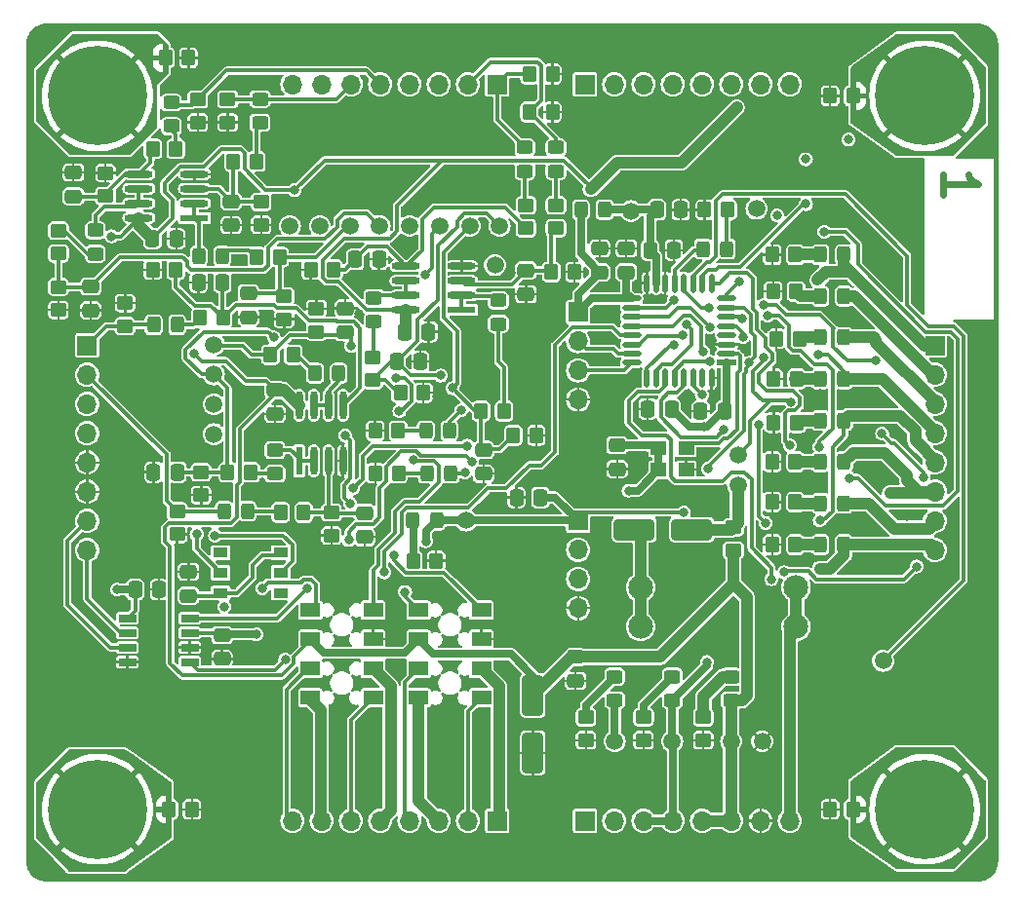
<source format=gbr>
%TF.GenerationSoftware,KiCad,Pcbnew,8.0.1*%
%TF.CreationDate,2024-07-10T20:27:58+03:00*%
%TF.ProjectId,Nodes,4e6f6465-732e-46b6-9963-61645f706362,rev?*%
%TF.SameCoordinates,Original*%
%TF.FileFunction,Copper,L1,Top*%
%TF.FilePolarity,Positive*%
%FSLAX46Y46*%
G04 Gerber Fmt 4.6, Leading zero omitted, Abs format (unit mm)*
G04 Created by KiCad (PCBNEW 8.0.1) date 2024-07-10 20:27:58*
%MOMM*%
%LPD*%
G01*
G04 APERTURE LIST*
G04 Aperture macros list*
%AMRoundRect*
0 Rectangle with rounded corners*
0 $1 Rounding radius*
0 $2 $3 $4 $5 $6 $7 $8 $9 X,Y pos of 4 corners*
0 Add a 4 corners polygon primitive as box body*
4,1,4,$2,$3,$4,$5,$6,$7,$8,$9,$2,$3,0*
0 Add four circle primitives for the rounded corners*
1,1,$1+$1,$2,$3*
1,1,$1+$1,$4,$5*
1,1,$1+$1,$6,$7*
1,1,$1+$1,$8,$9*
0 Add four rect primitives between the rounded corners*
20,1,$1+$1,$2,$3,$4,$5,0*
20,1,$1+$1,$4,$5,$6,$7,0*
20,1,$1+$1,$6,$7,$8,$9,0*
20,1,$1+$1,$8,$9,$2,$3,0*%
G04 Aperture macros list end*
%ADD10C,0.600000*%
%TA.AperFunction,NonConductor*%
%ADD11C,0.600000*%
%TD*%
%TA.AperFunction,ComponentPad*%
%ADD12C,1.500000*%
%TD*%
%TA.AperFunction,SMDPad,CuDef*%
%ADD13RoundRect,0.250000X1.500000X0.650000X-1.500000X0.650000X-1.500000X-0.650000X1.500000X-0.650000X0*%
%TD*%
%TA.AperFunction,SMDPad,CuDef*%
%ADD14RoundRect,0.250000X-0.337500X-0.475000X0.337500X-0.475000X0.337500X0.475000X-0.337500X0.475000X0*%
%TD*%
%TA.AperFunction,SMDPad,CuDef*%
%ADD15RoundRect,0.250000X-0.475000X0.337500X-0.475000X-0.337500X0.475000X-0.337500X0.475000X0.337500X0*%
%TD*%
%TA.AperFunction,ComponentPad*%
%ADD16O,1.700000X1.700000*%
%TD*%
%TA.AperFunction,ComponentPad*%
%ADD17R,1.700000X1.700000*%
%TD*%
%TA.AperFunction,SMDPad,CuDef*%
%ADD18RoundRect,0.250000X-0.325000X-0.450000X0.325000X-0.450000X0.325000X0.450000X-0.325000X0.450000X0*%
%TD*%
%TA.AperFunction,SMDPad,CuDef*%
%ADD19RoundRect,0.250000X0.337500X0.475000X-0.337500X0.475000X-0.337500X-0.475000X0.337500X-0.475000X0*%
%TD*%
%TA.AperFunction,SMDPad,CuDef*%
%ADD20RoundRect,0.250000X0.350000X0.450000X-0.350000X0.450000X-0.350000X-0.450000X0.350000X-0.450000X0*%
%TD*%
%TA.AperFunction,SMDPad,CuDef*%
%ADD21RoundRect,0.250000X0.450000X-0.350000X0.450000X0.350000X-0.450000X0.350000X-0.450000X-0.350000X0*%
%TD*%
%TA.AperFunction,SMDPad,CuDef*%
%ADD22RoundRect,0.250000X-0.450000X0.350000X-0.450000X-0.350000X0.450000X-0.350000X0.450000X0.350000X0*%
%TD*%
%TA.AperFunction,SMDPad,CuDef*%
%ADD23RoundRect,0.250000X0.475000X-0.337500X0.475000X0.337500X-0.475000X0.337500X-0.475000X-0.337500X0*%
%TD*%
%TA.AperFunction,SMDPad,CuDef*%
%ADD24RoundRect,0.250000X-0.450000X0.325000X-0.450000X-0.325000X0.450000X-0.325000X0.450000X0.325000X0*%
%TD*%
%TA.AperFunction,SMDPad,CuDef*%
%ADD25RoundRect,0.250000X0.325000X0.450000X-0.325000X0.450000X-0.325000X-0.450000X0.325000X-0.450000X0*%
%TD*%
%TA.AperFunction,SMDPad,CuDef*%
%ADD26R,1.680000X1.270000*%
%TD*%
%TA.AperFunction,SMDPad,CuDef*%
%ADD27RoundRect,0.250000X-0.350000X-0.450000X0.350000X-0.450000X0.350000X0.450000X-0.350000X0.450000X0*%
%TD*%
%TA.AperFunction,SMDPad,CuDef*%
%ADD28RoundRect,0.311065X0.923515X0.000010X-0.923515X0.000010X-0.923515X-0.000010X0.923515X-0.000010X0*%
%TD*%
%TA.AperFunction,SMDPad,CuDef*%
%ADD29R,2.469160X0.622130*%
%TD*%
%TA.AperFunction,SMDPad,CuDef*%
%ADD30RoundRect,0.262915X0.000010X0.564705X-0.000010X0.564705X-0.000010X-0.564705X0.000010X-0.564705X0*%
%TD*%
%TA.AperFunction,SMDPad,CuDef*%
%ADD31RoundRect,0.262915X0.564705X0.000010X-0.564705X0.000010X-0.564705X-0.000010X0.564705X-0.000010X0*%
%TD*%
%TA.AperFunction,SMDPad,CuDef*%
%ADD32R,1.655240X0.525830*%
%TD*%
%TA.AperFunction,ComponentPad*%
%ADD33C,8.600000*%
%TD*%
%TA.AperFunction,SMDPad,CuDef*%
%ADD34RoundRect,0.311065X0.000010X-0.923515X0.000010X0.923515X-0.000010X0.923515X-0.000010X-0.923515X0*%
%TD*%
%TA.AperFunction,SMDPad,CuDef*%
%ADD35R,0.622130X2.469160*%
%TD*%
%TA.AperFunction,SMDPad,CuDef*%
%ADD36R,1.528000X0.650000*%
%TD*%
%TA.AperFunction,SMDPad,CuDef*%
%ADD37R,1.300000X0.900000*%
%TD*%
%TA.AperFunction,SMDPad,CuDef*%
%ADD38R,1.400000X1.200000*%
%TD*%
%TA.AperFunction,ComponentPad*%
%ADD39C,2.150000*%
%TD*%
%TA.AperFunction,SMDPad,CuDef*%
%ADD40RoundRect,0.250000X-0.650000X1.500000X-0.650000X-1.500000X0.650000X-1.500000X0.650000X1.500000X0*%
%TD*%
%TA.AperFunction,ViaPad*%
%ADD41C,0.800000*%
%TD*%
%TA.AperFunction,Conductor*%
%ADD42C,1.000000*%
%TD*%
%TA.AperFunction,Conductor*%
%ADD43C,0.300000*%
%TD*%
%TA.AperFunction,Conductor*%
%ADD44C,0.650000*%
%TD*%
G04 APERTURE END LIST*
D10*
D11*
X178344442Y-82560743D02*
X178344442Y-80846457D01*
X178344442Y-81703600D02*
X181344442Y-81703600D01*
X181344442Y-81703600D02*
X180915871Y-81417886D01*
X180915871Y-81417886D02*
X180630157Y-81132171D01*
X180630157Y-81132171D02*
X180487300Y-80846457D01*
D12*
%TO.P,T6,1,Pin_1*%
%TO.N,GND*%
X162601100Y-130103600D03*
%TD*%
D13*
%TO.P,D2,2,A*%
%TO.N,Net-(D2-A)*%
X151501100Y-111703600D03*
%TO.P,D2,1,K*%
%TO.N,Net-(D2-K)*%
X156501100Y-111703600D03*
%TD*%
D14*
%TO.P,C28,2*%
%TO.N,GND*%
X110238600Y-116903600D03*
%TO.P,C28,1*%
%TO.N,VCC*%
X108163600Y-116903600D03*
%TD*%
D12*
%TO.P,T12,1,Pin_1*%
%TO.N,/AnalogNode/ADC2*%
X115001100Y-98203600D03*
%TD*%
D15*
%TO.P,C59,2*%
%TO.N,GND*%
X138401100Y-106841100D03*
%TO.P,C59,1*%
%TO.N,/AnalogNode/ADC14*%
X138401100Y-104766100D03*
%TD*%
D16*
%TO.P,J13,8,Pin_8*%
%TO.N,AnIN_3*%
X121820000Y-137000000D03*
%TO.P,J13,7,Pin_7*%
%TO.N,PWR3*%
X124360000Y-137000000D03*
%TO.P,J13,6,Pin_6*%
%TO.N,AnIN_2*%
X126900000Y-137000000D03*
%TO.P,J13,5,Pin_5*%
%TO.N,PWR2*%
X129440000Y-137000000D03*
%TO.P,J13,4,Pin_4*%
%TO.N,AnIN_1*%
X131980000Y-137000000D03*
%TO.P,J13,3,Pin_3*%
%TO.N,PWR1*%
X134520000Y-137000000D03*
%TO.P,J13,2,Pin_2*%
%TO.N,AnIN_0*%
X137060000Y-137000000D03*
D17*
%TO.P,J13,1,Pin_1*%
%TO.N,PWR0*%
X139600000Y-137000000D03*
%TD*%
D18*
%TO.P,L14,2,2*%
%TO.N,Net-(L14-Pad2)*%
X111826100Y-93903600D03*
%TO.P,L14,1,1*%
%TO.N,AnIN5V_1*%
X109776100Y-93903600D03*
%TD*%
D14*
%TO.P,C5,2*%
%TO.N,GND*%
X155538600Y-83903600D03*
%TO.P,C5,1*%
%TO.N,Net-(T1-Pin_1)*%
X153463600Y-83903600D03*
%TD*%
D12*
%TO.P,T4,1,Pin_1*%
%TO.N,+24V*%
X159901100Y-130103600D03*
%TD*%
D19*
%TO.P,C25,2*%
%TO.N,GND*%
X141263600Y-108903600D03*
%TO.P,C25,1*%
%TO.N,VCCA*%
X143338600Y-108903600D03*
%TD*%
D20*
%TO.P,R14,2*%
%TO.N,GND*%
X163851100Y-95103600D03*
%TO.P,R14,1*%
%TO.N,Net-(LED5-K)*%
X165851100Y-95103600D03*
%TD*%
D21*
%TO.P,R74,2*%
%TO.N,GND*%
X123901100Y-92503600D03*
%TO.P,R74,1*%
%TO.N,/AnalogNode/ADC3*%
X123901100Y-94503600D03*
%TD*%
D22*
%TO.P,R44,2*%
%TO.N,GND*%
X152301100Y-130003600D03*
%TO.P,R44,1*%
%TO.N,Net-(LED14-K)*%
X152301100Y-128003600D03*
%TD*%
D20*
%TO.P,R3,2*%
%TO.N,GND*%
X163601100Y-98603600D03*
%TO.P,R3,1*%
%TO.N,Net-(LED3-K)*%
X165601100Y-98603600D03*
%TD*%
D23*
%TO.P,C1,2*%
%TO.N,GND*%
X150801100Y-87266100D03*
%TO.P,C1,1*%
%TO.N,VCC*%
X150801100Y-89341100D03*
%TD*%
D24*
%TO.P,L7,2,2*%
%TO.N,Net-(L7-Pad2)*%
X144701100Y-80528600D03*
%TO.P,L7,1,1*%
%TO.N,AnIN24V_1*%
X144701100Y-78478600D03*
%TD*%
D25*
%TO.P,L16,2,2*%
%TO.N,Net-(L16-Pad2)*%
X123776100Y-98103600D03*
%TO.P,L16,1,1*%
%TO.N,Net-(U7B-IN2-)*%
X125826100Y-98103600D03*
%TD*%
D26*
%TO.P,J8,8,8*%
%TO.N,/AnalogNode/ADC10*%
X128821090Y-118693580D03*
%TO.P,J8,7,7*%
%TO.N,/AnalogNode/ADC9*%
X123381120Y-118693580D03*
%TO.P,J8,6,6*%
%TO.N,GND*%
X128821090Y-121233580D03*
%TO.P,J8,5,5*%
%TO.N,+24V*%
X123381120Y-121233580D03*
%TO.P,J8,4,4*%
%TO.N,PWR2*%
X128821090Y-123773580D03*
%TO.P,J8,3,3*%
%TO.N,AnIN_3*%
X123381120Y-123773580D03*
%TO.P,J8,2,2*%
%TO.N,AnIN_2*%
X128821090Y-126313580D03*
%TO.P,J8,1,1*%
%TO.N,PWR3*%
X123381120Y-126313580D03*
%TD*%
D20*
%TO.P,R32,2*%
%TO.N,GND*%
X129026100Y-106803600D03*
%TO.P,R32,1*%
%TO.N,Net-(LED11-K)*%
X131026100Y-106803600D03*
%TD*%
D15*
%TO.P,C58,2*%
%TO.N,GND*%
X142101100Y-91241100D03*
%TO.P,C58,1*%
%TO.N,Net-(U5A-IN1+)*%
X142101100Y-89166100D03*
%TD*%
D12*
%TO.P,T22,1,Pin_1*%
%TO.N,/PowerNode/ADCS2*%
X173101100Y-123103600D03*
%TD*%
D18*
%TO.P,LED5,2,A*%
%TO.N,OUT2_1*%
X169701100Y-95003600D03*
%TO.P,LED5,1,K*%
%TO.N,Net-(LED5-K)*%
X167651100Y-95003600D03*
%TD*%
D22*
%TO.P,R73,2*%
%TO.N,GND*%
X113901100Y-108703600D03*
%TO.P,R73,1*%
%TO.N,/AnalogNode/ADC2*%
X113901100Y-106703600D03*
%TD*%
D20*
%TO.P,R17,2*%
%TO.N,GND*%
X163476100Y-113003600D03*
%TO.P,R17,1*%
%TO.N,Net-(LED7-K)*%
X165476100Y-113003600D03*
%TD*%
%TO.P,R31,2*%
%TO.N,GND*%
X129001100Y-103103600D03*
%TO.P,R31,1*%
%TO.N,Net-(LED10-K)*%
X131001100Y-103103600D03*
%TD*%
D16*
%TO.P,J10,8,Pin_8*%
%TO.N,24V_unfused*%
X165000000Y-137000000D03*
%TO.P,J10,7,Pin_7*%
%TO.N,GND*%
X162460000Y-137000000D03*
%TO.P,J10,6,Pin_6*%
%TO.N,+24V*%
X159920000Y-137000000D03*
%TO.P,J10,5,Pin_5*%
X157380000Y-137000000D03*
%TO.P,J10,4,Pin_4*%
%TO.N,+5V*%
X154840000Y-137000000D03*
%TO.P,J10,3,Pin_3*%
X152300000Y-137000000D03*
%TO.P,J10,2,Pin_2*%
%TO.N,VCC*%
X149760000Y-137000000D03*
D17*
%TO.P,J10,1,Pin_1*%
X147220000Y-137000000D03*
%TD*%
D22*
%TO.P,R33,2*%
%TO.N,+24V*%
X160101100Y-113503600D03*
%TO.P,R33,1*%
%TO.N,Net-(D2-K)*%
X160101100Y-111503600D03*
%TD*%
D24*
%TO.P,L10,2,2*%
%TO.N,Net-(L10-Pad2)*%
X128901100Y-93628600D03*
%TO.P,L10,1,1*%
%TO.N,Net-(U5B-IN2-)*%
X128901100Y-91578600D03*
%TD*%
D15*
%TO.P,C3,2*%
%TO.N,GND*%
X150001100Y-106441100D03*
%TO.P,C3,1*%
%TO.N,VCC*%
X150001100Y-104366100D03*
%TD*%
D27*
%TO.P,R56,2*%
%TO.N,GND*%
X144401100Y-75403600D03*
%TO.P,R56,1*%
%TO.N,AnIN24V_1*%
X142401100Y-75403600D03*
%TD*%
D16*
%TO.P,J14,8,Pin_8*%
%TO.N,CANLO*%
X104000000Y-113480000D03*
%TO.P,J14,7,Pin_7*%
%TO.N,CANHI*%
X104000000Y-110940000D03*
%TO.P,J14,6,Pin_6*%
%TO.N,GND*%
X104000000Y-108400000D03*
%TO.P,J14,5,Pin_5*%
X104000000Y-105860000D03*
%TO.P,J14,4,Pin_4*%
%TO.N,AnIN3V3_0*%
X104000000Y-103320000D03*
%TO.P,J14,3,Pin_3*%
%TO.N,AnIN3V3_1*%
X104000000Y-100780000D03*
%TO.P,J14,2,Pin_2*%
%TO.N,AnIN5V_0*%
X104000000Y-98240000D03*
D17*
%TO.P,J14,1,Pin_1*%
%TO.N,AnIN5V_1*%
X104000000Y-95700000D03*
%TD*%
D14*
%TO.P,C73,2*%
%TO.N,GND*%
X111738600Y-86403600D03*
%TO.P,C73,1*%
%TO.N,+24V*%
X109663600Y-86403600D03*
%TD*%
D24*
%TO.P,L21,2,2*%
%TO.N,Net-(L21-Pad2)*%
X119001100Y-76328600D03*
%TO.P,L21,1,1*%
%TO.N,AnIN5V_4*%
X119001100Y-74278600D03*
%TD*%
D27*
%TO.P,R52,2*%
%TO.N,GND*%
X146301100Y-89303600D03*
%TO.P,R52,1*%
%TO.N,Net-(U5A-IN1+)*%
X144301100Y-89303600D03*
%TD*%
D24*
%TO.P,LED14,2,A*%
%TO.N,+5V*%
X154801100Y-126528600D03*
%TO.P,LED14,1,K*%
%TO.N,Net-(LED14-K)*%
X154801100Y-124478600D03*
%TD*%
D18*
%TO.P,L13,2,2*%
%TO.N,Net-(L13-Pad2)*%
X117926100Y-110103600D03*
%TO.P,L13,1,1*%
%TO.N,AnIN5V_0*%
X115876100Y-110103600D03*
%TD*%
D12*
%TO.P,T10,1,Pin_1*%
%TO.N,/AnalogNode/ADC13*%
X139801100Y-85303600D03*
%TD*%
D28*
%TO.P,U5,8,V+*%
%TO.N,+24V*%
X131687490Y-92608580D03*
%TO.P,U5,7,OUT2*%
%TO.N,Net-(U5B-IN2-)*%
X131687490Y-91338580D03*
%TO.P,U5,6,IN2-*%
X131687490Y-90068580D03*
%TO.P,U5,5,IN2+*%
%TO.N,Net-(U5B-IN2+)*%
X131687490Y-88798580D03*
%TO.P,U5,4,V-*%
%TO.N,GND*%
X136514660Y-88798580D03*
%TO.P,U5,3,IN1+*%
%TO.N,Net-(U5A-IN1+)*%
X136514660Y-90068580D03*
%TO.P,U5,2,IN1-*%
%TO.N,Net-(U5A-IN1-)*%
X136514660Y-91338580D03*
D29*
%TO.P,U5,1,OUT1*%
X136514660Y-92608580D03*
%TD*%
D12*
%TO.P,T19,1,Pin_1*%
%TO.N,/AnalogNode/ADC1*%
X115001100Y-100803600D03*
%TD*%
D28*
%TO.P,U9,8,V+*%
%TO.N,+24V*%
X108487500Y-84608630D03*
%TO.P,U9,7,OUT2*%
%TO.N,Net-(U9B-IN2-)*%
X108487500Y-83338630D03*
%TO.P,U9,6,IN2-*%
X108487500Y-82068630D03*
%TO.P,U9,5,IN2+*%
%TO.N,Net-(U9B-IN2+)*%
X108487500Y-80798630D03*
%TO.P,U9,4,V-*%
%TO.N,GND*%
X113314670Y-80798630D03*
%TO.P,U9,3,IN1+*%
%TO.N,Net-(U9A-IN1+)*%
X113314670Y-82068630D03*
%TO.P,U9,2,IN1-*%
%TO.N,Net-(U9A-IN1-)*%
X113314670Y-83338630D03*
D29*
%TO.P,U9,1,OUT1*%
X113314670Y-84608630D03*
%TD*%
D20*
%TO.P,R70,2*%
%TO.N,/AnalogNode/ADC3*%
X119901100Y-96503600D03*
%TO.P,R70,1*%
%TO.N,Net-(L16-Pad2)*%
X121901100Y-96503600D03*
%TD*%
D12*
%TO.P,T23,1,Pin_1*%
%TO.N,ADC*%
X162101100Y-83803600D03*
%TD*%
D18*
%TO.P,LED9,2,A*%
%TO.N,OUT2_2*%
X169701100Y-109403600D03*
%TO.P,LED9,1,K*%
%TO.N,Net-(LED9-K)*%
X167651100Y-109403600D03*
%TD*%
D27*
%TO.P,R59,2*%
%TO.N,GND*%
X133201100Y-99803600D03*
%TO.P,R59,1*%
%TO.N,/AnalogNode/ADC13*%
X131201100Y-99803600D03*
%TD*%
%TO.P,R58,2*%
%TO.N,GND*%
X143001100Y-103503600D03*
%TO.P,R58,1*%
%TO.N,/AnalogNode/ADC14*%
X141001100Y-103503600D03*
%TD*%
%TO.P,R65,2*%
%TO.N,Net-(U7A-IN1+)*%
X122801100Y-110203600D03*
%TO.P,R65,1*%
%TO.N,Net-(L13-Pad2)*%
X120801100Y-110203600D03*
%TD*%
D24*
%TO.P,L15,2,2*%
%TO.N,Net-(L15-Pad2)*%
X120301100Y-106828600D03*
%TO.P,L15,1,1*%
%TO.N,Net-(U7A-IN1-)*%
X120301100Y-104778600D03*
%TD*%
D23*
%TO.P,C74,2*%
%TO.N,GND*%
X102801100Y-80666100D03*
%TO.P,C74,1*%
%TO.N,Net-(U9B-IN2+)*%
X102801100Y-82741100D03*
%TD*%
D15*
%TO.P,C76,2*%
%TO.N,GND*%
X118001100Y-93241100D03*
%TO.P,C76,1*%
%TO.N,/AnalogNode/ADC6*%
X118001100Y-91166100D03*
%TD*%
D12*
%TO.P,T1,1,Pin_1*%
%TO.N,Net-(T1-Pin_1)*%
X151201100Y-84003600D03*
%TD*%
D22*
%TO.P,R90,2*%
%TO.N,/AnalogNode/ADC7*%
X101501100Y-87703600D03*
%TO.P,R90,1*%
%TO.N,Net-(L24-Pad2)*%
X101501100Y-85703600D03*
%TD*%
D18*
%TO.P,LED10,2,A*%
%TO.N,/AnalogNode/LED1*%
X135451100Y-103103600D03*
%TO.P,LED10,1,K*%
%TO.N,Net-(LED10-K)*%
X133401100Y-103103600D03*
%TD*%
D15*
%TO.P,C65,2*%
%TO.N,GND*%
X128101100Y-112341100D03*
%TO.P,C65,1*%
%TO.N,Net-(U7A-IN1+)*%
X128101100Y-110266100D03*
%TD*%
D20*
%TO.P,R28,2*%
%TO.N,GND*%
X163476100Y-109303600D03*
%TO.P,R28,1*%
%TO.N,Net-(LED9-K)*%
X165476100Y-109303600D03*
%TD*%
D22*
%TO.P,R87,2*%
%TO.N,GND*%
X119101100Y-85203600D03*
%TO.P,R87,1*%
%TO.N,Net-(U9A-IN1+)*%
X119101100Y-83203600D03*
%TD*%
D24*
%TO.P,LED12,2,A*%
%TO.N,+24V*%
X159901100Y-126528600D03*
%TO.P,LED12,1,K*%
%TO.N,Net-(LED12-K)*%
X159901100Y-124478600D03*
%TD*%
D30*
%TO.P,U1,32,VSS*%
%TO.N,GND*%
X158201070Y-98529100D03*
%TO.P,U1,31,PB8-BOOT0*%
%TO.N,unconnected-(U1-PB8-BOOT0-Pad31)*%
X157401070Y-98529100D03*
%TO.P,U1,30,PB7*%
%TO.N,/PowerNode/IN2_2*%
X156601070Y-98529100D03*
%TO.P,U1,29,PB6*%
%TO.N,/PowerNode/SEL0*%
X155801070Y-98529100D03*
%TO.P,U1,28,PB5*%
%TO.N,/PowerNode/SEL1*%
X155001080Y-98529100D03*
%TO.P,U1,27,PB4*%
%TO.N,/PowerNode/IN3_2*%
X154201080Y-98529100D03*
%TO.P,U1,26,PB3*%
%TO.N,/PowerNode/IN0_1*%
X153401080Y-98529100D03*
%TO.P,U1,25,PA15*%
%TO.N,/PowerNode/IN1_1*%
X152601080Y-98529100D03*
D31*
%TO.P,U1,24,PA14*%
%TO.N,/SWCLK_Pw*%
X151275610Y-97203630D03*
%TO.P,U1,23,PA13*%
%TO.N,/SWDIO_Pw*%
X151275610Y-96403630D03*
%TO.P,U1,22,PA12*%
%TO.N,/PowerNode/CANTx*%
X151275610Y-95603630D03*
%TO.P,U1,21,PA11*%
%TO.N,/PowerNode/CANRx*%
X151275610Y-94803630D03*
%TO.P,U1,20,PA10*%
%TO.N,/PowerNode/IN2_1*%
X151275610Y-94003630D03*
%TO.P,U1,19,PA9*%
%TO.N,/PowerNode/IN3_1*%
X151275610Y-93203630D03*
%TO.P,U1,18,PA8*%
%TO.N,/PowerNode/PWM1*%
X151275610Y-92403630D03*
%TO.P,U1,17,VDD*%
%TO.N,VCC*%
X151275610Y-91603640D03*
D30*
%TO.P,U1,16,VSS*%
%TO.N,GND*%
X152601080Y-90278160D03*
%TO.P,U1,15,VDDA*%
%TO.N,Net-(T1-Pin_1)*%
X153401080Y-90278160D03*
%TO.P,U1,14,VSSA*%
%TO.N,GND*%
X154201080Y-90278160D03*
%TO.P,U1,13,PB0*%
%TO.N,Net-(LED1-A)*%
X155001080Y-90278160D03*
%TO.P,U1,12,PA7*%
%TO.N,EN*%
X155801070Y-90278160D03*
%TO.P,U1,11,PA6*%
%TO.N,/PowerNode/ADCS2*%
X156601070Y-90278160D03*
%TO.P,U1,10,PA5*%
%TO.N,PWM2*%
X157401070Y-90278160D03*
%TO.P,U1,9,PA4*%
%TO.N,/PowerNode/IN0_2*%
X158201070Y-90278160D03*
D31*
%TO.P,U1,8,PA3*%
%TO.N,ADC*%
X159526540Y-91603640D03*
%TO.P,U1,7,PA2*%
%TO.N,VCCA*%
X159526540Y-92403630D03*
%TO.P,U1,6,PA1*%
%TO.N,/PowerNode/IN1_2*%
X159526540Y-93203630D03*
%TO.P,U1,5,PA0*%
%TO.N,/PowerNode/ADCS1*%
X159526540Y-94003630D03*
%TO.P,U1,4,PG10/~{RST}*%
%TO.N,unconnected-(U1-PG10{slash}~{RST}-Pad4)*%
X159526540Y-94803630D03*
%TO.P,U1,3,PF1-OSC_OUT*%
%TO.N,GND*%
X159526540Y-95603630D03*
%TO.P,U1,2,PF0-OSC_IN*%
%TO.N,Net-(U1-PF0-OSC_IN)*%
X159526540Y-96403630D03*
D32*
%TO.P,U1,1,VDD*%
%TO.N,VCC*%
X159526540Y-97203630D03*
%TD*%
D24*
%TO.P,L9,2,2*%
%TO.N,Net-(L9-Pad2)*%
X139701100Y-93828600D03*
%TO.P,L9,1,1*%
%TO.N,Net-(U5A-IN1-)*%
X139701100Y-91778600D03*
%TD*%
D12*
%TO.P,T18,1,Pin_1*%
%TO.N,/AnalogNode/ADC8*%
X132001100Y-85303600D03*
%TD*%
D22*
%TO.P,R71,2*%
%TO.N,GND*%
X111801100Y-112103600D03*
%TO.P,R71,1*%
%TO.N,AnIN5V_0*%
X111801100Y-110103600D03*
%TD*%
%TO.P,R55,2*%
%TO.N,/AnalogNode/ADC13*%
X128801100Y-98703600D03*
%TO.P,R55,1*%
%TO.N,Net-(L10-Pad2)*%
X128801100Y-96703600D03*
%TD*%
D18*
%TO.P,LED2,2,A*%
%TO.N,OUT0_1*%
X169701100Y-87803600D03*
%TO.P,LED2,1,K*%
%TO.N,Net-(LED2-K)*%
X167651100Y-87803600D03*
%TD*%
D23*
%TO.P,C26,2*%
%TO.N,GND*%
X148501100Y-87266100D03*
%TO.P,C26,1*%
%TO.N,VCC*%
X148501100Y-89341100D03*
%TD*%
D15*
%TO.P,C24,2*%
%TO.N,GND*%
X146401100Y-124841100D03*
%TO.P,C24,1*%
%TO.N,+24V*%
X146401100Y-122766100D03*
%TD*%
D12*
%TO.P,T16,1,Pin_1*%
%TO.N,/AnalogNode/ADC6*%
X126801100Y-85303600D03*
%TD*%
D14*
%TO.P,C60,2*%
%TO.N,GND*%
X132938600Y-97103600D03*
%TO.P,C60,1*%
%TO.N,/AnalogNode/ADC13*%
X130863600Y-97103600D03*
%TD*%
D20*
%TO.P,R86,2*%
%TO.N,Net-(U9B-IN2+)*%
X109701100Y-78603600D03*
%TO.P,R86,1*%
%TO.N,Net-(L22-Pad2)*%
X111701100Y-78603600D03*
%TD*%
D33*
%TO.P,DRL2,1*%
%TO.N,Net-(DRL2-Pad1)*%
X176700000Y-74000000D03*
%TD*%
D18*
%TO.P,LED6,2,A*%
%TO.N,OUT0_2*%
X169701100Y-102203600D03*
%TO.P,LED6,1,K*%
%TO.N,Net-(LED6-K)*%
X167651100Y-102203600D03*
%TD*%
D12*
%TO.P,T13,1,Pin_1*%
%TO.N,/AnalogNode/ADC3*%
X115001100Y-95603600D03*
%TD*%
D20*
%TO.P,R54,2*%
%TO.N,GND*%
X123401100Y-89103600D03*
%TO.P,R54,1*%
%TO.N,Net-(U5B-IN2+)*%
X125401100Y-89103600D03*
%TD*%
D12*
%TO.P,T21,1,Pin_1*%
%TO.N,/PowerNode/ADCS1*%
X160501100Y-105203600D03*
%TD*%
D20*
%TO.P,R53,2*%
%TO.N,/AnalogNode/ADC14*%
X138201100Y-101403600D03*
%TO.P,R53,1*%
%TO.N,Net-(L9-Pad2)*%
X140201100Y-101403600D03*
%TD*%
D27*
%TO.P,R13,2*%
%TO.N,Net-(LED4-K)*%
X165551100Y-91003600D03*
%TO.P,R13,1*%
%TO.N,GND*%
X163551100Y-91003600D03*
%TD*%
D21*
%TO.P,R34,2*%
%TO.N,Net-(LED12-K)*%
X157501100Y-128003600D03*
%TO.P,R34,1*%
%TO.N,GND*%
X157501100Y-130003600D03*
%TD*%
D18*
%TO.P,L23,2,2*%
%TO.N,Net-(L23-Pad2)*%
X115726100Y-87903600D03*
%TO.P,L23,1,1*%
%TO.N,Net-(U9A-IN1-)*%
X113676100Y-87903600D03*
%TD*%
D20*
%TO.P,R110,2*%
%TO.N,Net-(DRL4-Pad1)*%
X111101100Y-136003600D03*
%TO.P,R110,1*%
%TO.N,GND*%
X113101100Y-136003600D03*
%TD*%
D24*
%TO.P,L8,2,2*%
%TO.N,Net-(L8-Pad2)*%
X142001100Y-80528600D03*
%TO.P,L8,1,1*%
%TO.N,AnIN24V_2*%
X142001100Y-78478600D03*
%TD*%
D33*
%TO.P,DRL4,1*%
%TO.N,Net-(DRL4-Pad1)*%
X104900000Y-136000000D03*
%TD*%
D19*
%TO.P,C6,2*%
%TO.N,GND*%
X152663600Y-101203600D03*
%TO.P,C6,1*%
%TO.N,VCC*%
X154738600Y-101203600D03*
%TD*%
D34*
%TO.P,U7,8,V+*%
%TO.N,+24V*%
X122396140Y-100890000D03*
%TO.P,U7,7,OUT2*%
%TO.N,Net-(U7B-IN2-)*%
X123666140Y-100890000D03*
%TO.P,U7,6,IN2-*%
X124936140Y-100890000D03*
%TO.P,U7,5,IN2+*%
%TO.N,Net-(U7B-IN2+)*%
X126206140Y-100890000D03*
%TO.P,U7,4,V-*%
%TO.N,GND*%
X126206140Y-105717170D03*
%TO.P,U7,3,IN1+*%
%TO.N,Net-(U7A-IN1+)*%
X124936140Y-105717170D03*
%TO.P,U7,2,IN1-*%
%TO.N,Net-(U7A-IN1-)*%
X123666140Y-105717170D03*
D35*
%TO.P,U7,1,OUT1*%
X122396140Y-105717170D03*
%TD*%
D18*
%TO.P,L1,2,2*%
%TO.N,Net-(T1-Pin_1)*%
X148926100Y-83903600D03*
%TO.P,L1,1,1*%
%TO.N,VCC*%
X146876100Y-83903600D03*
%TD*%
D23*
%TO.P,C67,2*%
%TO.N,GND*%
X126401100Y-92466100D03*
%TO.P,C67,1*%
%TO.N,/AnalogNode/ADC3*%
X126401100Y-94541100D03*
%TD*%
D22*
%TO.P,R94,2*%
%TO.N,GND*%
X101501100Y-92603600D03*
%TO.P,R94,1*%
%TO.N,/AnalogNode/ADC7*%
X101501100Y-90603600D03*
%TD*%
D12*
%TO.P,T15,1,Pin_1*%
%TO.N,/AnalogNode/ADC5*%
X124201100Y-85303600D03*
%TD*%
D22*
%TO.P,R51,2*%
%TO.N,Net-(U5B-IN2+)*%
X142101100Y-85503600D03*
%TO.P,R51,1*%
%TO.N,Net-(L8-Pad2)*%
X142101100Y-83503600D03*
%TD*%
D12*
%TO.P,T8,1,Pin_1*%
%TO.N,VCCA*%
X136901100Y-110903600D03*
%TD*%
D22*
%TO.P,R93,2*%
%TO.N,GND*%
X121101100Y-93403600D03*
%TO.P,R93,1*%
%TO.N,/AnalogNode/ADC6*%
X121101100Y-91403600D03*
%TD*%
D15*
%TO.P,C75,2*%
%TO.N,GND*%
X116501100Y-85241100D03*
%TO.P,C75,1*%
%TO.N,Net-(U9A-IN1+)*%
X116501100Y-83166100D03*
%TD*%
D20*
%TO.P,R36,2*%
%TO.N,Net-(DRL1-Pad1)*%
X110801100Y-70703600D03*
%TO.P,R36,1*%
%TO.N,GND*%
X112801100Y-70703600D03*
%TD*%
D12*
%TO.P,T3,1,Pin_1*%
%TO.N,Net-(D2-K)*%
X160501100Y-107803600D03*
%TD*%
D22*
%TO.P,R92,2*%
%TO.N,GND*%
X113601100Y-76303600D03*
%TO.P,R92,1*%
%TO.N,AnIN5V_5*%
X113601100Y-74303600D03*
%TD*%
D16*
%TO.P,J2,4,Pin_4*%
%TO.N,GND*%
X146626100Y-100403600D03*
%TO.P,J2,3,Pin_3*%
%TO.N,/SWCLK_Pw*%
X146626100Y-97863600D03*
%TO.P,J2,2,Pin_2*%
%TO.N,/SWDIO_Pw*%
X146626100Y-95323600D03*
D17*
%TO.P,J2,1,Pin_1*%
%TO.N,VCC*%
X146626100Y-92783600D03*
%TD*%
D19*
%TO.P,C2,2*%
%TO.N,GND*%
X157263600Y-101403600D03*
%TO.P,C2,1*%
%TO.N,VCC*%
X159338600Y-101403600D03*
%TD*%
D27*
%TO.P,R27,2*%
%TO.N,Net-(LED8-K)*%
X165476100Y-105803600D03*
%TO.P,R27,1*%
%TO.N,GND*%
X163476100Y-105803600D03*
%TD*%
%TO.P,R2,2*%
%TO.N,Net-(LED2-K)*%
X165476100Y-87803600D03*
%TO.P,R2,1*%
%TO.N,GND*%
X163476100Y-87803600D03*
%TD*%
D12*
%TO.P,T5,1,Pin_1*%
%TO.N,VCC*%
X149801100Y-130103600D03*
%TD*%
D16*
%TO.P,J11,8,Pin_8*%
%TO.N,PWM2*%
X165000000Y-73000000D03*
%TO.P,J11,7,Pin_7*%
%TO.N,PWM1*%
X162460000Y-73000000D03*
%TO.P,J11,6,Pin_6*%
%TO.N,/I2C1_SDA*%
X159920000Y-73000000D03*
%TO.P,J11,5,Pin_5*%
%TO.N,/I2C1_SCL*%
X157380000Y-73000000D03*
%TO.P,J11,4,Pin_4*%
%TO.N,/I2C2_SDA*%
X154840000Y-73000000D03*
%TO.P,J11,3,Pin_3*%
%TO.N,/I2C2_SCL*%
X152300000Y-73000000D03*
%TO.P,J11,2,Pin_2*%
%TO.N,/I2C3_SDA*%
X149760000Y-73000000D03*
D17*
%TO.P,J11,1,Pin_1*%
%TO.N,/I2C3_SCL*%
X147220000Y-73000000D03*
%TD*%
D22*
%TO.P,R67,2*%
%TO.N,GND*%
X125201100Y-112203600D03*
%TO.P,R67,1*%
%TO.N,Net-(U7A-IN1+)*%
X125201100Y-110203600D03*
%TD*%
D14*
%TO.P,C4,2*%
%TO.N,GND*%
X154938600Y-87403600D03*
%TO.P,C4,1*%
%TO.N,Net-(T1-Pin_1)*%
X152863600Y-87403600D03*
%TD*%
D27*
%TO.P,R66,2*%
%TO.N,Net-(U7B-IN2+)*%
X115801100Y-93303600D03*
%TO.P,R66,1*%
%TO.N,Net-(L14-Pad2)*%
X113801100Y-93303600D03*
%TD*%
%TO.P,R45,2*%
%TO.N,Net-(DRL2-Pad1)*%
X170501100Y-74003600D03*
%TO.P,R45,1*%
%TO.N,GND*%
X168501100Y-74003600D03*
%TD*%
D16*
%TO.P,J1,4,Pin_4*%
%TO.N,GND*%
X146626100Y-118523600D03*
%TO.P,J1,3,Pin_3*%
%TO.N,/SWCLK_An*%
X146626100Y-115983600D03*
%TO.P,J1,2,Pin_2*%
%TO.N,/SWDIO_An*%
X146626100Y-113443600D03*
D17*
%TO.P,J1,1,Pin_1*%
%TO.N,VCCA*%
X146626100Y-110903600D03*
%TD*%
D16*
%TO.P,J9,8,Pin_8*%
%TO.N,OUT3_2*%
X177600000Y-113480000D03*
%TO.P,J9,7,Pin_7*%
%TO.N,OUT2_2*%
X177600000Y-110940000D03*
%TO.P,J9,6,Pin_6*%
%TO.N,OUT1_2*%
X177600000Y-108400000D03*
%TO.P,J9,5,Pin_5*%
%TO.N,OUT0_2*%
X177600000Y-105860000D03*
%TO.P,J9,4,Pin_4*%
%TO.N,OUT3_1*%
X177600000Y-103320000D03*
%TO.P,J9,3,Pin_3*%
%TO.N,OUT2_1*%
X177600000Y-100780000D03*
%TO.P,J9,2,Pin_2*%
%TO.N,OUT1_1*%
X177600000Y-98240000D03*
D17*
%TO.P,J9,1,Pin_1*%
%TO.N,OUT0_1*%
X177600000Y-95700000D03*
%TD*%
D12*
%TO.P,T14,1,Pin_1*%
%TO.N,/AnalogNode/ADC4*%
X121601100Y-85303600D03*
%TD*%
D27*
%TO.P,R57,2*%
%TO.N,GND*%
X144401100Y-72103600D03*
%TO.P,R57,1*%
%TO.N,AnIN24V_2*%
X142401100Y-72103600D03*
%TD*%
D18*
%TO.P,LED4,2,A*%
%TO.N,OUT1_1*%
X169701100Y-91403600D03*
%TO.P,LED4,1,K*%
%TO.N,Net-(LED4-K)*%
X167651100Y-91403600D03*
%TD*%
%TO.P,LED8,2,A*%
%TO.N,OUT1_2*%
X169701100Y-105803600D03*
%TO.P,LED8,1,K*%
%TO.N,Net-(LED8-K)*%
X167651100Y-105803600D03*
%TD*%
D36*
%TO.P,IC3,8,STB*%
%TO.N,GND*%
X107490060Y-123208560D03*
%TO.P,IC3,7,CANH*%
%TO.N,CANHI*%
X107490060Y-121938560D03*
%TO.P,IC3,6,CANL*%
%TO.N,CANLO*%
X107490060Y-120668560D03*
%TO.P,IC3,5,NC_VIO*%
%TO.N,VCC*%
X107490060Y-119398560D03*
%TO.P,IC3,4,RXD*%
%TO.N,/PowerNode/CANRx*%
X112912100Y-119398560D03*
%TO.P,IC3,3,VCC*%
%TO.N,+5V*%
X112912100Y-120668560D03*
%TO.P,IC3,2,GND*%
%TO.N,GND*%
X112912100Y-121938560D03*
%TO.P,IC3,1,TXD*%
%TO.N,/PowerNode/CANTx*%
X112912100Y-123208560D03*
%TD*%
D23*
%TO.P,C49,2*%
%TO.N,GND*%
X112801100Y-115366100D03*
%TO.P,C49,1*%
%TO.N,Net-(C49-Pad1)*%
X112801100Y-117441100D03*
%TD*%
D37*
%TO.P,SW1,6,C*%
%TO.N,Net-(C49-Pad1)*%
X120801100Y-113703600D03*
%TO.P,SW1,5,B*%
%TO.N,Net-(R109-Pad1)*%
X120801100Y-115453600D03*
%TO.P,SW1,4,A*%
%TO.N,unconnected-(SW1-A-Pad4)*%
X120801100Y-117203600D03*
%TO.P,SW1,3,C*%
%TO.N,Net-(C49-Pad1)*%
X115601100Y-117203600D03*
%TO.P,SW1,2,B*%
%TO.N,Net-(R37-Pad2)*%
X115601100Y-115453600D03*
%TO.P,SW1,1,A*%
%TO.N,unconnected-(SW1-A-Pad1)*%
X115601100Y-113703600D03*
%TD*%
D38*
%TO.P,Y1,4,VCC*%
%TO.N,VCC*%
X153601100Y-104603600D03*
%TO.P,Y1,3,OUT*%
%TO.N,Net-(U1-PF0-OSC_IN)*%
X156001100Y-104603600D03*
%TO.P,Y1,2,GND*%
%TO.N,GND*%
X156001100Y-106503600D03*
%TO.P,Y1,1,OE*%
%TO.N,VCC*%
X153601100Y-106503600D03*
%TD*%
D39*
%TO.P,F1,4,4*%
%TO.N,Net-(D2-A)*%
X152051100Y-116728600D03*
%TO.P,F1,3,3*%
X152051100Y-120128600D03*
%TO.P,F1,2,2*%
%TO.N,24V_unfused*%
X165551100Y-116728600D03*
%TO.P,F1,1,1*%
X165551100Y-120128600D03*
%TD*%
D24*
%TO.P,LED13,2,A*%
%TO.N,VCC*%
X149801100Y-126528600D03*
%TO.P,LED13,1,K*%
%TO.N,Net-(LED13-K)*%
X149801100Y-124478600D03*
%TD*%
D40*
%TO.P,D3,2,A*%
%TO.N,GND*%
X142701100Y-131103600D03*
%TO.P,D3,1,K*%
%TO.N,+24V*%
X142701100Y-126103600D03*
%TD*%
D12*
%TO.P,T17,1,Pin_1*%
%TO.N,/AnalogNode/ADC7*%
X129401100Y-85303600D03*
%TD*%
D15*
%TO.P,C77,2*%
%TO.N,GND*%
X104301100Y-92641100D03*
%TO.P,C77,1*%
%TO.N,/AnalogNode/ADC7*%
X104301100Y-90566100D03*
%TD*%
D12*
%TO.P,T9,1,Pin_1*%
%TO.N,/AnalogNode/ADC14*%
X137201100Y-85303600D03*
%TD*%
D25*
%TO.P,LED1,2,A*%
%TO.N,Net-(LED1-A)*%
X157476100Y-87303600D03*
%TO.P,LED1,1,K*%
%TO.N,Net-(LED1-K)*%
X159526100Y-87303600D03*
%TD*%
D14*
%TO.P,C57,2*%
%TO.N,GND*%
X129338600Y-88203600D03*
%TO.P,C57,1*%
%TO.N,Net-(U5B-IN2+)*%
X127263600Y-88203600D03*
%TD*%
D12*
%TO.P,T11,1,Pin_1*%
%TO.N,/AnalogNode/ADC15*%
X134601100Y-85303600D03*
%TD*%
D16*
%TO.P,J12,8,Pin_8*%
%TO.N,AnIN5V_2*%
X121820000Y-73000000D03*
%TO.P,J12,7,Pin_7*%
%TO.N,AnIN5V_3*%
X124360000Y-73000000D03*
%TO.P,J12,6,Pin_6*%
%TO.N,AnIN5V_4*%
X126900000Y-73000000D03*
%TO.P,J12,5,Pin_5*%
%TO.N,AnIN5V_5*%
X129440000Y-73000000D03*
%TO.P,J12,4,Pin_4*%
%TO.N,AnIN5V_6*%
X131980000Y-73000000D03*
%TO.P,J12,3,Pin_3*%
%TO.N,AnIN24V_0*%
X134520000Y-73000000D03*
%TO.P,J12,2,Pin_2*%
%TO.N,AnIN24V_1*%
X137060000Y-73000000D03*
D17*
%TO.P,J12,1,Pin_1*%
%TO.N,AnIN24V_2*%
X139600000Y-73000000D03*
%TD*%
D22*
%TO.P,R50,2*%
%TO.N,Net-(U5A-IN1+)*%
X144701100Y-85503600D03*
%TO.P,R50,1*%
%TO.N,Net-(L7-Pad2)*%
X144701100Y-83503600D03*
%TD*%
D20*
%TO.P,R68,2*%
%TO.N,/AnalogNode/ADC2*%
X116201100Y-106703600D03*
%TO.P,R68,1*%
%TO.N,Net-(L15-Pad2)*%
X118201100Y-106703600D03*
%TD*%
D18*
%TO.P,LED15,2,A*%
%TO.N,VCCA*%
X134326100Y-110903600D03*
%TO.P,LED15,1,K*%
%TO.N,Net-(LED15-K)*%
X132276100Y-110903600D03*
%TD*%
D22*
%TO.P,R41,2*%
%TO.N,GND*%
X147301100Y-130003600D03*
%TO.P,R41,1*%
%TO.N,Net-(LED13-K)*%
X147301100Y-128003600D03*
%TD*%
D18*
%TO.P,LED11,2,A*%
%TO.N,/AnalogNode/LED2*%
X135551100Y-106803600D03*
%TO.P,LED11,1,K*%
%TO.N,Net-(LED11-K)*%
X133501100Y-106803600D03*
%TD*%
D19*
%TO.P,C66,2*%
%TO.N,GND*%
X109763600Y-106703600D03*
%TO.P,C66,1*%
%TO.N,/AnalogNode/ADC2*%
X111838600Y-106703600D03*
%TD*%
D24*
%TO.P,L22,2,2*%
%TO.N,Net-(L22-Pad2)*%
X111301100Y-76628600D03*
%TO.P,L22,1,1*%
%TO.N,AnIN5V_5*%
X111301100Y-74578600D03*
%TD*%
D22*
%TO.P,R91,2*%
%TO.N,GND*%
X116201100Y-76303600D03*
%TO.P,R91,1*%
%TO.N,AnIN5V_4*%
X116201100Y-74303600D03*
%TD*%
D19*
%TO.P,C64,2*%
%TO.N,GND*%
X113663600Y-90203600D03*
%TO.P,C64,1*%
%TO.N,Net-(U7B-IN2+)*%
X115738600Y-90203600D03*
%TD*%
D15*
%TO.P,C27,2*%
%TO.N,GND*%
X115701100Y-122941100D03*
%TO.P,C27,1*%
%TO.N,+5V*%
X115701100Y-120866100D03*
%TD*%
D20*
%TO.P,R1,2*%
%TO.N,GND*%
X157601100Y-83903600D03*
%TO.P,R1,1*%
%TO.N,Net-(LED1-K)*%
X159601100Y-83903600D03*
%TD*%
D24*
%TO.P,L24,2,2*%
%TO.N,Net-(L24-Pad2)*%
X104701100Y-87728600D03*
%TO.P,L24,1,1*%
%TO.N,Net-(U9B-IN2-)*%
X104701100Y-85678600D03*
%TD*%
D20*
%TO.P,R69,2*%
%TO.N,GND*%
X109701100Y-89103600D03*
%TO.P,R69,1*%
%TO.N,Net-(U7B-IN2+)*%
X111701100Y-89103600D03*
%TD*%
D12*
%TO.P,T2,1,Pin_1*%
%TO.N,Net-(T2-Pin_1)*%
X139401100Y-88703600D03*
%TD*%
D15*
%TO.P,C63,2*%
%TO.N,GND*%
X120301100Y-101641100D03*
%TO.P,C63,1*%
%TO.N,+24V*%
X120301100Y-99566100D03*
%TD*%
D27*
%TO.P,R16,2*%
%TO.N,Net-(LED6-K)*%
X165601100Y-102403600D03*
%TO.P,R16,1*%
%TO.N,GND*%
X163601100Y-102403600D03*
%TD*%
D12*
%TO.P,T20,1,Pin_1*%
%TO.N,/AnalogNode/ADC0*%
X115001100Y-103403600D03*
%TD*%
D14*
%TO.P,C56,2*%
%TO.N,GND*%
X133638600Y-94503600D03*
%TO.P,C56,1*%
%TO.N,+24V*%
X131563600Y-94503600D03*
%TD*%
D27*
%TO.P,R38,2*%
%TO.N,GND*%
X134301100Y-114403600D03*
%TO.P,R38,1*%
%TO.N,Net-(LED15-K)*%
X132301100Y-114403600D03*
%TD*%
D33*
%TO.P,DRL1,1*%
%TO.N,Net-(DRL1-Pad1)*%
X104900000Y-74000000D03*
%TD*%
D12*
%TO.P,T7,1,Pin_1*%
%TO.N,+5V*%
X154801100Y-130103600D03*
%TD*%
D26*
%TO.P,J7,8,8*%
%TO.N,/AnalogNode/ADC12*%
X138221110Y-118693600D03*
%TO.P,J7,7,7*%
%TO.N,/AnalogNode/ADC11*%
X132781090Y-118693600D03*
%TO.P,J7,6,6*%
%TO.N,GND*%
X138221110Y-121233600D03*
%TO.P,J7,5,5*%
%TO.N,+24V*%
X132781090Y-121233600D03*
%TO.P,J7,4,4*%
%TO.N,PWR0*%
X138221110Y-123773600D03*
%TO.P,J7,3,3*%
%TO.N,AnIN_1*%
X132781090Y-123773600D03*
%TO.P,J7,2,2*%
%TO.N,AnIN_0*%
X138221110Y-126313600D03*
%TO.P,J7,1,1*%
%TO.N,PWR1*%
X132781090Y-126313600D03*
%TD*%
D18*
%TO.P,LED3,2,A*%
%TO.N,OUT3_1*%
X169701100Y-98603600D03*
%TO.P,LED3,1,K*%
%TO.N,Net-(LED3-K)*%
X167651100Y-98603600D03*
%TD*%
D20*
%TO.P,R85,2*%
%TO.N,Net-(U9A-IN1+)*%
X116701100Y-79703600D03*
%TO.P,R85,1*%
%TO.N,Net-(L21-Pad2)*%
X118701100Y-79703600D03*
%TD*%
D18*
%TO.P,LED7,2,A*%
%TO.N,OUT3_2*%
X169701100Y-113003600D03*
%TO.P,LED7,1,K*%
%TO.N,Net-(LED7-K)*%
X167651100Y-113003600D03*
%TD*%
D21*
%TO.P,R72,2*%
%TO.N,GND*%
X107301100Y-92003600D03*
%TO.P,R72,1*%
%TO.N,AnIN5V_1*%
X107301100Y-94003600D03*
%TD*%
D27*
%TO.P,R108,2*%
%TO.N,Net-(DRL3-Pad1)*%
X170501100Y-136003600D03*
%TO.P,R108,1*%
%TO.N,GND*%
X168501100Y-136003600D03*
%TD*%
D33*
%TO.P,DRL3,1*%
%TO.N,Net-(DRL3-Pad1)*%
X176700000Y-136000000D03*
%TD*%
D21*
%TO.P,R89,2*%
%TO.N,GND*%
X105601100Y-80703600D03*
%TO.P,R89,1*%
%TO.N,Net-(U9B-IN2+)*%
X105601100Y-82703600D03*
%TD*%
D27*
%TO.P,R88,2*%
%TO.N,/AnalogNode/ADC6*%
X120701100Y-88003600D03*
%TO.P,R88,1*%
%TO.N,Net-(L23-Pad2)*%
X118701100Y-88003600D03*
%TD*%
D41*
%TO.N,+24V*%
X160401100Y-75003600D03*
%TO.N,VCC*%
X170101100Y-77803600D03*
X166401100Y-79503600D03*
%TO.N,/PowerNode/ADCS1*%
X162750107Y-96719896D03*
X165131931Y-100599529D03*
X160940548Y-94953600D03*
%TO.N,+24V*%
X106101100Y-86203600D03*
X147701100Y-82103600D03*
X113301100Y-96403600D03*
X122001100Y-82203600D03*
%TO.N,+5V*%
X157801100Y-123203600D03*
X118701100Y-120803600D03*
%TO.N,/AnalogNode/CANTx*%
X127101100Y-108103600D03*
X137001100Y-104403600D03*
%TO.N,/AnalogNode/CANRx*%
X137416933Y-105785673D03*
X126701100Y-112603600D03*
%TO.N,/AnalogNode/ADC13*%
X134701100Y-98303600D03*
%TO.N,/AnalogNode/ADC14*%
X135701100Y-99403600D03*
%TO.N,/AnalogNode/ADC15*%
X133376100Y-89503600D03*
%TO.N,/AnalogNode/ADC2*%
X120201100Y-95003600D03*
%TO.N,/AnalogNode/ADC3*%
X126901100Y-95728600D03*
%TO.N,/AnalogNode/ADC1*%
X131101100Y-101403600D03*
X130801100Y-98503600D03*
%TO.N,OUT2_1*%
X172499402Y-95193300D03*
%TO.N,OUT3_1*%
X167501100Y-96503600D03*
%TO.N,OUT0_1*%
X167424486Y-90003600D03*
%TO.N,OUT2_2*%
X174101100Y-111603600D03*
%TO.N,VCC*%
X163901100Y-84403600D03*
X106601100Y-116903600D03*
X115901100Y-118403600D03*
X157526707Y-102728600D03*
X151001100Y-108303600D03*
%TO.N,GND*%
X109801100Y-114903600D03*
X144701100Y-114703600D03*
X100501100Y-104503600D03*
X116501100Y-91503600D03*
X109901100Y-119903600D03*
X163010979Y-94133097D03*
X131436526Y-80375142D03*
X145401100Y-91003600D03*
X172401100Y-100703600D03*
X168501100Y-71703600D03*
X174101100Y-89503600D03*
X152301100Y-82303600D03*
X140501100Y-82503600D03*
X156901100Y-81403600D03*
X161801100Y-76703600D03*
X138101100Y-135303600D03*
X162601100Y-89403600D03*
X163601100Y-135303600D03*
X121485073Y-105803600D03*
X103001100Y-125703600D03*
X125501100Y-91103600D03*
X116201100Y-108526352D03*
X140501100Y-124203600D03*
X110101100Y-131503600D03*
X143501100Y-86503600D03*
X108201100Y-109903600D03*
X148301100Y-95103600D03*
X167601100Y-107203600D03*
X138001100Y-99603600D03*
X131201100Y-74803600D03*
X155901100Y-113803600D03*
X160001100Y-80303600D03*
X167101100Y-74003600D03*
X122801100Y-135403600D03*
X145001100Y-126703600D03*
X114301100Y-118403600D03*
X151501100Y-107003600D03*
X129801100Y-105203600D03*
X121801100Y-75503600D03*
X161601100Y-114703600D03*
X116501100Y-127903600D03*
X127801100Y-120003600D03*
X119101100Y-115103600D03*
X167001100Y-136003600D03*
X158001100Y-108303600D03*
X143501100Y-93003600D03*
X148801100Y-93103600D03*
X135401100Y-121503600D03*
X149801100Y-121403600D03*
X112801100Y-69003600D03*
X110901100Y-103803600D03*
X164454272Y-110277849D03*
X143001100Y-134103600D03*
X159001100Y-119703600D03*
X134801100Y-95303600D03*
X166338501Y-103614078D03*
X144701100Y-73903600D03*
X100101100Y-141103600D03*
X138201100Y-129003600D03*
X100101100Y-78603600D03*
X144801100Y-112303600D03*
X127201100Y-90003600D03*
X179301100Y-109903600D03*
X148601100Y-128703600D03*
X138501100Y-92803600D03*
X171301100Y-78203600D03*
X138901100Y-97903600D03*
X105601100Y-114403600D03*
X155851100Y-100364398D03*
X109001100Y-96603600D03*
X181501100Y-131403600D03*
X117801100Y-84203600D03*
X181501100Y-69303600D03*
X130801100Y-124003600D03*
X122238245Y-98153600D03*
X127701100Y-125103600D03*
X148601100Y-77203600D03*
X178801100Y-107103600D03*
X113101100Y-138303600D03*
X119001100Y-95403600D03*
X153501100Y-113703600D03*
X100101100Y-131503600D03*
X119601100Y-77903600D03*
X158301100Y-135303600D03*
X136401100Y-112303600D03*
X175201100Y-110503600D03*
X160401100Y-85703600D03*
X124201100Y-115603600D03*
X143301100Y-78203600D03*
X167675700Y-99905725D03*
X137201100Y-125003600D03*
X121601100Y-111603600D03*
X155501100Y-140703600D03*
X168401100Y-138203600D03*
X142001100Y-95803600D03*
X172801100Y-106103600D03*
X148501100Y-135303600D03*
X141701100Y-104903600D03*
X133701100Y-120003600D03*
X104831431Y-119673269D03*
X118401100Y-122703600D03*
X127501100Y-115603600D03*
X135501100Y-123503600D03*
X124001100Y-83503600D03*
X150001100Y-102903600D03*
X114701100Y-91503600D03*
X122401100Y-93903600D03*
X108501100Y-105003600D03*
X172501100Y-81603600D03*
X171301100Y-131403600D03*
X143601100Y-98403600D03*
X148701100Y-85503600D03*
X117301100Y-88203600D03*
X108101100Y-79803600D03*
X157901100Y-105103600D03*
X142501100Y-116403600D03*
X126101100Y-123403600D03*
X143401100Y-84703600D03*
X125701100Y-135503600D03*
X109901100Y-122803600D03*
X135201100Y-126978600D03*
X141601100Y-98103600D03*
X153701100Y-128703600D03*
X136701100Y-77403600D03*
X169401100Y-119703600D03*
X109301100Y-101803600D03*
X126401100Y-126903600D03*
X168401100Y-133703600D03*
X178801100Y-115603600D03*
X146901100Y-108503600D03*
X109201100Y-91003600D03*
X129701100Y-140903600D03*
X161301100Y-135303600D03*
X130701100Y-121203600D03*
X149601100Y-90503600D03*
X104201100Y-81603600D03*
X148001100Y-124003600D03*
X127201100Y-81803600D03*
X127901100Y-114103600D03*
X123501100Y-87153600D03*
X131001100Y-69003600D03*
X157801100Y-116203600D03*
X161219171Y-96045064D03*
X169849496Y-100732761D03*
X145001100Y-121403600D03*
X118901100Y-100003600D03*
X163701100Y-74503600D03*
X163901100Y-118603600D03*
X156301100Y-69003600D03*
X110701100Y-96803600D03*
X126076100Y-87795327D03*
X112201100Y-101103600D03*
X134401100Y-74903600D03*
X141901100Y-118203600D03*
X129802445Y-99705308D03*
X111490620Y-81901529D03*
X177101100Y-125903600D03*
X141801100Y-101103600D03*
X140776100Y-89401132D03*
X130501100Y-116503600D03*
X168501100Y-76203600D03*
X132301100Y-102003600D03*
X156481431Y-88683931D03*
X114301100Y-122003600D03*
X140001100Y-107203600D03*
X117401100Y-77703600D03*
X141601100Y-93503600D03*
X126001100Y-117803600D03*
X128201100Y-135503600D03*
X152701100Y-102603600D03*
X126951100Y-97303600D03*
X135601100Y-135203600D03*
X164701100Y-107303600D03*
X171801100Y-122003600D03*
X124101100Y-119998578D03*
X136601100Y-82303600D03*
X119301100Y-113203600D03*
X151901100Y-77803600D03*
X134401100Y-100103600D03*
X111701100Y-92203600D03*
X121951100Y-83503600D03*
X135401100Y-118003600D03*
X117601100Y-73303600D03*
X157201100Y-75003600D03*
X154101100Y-119303600D03*
X103001100Y-84403600D03*
X100101100Y-69703600D03*
X137201100Y-103103600D03*
X110101100Y-141103600D03*
X162901100Y-125203600D03*
X140801100Y-86544200D03*
X153301100Y-135403600D03*
X116801100Y-96503600D03*
X164901100Y-86103600D03*
X140101100Y-121203600D03*
X129101100Y-81903600D03*
X143401100Y-81603600D03*
X155801100Y-128903600D03*
X113601100Y-102303600D03*
X171301100Y-141003600D03*
X115201100Y-136003600D03*
X109101100Y-112203600D03*
X148601100Y-96903600D03*
X174201100Y-103403600D03*
X154101100Y-116303600D03*
X132801100Y-116503600D03*
X156401100Y-85703600D03*
X142001100Y-73703600D03*
X131901100Y-87303600D03*
X129201100Y-78403600D03*
X125601100Y-78603600D03*
X118501100Y-103603600D03*
X139301100Y-80403600D03*
X136501100Y-115803600D03*
X138601100Y-109703600D03*
X175701100Y-86903600D03*
X175901100Y-116903600D03*
X174501100Y-119603600D03*
X167801100Y-123603600D03*
X113401100Y-78103600D03*
X181301100Y-95103600D03*
X151401100Y-124503600D03*
X127901100Y-74603600D03*
X112801100Y-72403600D03*
X171301100Y-69303600D03*
X133801100Y-125003600D03*
X154001100Y-111403600D03*
X119701100Y-89903600D03*
X147001100Y-104803600D03*
X106001100Y-84503600D03*
X113101100Y-133803600D03*
X126101100Y-121478600D03*
X117501100Y-81603600D03*
X139501100Y-77403600D03*
X150101100Y-118403600D03*
X150901100Y-128703600D03*
X181501100Y-141003600D03*
X167801100Y-83403600D03*
X127598694Y-92967312D03*
X181501100Y-78203600D03*
X138701100Y-95903600D03*
X114401100Y-70703600D03*
X124101100Y-125008582D03*
X150301100Y-113903600D03*
X124041841Y-108017760D03*
%TO.N,OUT3_2*%
X167601100Y-115103600D03*
%TO.N,OUT0_2*%
X167601100Y-110903600D03*
%TO.N,OUT1_2*%
X173701100Y-108503600D03*
%TO.N,/PowerNode/CANTx*%
X121201100Y-123013580D03*
X155701100Y-94796105D03*
%TO.N,/PowerNode/CANRx*%
X123101100Y-116803600D03*
X129801100Y-115403600D03*
%TO.N,PWM2*%
X166401100Y-83403600D03*
%TO.N,/PowerNode/PWM1*%
X154951032Y-91705295D03*
%TO.N,/AnalogNode/ADC11*%
X131601100Y-117103600D03*
%TO.N,/AnalogNode/ADC12*%
X126401100Y-103503600D03*
X126848509Y-109416853D03*
X130601100Y-113903600D03*
%TO.N,/AnalogNode/ADC9*%
X119199820Y-116783516D03*
%TO.N,/AnalogNode/ADC10*%
X132301100Y-105653600D03*
%TO.N,/AnalogNode/LED1*%
X136501100Y-101303600D03*
%TO.N,/AnalogNode/LED2*%
X136801100Y-106703600D03*
%TO.N,GNDREF*%
X168001100Y-85803600D03*
X170201100Y-107203600D03*
%TO.N,/PowerNode/SEL1*%
X162299292Y-102566070D03*
X158098918Y-97101539D03*
X162901100Y-111103600D03*
%TO.N,/PowerNode/IN0_1*%
X156055131Y-93860868D03*
%TO.N,/PowerNode/IN3_1*%
X158084984Y-94087484D03*
%TO.N,/PowerNode/SEL0*%
X176626100Y-107128600D03*
X159258728Y-103045972D03*
X173007166Y-103361137D03*
%TO.N,/PowerNode/IN1_1*%
X154951100Y-95653600D03*
%TO.N,/PowerNode/IN2_1*%
X172451102Y-97003600D03*
X157451100Y-96224898D03*
X162744017Y-92170474D03*
%TO.N,/PowerNode/IN0_2*%
X164993291Y-104390191D03*
%TO.N,/PowerNode/IN3_2*%
X163401100Y-116003600D03*
%TO.N,/PowerNode/IN1_2*%
X167582167Y-104503600D03*
X160870769Y-93333931D03*
X163074929Y-93114139D03*
%TO.N,/PowerNode/IN2_2*%
X157360466Y-99978788D03*
X164501100Y-115403600D03*
X176001100Y-114903600D03*
%TO.N,VCCA*%
X161454160Y-97203600D03*
X157901100Y-106403600D03*
X133401100Y-112703600D03*
X155801100Y-110203600D03*
%TO.N,ADC*%
X160601100Y-90153600D03*
%TO.N,EN*%
X158001100Y-92403600D03*
%TO.N,Net-(R37-Pad2)*%
X113501100Y-112103600D03*
%TO.N,Net-(R109-Pad1)*%
X115101100Y-112203600D03*
%TO.N,Net-(DRL1-Pad1)*%
X100101100Y-76003600D03*
X100101100Y-71903600D03*
X108801100Y-69703600D03*
X107501100Y-78603600D03*
X109601100Y-76403600D03*
%TO.N,Net-(DRL2-Pad1)*%
X181501100Y-71703600D03*
X171301100Y-71703600D03*
X181501100Y-76203600D03*
X171301100Y-76203600D03*
%TO.N,Net-(DRL3-Pad1)*%
X181501100Y-133703600D03*
X171301100Y-133703600D03*
X171301100Y-138203600D03*
X181501100Y-138203600D03*
%TO.N,Net-(DRL4-Pad1)*%
X110101100Y-133803600D03*
X100101100Y-133803600D03*
X110101100Y-138303600D03*
X100101100Y-138303600D03*
%TD*%
D42*
%TO.N,+24V*%
X160401100Y-75003600D02*
X155601100Y-79803600D01*
X150001100Y-79803600D02*
X147701100Y-82103600D01*
X155601100Y-79803600D02*
X150001100Y-79803600D01*
D43*
%TO.N,/PowerNode/ADCS1*%
X162601100Y-100503600D02*
X161801100Y-99703600D01*
X160940548Y-94590019D02*
X160354159Y-94003630D01*
X160501100Y-105203600D02*
X161549292Y-104155408D01*
X163301100Y-100503600D02*
X163520644Y-100503600D01*
X160940548Y-94953600D02*
X160940548Y-94590019D01*
X162750107Y-96968314D02*
X162750107Y-96719896D01*
X161549292Y-104155408D02*
X161549292Y-102255408D01*
X165131931Y-100599529D02*
X165036002Y-100503600D01*
X165036002Y-100503600D02*
X163520644Y-100503600D01*
X161801100Y-97917321D02*
X162750107Y-96968314D01*
X161549292Y-102255408D02*
X163301100Y-100503600D01*
X163520644Y-100503600D02*
X162601100Y-100503600D01*
X160354159Y-94003630D02*
X159526540Y-94003630D01*
X161801100Y-99703600D02*
X161801100Y-97917321D01*
D42*
%TO.N,24V_unfused*%
X165000000Y-120679700D02*
X165551100Y-120128600D01*
X165000000Y-137000000D02*
X165000000Y-120679700D01*
X165551100Y-120128600D02*
X165551100Y-116728600D01*
D43*
%TO.N,/PowerNode/ADCS2*%
X175201100Y-92196494D02*
X177004606Y-94000000D01*
X157786849Y-88453600D02*
X158056556Y-88453600D01*
X175201100Y-87903600D02*
X175201100Y-92196494D01*
X156601070Y-90278160D02*
X156601070Y-89639379D01*
X158601100Y-87909056D02*
X158601100Y-83103600D01*
X180101100Y-116103600D02*
X173101100Y-123103600D01*
X156601070Y-89639379D02*
X157786849Y-88453600D01*
X177004606Y-94000000D02*
X179207106Y-94000000D01*
X169801100Y-82503600D02*
X175201100Y-87903600D01*
X180101100Y-94893994D02*
X180101100Y-116103600D01*
X159201100Y-82503600D02*
X169801100Y-82503600D01*
X158056556Y-88453600D02*
X158601100Y-87909056D01*
X179207106Y-94000000D02*
X180101100Y-94893994D01*
X158601100Y-83103600D02*
X159201100Y-82503600D01*
D44*
%TO.N,+24V*%
X124551140Y-122403600D02*
X131611090Y-122403600D01*
D43*
X110701100Y-82314261D02*
X110701100Y-81553797D01*
X111401100Y-84666100D02*
X111401100Y-83014261D01*
X124795644Y-90153600D02*
X124451100Y-89809056D01*
X116456556Y-111153600D02*
X117001100Y-110609056D01*
X111095644Y-111153600D02*
X116456556Y-111153600D01*
X110751100Y-111498144D02*
X111095644Y-111153600D01*
D42*
X159901100Y-136981100D02*
X159920000Y-137000000D01*
D43*
X123381120Y-121233580D02*
X123381120Y-121323580D01*
X123381120Y-121323580D02*
X121951100Y-122753600D01*
D42*
X160101100Y-116403600D02*
X161301100Y-117603600D01*
D43*
X109663600Y-86403600D02*
X111401100Y-84666100D01*
X112293140Y-124378600D02*
X111201100Y-123286560D01*
X120301100Y-99903600D02*
X120301100Y-99566100D01*
D44*
X134051090Y-122503600D02*
X140801100Y-122503600D01*
D42*
X159901100Y-126528600D02*
X159901100Y-130103600D01*
D43*
X111201100Y-123286560D02*
X111201100Y-113159056D01*
D42*
X108487500Y-84608630D02*
X108487500Y-85227500D01*
D43*
X145406556Y-79603600D02*
X147701100Y-81898144D01*
D42*
X153738600Y-122766100D02*
X160101100Y-116403600D01*
D43*
X131687490Y-92608580D02*
X128300624Y-92608580D01*
D42*
X122396140Y-100890000D02*
X121072240Y-99566100D01*
D43*
X119501100Y-82203600D02*
X122001100Y-82203600D01*
X108487500Y-84608630D02*
X106892530Y-86203600D01*
X117651100Y-78998144D02*
X117651100Y-80353600D01*
X117801100Y-98803600D02*
X116037500Y-97040000D01*
X126301100Y-86403600D02*
X130256735Y-86403600D01*
X117251100Y-107553600D02*
X117251100Y-102953600D01*
X130256735Y-86403600D02*
X130901100Y-85759235D01*
D42*
X108487500Y-85227500D02*
X109663600Y-86403600D01*
D44*
X132781090Y-121233600D02*
X134051090Y-122503600D01*
D42*
X161301100Y-117603600D02*
X161301100Y-126103600D01*
D43*
X116037500Y-97040000D02*
X113937500Y-97040000D01*
D42*
X121072240Y-99566100D02*
X120301100Y-99566100D01*
D43*
X130901100Y-85759235D02*
X130901100Y-83503600D01*
D42*
X142701100Y-126103600D02*
X146038600Y-122766100D01*
D43*
X110751100Y-112709056D02*
X110751100Y-111498144D01*
X119538600Y-98803600D02*
X117801100Y-98803600D01*
X128300624Y-92608580D02*
X125845644Y-90153600D01*
X130901100Y-83503600D02*
X134801100Y-79603600D01*
X110701100Y-81553797D02*
X112117332Y-80137565D01*
X117001100Y-107803600D02*
X117251100Y-107553600D01*
D42*
X131687490Y-92608580D02*
X131687490Y-94379710D01*
D43*
X117306556Y-78653600D02*
X117651100Y-78998144D01*
X120301100Y-99566100D02*
X119538600Y-98803600D01*
D42*
X160101100Y-116403600D02*
X160101100Y-113503600D01*
D43*
X147701100Y-81898144D02*
X147701100Y-82103600D01*
X115651100Y-78653600D02*
X117306556Y-78653600D01*
D44*
X140801100Y-122503600D02*
X142701100Y-124403600D01*
D42*
X160876100Y-126528600D02*
X159901100Y-126528600D01*
D44*
X123381120Y-121233580D02*
X124551140Y-122403600D01*
D43*
X106892530Y-86203600D02*
X106101100Y-86203600D01*
D44*
X131611090Y-122403600D02*
X132781090Y-121233600D01*
D42*
X146038600Y-122766100D02*
X146401100Y-122766100D01*
X159901100Y-130103600D02*
X159901100Y-136981100D01*
D43*
X124451100Y-88253600D02*
X126301100Y-86403600D01*
D42*
X131687490Y-94379710D02*
X131563600Y-94503600D01*
D43*
X117651100Y-80353600D02*
X119501100Y-82203600D01*
X117001100Y-110609056D02*
X117001100Y-107803600D01*
X111401100Y-83014261D02*
X110701100Y-82314261D01*
X120896741Y-124378600D02*
X112293140Y-124378600D01*
X111201100Y-113159056D02*
X110751100Y-112709056D01*
X121951100Y-123324241D02*
X120896741Y-124378600D01*
X125845644Y-90153600D02*
X124795644Y-90153600D01*
X113937500Y-97040000D02*
X113301100Y-96403600D01*
X124451100Y-89809056D02*
X124451100Y-88253600D01*
D44*
X142701100Y-124403600D02*
X142701100Y-126103600D01*
D43*
X121951100Y-122753600D02*
X121951100Y-123324241D01*
X114167135Y-80137565D02*
X115651100Y-78653600D01*
D42*
X146401100Y-122766100D02*
X153738600Y-122766100D01*
D43*
X112117332Y-80137565D02*
X114167135Y-80137565D01*
X124601100Y-79603600D02*
X145406556Y-79603600D01*
D42*
X161301100Y-126103600D02*
X160876100Y-126528600D01*
X157380000Y-137000000D02*
X159920000Y-137000000D01*
D43*
X117251100Y-102953600D02*
X120301100Y-99903600D01*
X122001100Y-82203600D02*
X124601100Y-79603600D01*
D44*
%TO.N,+5V*%
X152300000Y-137000000D02*
X154840000Y-137000000D01*
X157801100Y-123528600D02*
X154801100Y-126528600D01*
D43*
X115503560Y-120668560D02*
X112912100Y-120668560D01*
X115701100Y-120866100D02*
X115503560Y-120668560D01*
D44*
X115763600Y-120803600D02*
X115701100Y-120866100D01*
X157801100Y-123203600D02*
X157801100Y-123528600D01*
X154801100Y-126528600D02*
X154801100Y-130103600D01*
X118701100Y-120803600D02*
X115763600Y-120803600D01*
X154840000Y-130142500D02*
X154801100Y-130103600D01*
X154840000Y-137000000D02*
X154840000Y-130142500D01*
D43*
%TO.N,CANLO*%
X107490060Y-120668560D02*
X106971060Y-120668560D01*
X106971060Y-120668560D02*
X104000000Y-117697500D01*
X104000000Y-117697500D02*
X104000000Y-113480000D01*
%TO.N,CANHI*%
X102301100Y-112638900D02*
X104000000Y-110940000D01*
X106036060Y-121938560D02*
X102301100Y-118203600D01*
X107490060Y-121938560D02*
X106036060Y-121938560D01*
X102301100Y-118203600D02*
X102301100Y-112638900D01*
%TO.N,/AnalogNode/CANTx*%
X127901100Y-107303600D02*
X127901100Y-105303600D01*
X128801100Y-104403600D02*
X137001100Y-104403600D01*
X127101100Y-108103600D02*
X127901100Y-107303600D01*
X127901100Y-105303600D02*
X128801100Y-104403600D01*
%TO.N,/AnalogNode/CANRx*%
X128831556Y-111203600D02*
X129401100Y-110634056D01*
X129976100Y-107509056D02*
X129976100Y-106198144D01*
X129401100Y-108084056D02*
X129976100Y-107509056D01*
X132961761Y-105253600D02*
X136884860Y-105253600D01*
X129401100Y-110634056D02*
X129401100Y-108084056D01*
X127370644Y-111203600D02*
X128831556Y-111203600D01*
X136884860Y-105253600D02*
X137416933Y-105785673D01*
X126701100Y-112603600D02*
X126701100Y-111873144D01*
X131270644Y-104903600D02*
X132611761Y-104903600D01*
X132611761Y-104903600D02*
X132961761Y-105253600D01*
X129976100Y-106198144D02*
X131270644Y-104903600D01*
X126701100Y-111873144D02*
X127370644Y-111203600D01*
%TO.N,Net-(C49-Pad1)*%
X119190439Y-113953600D02*
X120551100Y-113953600D01*
X115601100Y-117203600D02*
X117001100Y-117203600D01*
X118351100Y-115853600D02*
X118351100Y-114792939D01*
X112801100Y-117441100D02*
X115363600Y-117441100D01*
X118351100Y-114792939D02*
X119190439Y-113953600D01*
X120551100Y-113953600D02*
X120801100Y-113703600D01*
X115363600Y-117441100D02*
X115601100Y-117203600D01*
X117001100Y-117203600D02*
X118351100Y-115853600D01*
%TO.N,Net-(U5B-IN2+)*%
X133101100Y-87384970D02*
X131687490Y-88798580D01*
X130017510Y-87128600D02*
X131687490Y-88798580D01*
X127263600Y-88203600D02*
X128338600Y-87128600D01*
X126363600Y-89103600D02*
X127263600Y-88203600D01*
X140301100Y-83703600D02*
X134101100Y-83703600D01*
X142101100Y-85503600D02*
X140301100Y-83703600D01*
X125401100Y-89103600D02*
X126363600Y-89103600D01*
X134101100Y-83703600D02*
X133101100Y-84703600D01*
X128338600Y-87128600D02*
X130017510Y-87128600D01*
X133101100Y-84703600D02*
X133101100Y-87384970D01*
%TO.N,Net-(U5A-IN1+)*%
X136514660Y-90068580D02*
X136849680Y-90403600D01*
X140863600Y-90403600D02*
X142101100Y-89166100D01*
X144301100Y-89303600D02*
X144301100Y-85903600D01*
X142101100Y-89166100D02*
X144163600Y-89166100D01*
X144163600Y-89166100D02*
X144301100Y-89303600D01*
X136849680Y-90403600D02*
X140863600Y-90403600D01*
X144301100Y-85903600D02*
X144701100Y-85503600D01*
%TO.N,/AnalogNode/ADC13*%
X134701100Y-98303600D02*
X132063600Y-98303600D01*
X128801100Y-98703600D02*
X129901100Y-98703600D01*
X130863600Y-97103600D02*
X132701100Y-95266100D01*
X132701100Y-93453373D02*
X134430080Y-91724393D01*
X134430080Y-87030255D02*
X136101100Y-85359235D01*
X132701100Y-95266100D02*
X132701100Y-93453373D01*
X136101100Y-85359235D02*
X136101100Y-84847965D01*
X129901100Y-98703600D02*
X130901100Y-99703600D01*
X136745465Y-84203600D02*
X138701100Y-84203600D01*
X130401100Y-97103600D02*
X128801100Y-98703600D01*
X138701100Y-84203600D02*
X139801100Y-85303600D01*
X136101100Y-84847965D02*
X136745465Y-84203600D01*
X132063600Y-98303600D02*
X130863600Y-97103600D01*
X130863600Y-97103600D02*
X130401100Y-97103600D01*
X134430080Y-91724393D02*
X134430080Y-87030255D01*
%TO.N,/AnalogNode/ADC14*%
X136101100Y-94440665D02*
X134930080Y-93269645D01*
X138201100Y-101403600D02*
X137701100Y-101403600D01*
X138201100Y-104566100D02*
X138401100Y-104766100D01*
X134930080Y-93269645D02*
X134930080Y-87574620D01*
X135701100Y-99403600D02*
X136101100Y-99003600D01*
X139801100Y-104703600D02*
X138463600Y-104703600D01*
X138463600Y-104703600D02*
X138401100Y-104766100D01*
X136101100Y-99003600D02*
X136101100Y-94440665D01*
X137701100Y-101403600D02*
X135701100Y-99403600D01*
X138201100Y-101403600D02*
X138201100Y-104566100D01*
X141001100Y-103503600D02*
X139801100Y-104703600D01*
X134930080Y-87574620D02*
X137201100Y-85303600D01*
%TO.N,/AnalogNode/ADC15*%
X133930080Y-88949620D02*
X133930080Y-85974620D01*
X133930080Y-85974620D02*
X134601100Y-85303600D01*
X133376100Y-89503600D02*
X133930080Y-88949620D01*
%TO.N,Net-(U7B-IN2+)*%
X127701100Y-99395040D02*
X126206140Y-100890000D01*
X122151100Y-92453600D02*
X123251100Y-93553600D01*
X120495644Y-92453600D02*
X122151100Y-92453600D01*
X111701100Y-90603600D02*
X113351100Y-92253600D01*
X125620644Y-93553600D02*
X125670644Y-93603600D01*
X123251100Y-93553600D02*
X125620644Y-93553600D01*
X115801100Y-93103600D02*
X115738600Y-93041100D01*
X114751100Y-92253600D02*
X115801100Y-93303600D01*
X113351100Y-92253600D02*
X114751100Y-92253600D01*
X111701100Y-88803600D02*
X111701100Y-90603600D01*
X120245644Y-92203600D02*
X120495644Y-92453600D01*
X125670644Y-93603600D02*
X127131556Y-93603600D01*
X115738600Y-93041100D02*
X115738600Y-90203600D01*
X116901100Y-92203600D02*
X120245644Y-92203600D01*
X127701100Y-94173144D02*
X127701100Y-99395040D01*
X127131556Y-93603600D02*
X127701100Y-94173144D01*
X115801100Y-93303600D02*
X115801100Y-93103600D01*
X115801100Y-93303600D02*
X116901100Y-92203600D01*
%TO.N,Net-(U7A-IN1+)*%
X128101100Y-110166100D02*
X127963600Y-110303600D01*
X122801100Y-110203600D02*
X125201100Y-110203600D01*
X125301100Y-110303600D02*
X125201100Y-110203600D01*
X124936140Y-105717170D02*
X124936140Y-109938640D01*
X124936140Y-109938640D02*
X125201100Y-110203600D01*
X127963600Y-110303600D02*
X125301100Y-110303600D01*
%TO.N,/AnalogNode/ADC2*%
X115001100Y-98203600D02*
X113940440Y-98203600D01*
X113940440Y-98203600D02*
X112551100Y-96814260D01*
X119701100Y-94503600D02*
X120201100Y-95003600D01*
X116201100Y-106703600D02*
X113901100Y-106703600D01*
X112551100Y-96053600D02*
X114101100Y-94503600D01*
X112551100Y-96814260D02*
X112551100Y-96053600D01*
X116201100Y-99403600D02*
X116201100Y-106703600D01*
X115001100Y-98203600D02*
X116201100Y-99403600D01*
X111838600Y-106703600D02*
X113901100Y-106703600D01*
X114101100Y-94503600D02*
X119701100Y-94503600D01*
%TO.N,/AnalogNode/ADC3*%
X118301100Y-96503600D02*
X119901100Y-96503600D01*
X126138600Y-94803600D02*
X126401100Y-94541100D01*
X115101100Y-95703600D02*
X117501100Y-95703600D01*
X121601100Y-94803600D02*
X123901100Y-94803600D01*
X126401100Y-94541100D02*
X126901100Y-95041100D01*
X119901100Y-96503600D02*
X121601100Y-94803600D01*
X115001100Y-95603600D02*
X115101100Y-95703600D01*
X126901100Y-95041100D02*
X126901100Y-95728600D01*
X117501100Y-95703600D02*
X118301100Y-96503600D01*
X123901100Y-94803600D02*
X126138600Y-94803600D01*
%TO.N,Net-(U9B-IN2+)*%
X109501100Y-78803600D02*
X109501100Y-79785030D01*
X105563600Y-82741100D02*
X105601100Y-82703600D01*
X105601100Y-82703600D02*
X105601100Y-82503600D01*
X107306070Y-80798630D02*
X108487500Y-80798630D01*
X109501100Y-79785030D02*
X108487500Y-80798630D01*
X102801100Y-82741100D02*
X105563600Y-82741100D01*
X105601100Y-82503600D02*
X107306070Y-80798630D01*
%TO.N,Net-(U9A-IN1+)*%
X119101100Y-83203600D02*
X116538600Y-83203600D01*
X116701100Y-79703600D02*
X116701100Y-82966100D01*
X115403630Y-82068630D02*
X116501100Y-83166100D01*
X116701100Y-82966100D02*
X116501100Y-83166100D01*
X113314670Y-82068630D02*
X115403630Y-82068630D01*
X116538600Y-83203600D02*
X116501100Y-83166100D01*
%TO.N,/AnalogNode/ADC6*%
X123851100Y-88053600D02*
X126601100Y-85303600D01*
X126601100Y-85303600D02*
X126801100Y-85303600D01*
X120751100Y-88053600D02*
X123851100Y-88053600D01*
X120701100Y-88103600D02*
X120751100Y-88053600D01*
X118001100Y-91166100D02*
X120863600Y-91166100D01*
X121101100Y-91403600D02*
X120701100Y-91003600D01*
X120701100Y-91003600D02*
X120701100Y-88103600D01*
X120863600Y-91166100D02*
X121101100Y-91403600D01*
%TO.N,/AnalogNode/ADC7*%
X125701100Y-85359235D02*
X125701100Y-84803600D01*
X104263600Y-90603600D02*
X104301100Y-90566100D01*
X119701100Y-88759056D02*
X119701100Y-87203600D01*
X112256556Y-88003600D02*
X112651100Y-88398144D01*
X106863600Y-88003600D02*
X112256556Y-88003600D01*
X104301100Y-90566100D02*
X106863600Y-88003600D01*
X101501100Y-87703600D02*
X101501100Y-90603600D01*
X101501100Y-90603600D02*
X104263600Y-90603600D01*
X112651100Y-88398144D02*
X112651100Y-88753600D01*
X124656735Y-86403600D02*
X125701100Y-85359235D01*
X119701100Y-87203600D02*
X120501100Y-86403600D01*
X120501100Y-86403600D02*
X124656735Y-86403600D01*
X112651100Y-88753600D02*
X113026100Y-89128600D01*
X125701100Y-84803600D02*
X126301100Y-84203600D01*
X126301100Y-84203600D02*
X128301100Y-84203600D01*
X113026100Y-89128600D02*
X119331556Y-89128600D01*
X128301100Y-84203600D02*
X129401100Y-85303600D01*
X119331556Y-89128600D02*
X119701100Y-88759056D01*
%TO.N,/AnalogNode/ADC1*%
X131556494Y-98503600D02*
X132151100Y-99098206D01*
X131256556Y-101403600D02*
X131101100Y-101403600D01*
X132151100Y-100509056D02*
X131256556Y-101403600D01*
X132151100Y-99098206D02*
X132151100Y-100509056D01*
X130801100Y-98503600D02*
X131556494Y-98503600D01*
D42*
%TO.N,Net-(D2-A)*%
X152051100Y-120128600D02*
X152051100Y-116728600D01*
X152051100Y-112253600D02*
X151501100Y-111703600D01*
X152051100Y-116728600D02*
X152051100Y-112253600D01*
%TO.N,Net-(D2-K)*%
X159901100Y-111703600D02*
X160101100Y-111503600D01*
X160501100Y-111103600D02*
X160101100Y-111503600D01*
X156501100Y-111703600D02*
X159901100Y-111703600D01*
X160501100Y-107703600D02*
X160501100Y-111103600D01*
%TO.N,OUT2_1*%
X172499402Y-95193300D02*
X172499402Y-95451902D01*
X177800000Y-100752500D02*
X177800000Y-100780000D01*
X172499402Y-95451902D02*
X177800000Y-100752500D01*
X172499402Y-95193300D02*
X172309702Y-95003600D01*
X172309702Y-95003600D02*
X169701100Y-95003600D01*
%TO.N,OUT3_1*%
X173083600Y-98603600D02*
X177800000Y-103320000D01*
X169701100Y-98603600D02*
X173083600Y-98603600D01*
D43*
X168301100Y-96503600D02*
X167501100Y-96503600D01*
X169701100Y-97903600D02*
X168301100Y-96503600D01*
X169701100Y-98603600D02*
X169701100Y-97903600D01*
D42*
%TO.N,OUT1_1*%
X170601100Y-91403600D02*
X169701100Y-91403600D01*
X177800000Y-98240000D02*
X177437500Y-98240000D01*
X177437500Y-98240000D02*
X170601100Y-91403600D01*
%TO.N,OUT0_1*%
X169701100Y-88706544D02*
X169701100Y-87803600D01*
X177800000Y-95700000D02*
X176694556Y-95700000D01*
X168123014Y-89305072D02*
X167424486Y-90003600D01*
X169701100Y-88706544D02*
X170299628Y-89305072D01*
X176694556Y-95700000D02*
X169701100Y-88706544D01*
X170299628Y-89305072D02*
X168123014Y-89305072D01*
%TO.N,OUT2_2*%
X169701100Y-109403600D02*
X171901100Y-109403600D01*
X174101100Y-111603600D02*
X177136400Y-111603600D01*
X177136400Y-111603600D02*
X177800000Y-110940000D01*
X171901100Y-109403600D02*
X174101100Y-111603600D01*
D44*
%TO.N,VCC*%
X153363600Y-104366100D02*
X153601100Y-104603600D01*
D43*
X108163600Y-116903600D02*
X108163600Y-118725020D01*
D44*
X157526707Y-102728600D02*
X156263600Y-102728600D01*
X157526707Y-102728600D02*
X157854044Y-102728600D01*
X146876100Y-87716100D02*
X148501100Y-89341100D01*
X146876100Y-83903600D02*
X146876100Y-87716100D01*
X150801100Y-91129130D02*
X151275610Y-91603640D01*
X146626100Y-92783600D02*
X146626100Y-91216100D01*
X159526540Y-101056104D02*
X159526540Y-97203630D01*
X151275610Y-91603640D02*
X147806060Y-91603640D01*
X150801100Y-89341100D02*
X150801100Y-91129130D01*
X108163600Y-116903600D02*
X106601100Y-116903600D01*
X151001100Y-108303600D02*
X151801100Y-108303600D01*
X157854044Y-102728600D02*
X159526540Y-101056104D01*
X150001100Y-104366100D02*
X153363600Y-104366100D01*
X146626100Y-91216100D02*
X148501100Y-89341100D01*
D43*
X108163600Y-118725020D02*
X107490060Y-119398560D01*
D44*
X149801100Y-130103600D02*
X149801100Y-126528600D01*
X147806060Y-91603640D02*
X146626100Y-92783600D01*
X151801100Y-108303600D02*
X153601100Y-106503600D01*
X156263600Y-102728600D02*
X154738600Y-101203600D01*
X153601100Y-104603600D02*
X153601100Y-106503600D01*
D42*
%TO.N,OUT3_2*%
X169701100Y-113003600D02*
X177323600Y-113003600D01*
X169701100Y-113903600D02*
X169701100Y-113003600D01*
X167601100Y-115103600D02*
X168501100Y-115103600D01*
X168501100Y-115103600D02*
X169701100Y-113903600D01*
X177323600Y-113003600D02*
X177800000Y-113480000D01*
%TO.N,OUT0_2*%
X169701100Y-102203600D02*
X170101100Y-101803600D01*
X175901100Y-103118156D02*
X175901100Y-103961100D01*
D43*
X167901100Y-110903600D02*
X167601100Y-110903600D01*
X168701100Y-104503600D02*
X168701100Y-110103600D01*
X169701100Y-102203600D02*
X169701100Y-103503600D01*
D42*
X175901100Y-103961100D02*
X177800000Y-105860000D01*
X174586544Y-101803600D02*
X175901100Y-103118156D01*
D43*
X169701100Y-103503600D02*
X168701100Y-104503600D01*
D42*
X170101100Y-101803600D02*
X174586544Y-101803600D01*
D43*
X168701100Y-110103600D02*
X167901100Y-110903600D01*
D42*
%TO.N,OUT1_2*%
X176197500Y-108400000D02*
X175201100Y-107403600D01*
X177800000Y-108400000D02*
X176197500Y-108400000D01*
X173701100Y-108503600D02*
X177696400Y-108503600D01*
X173256735Y-105003600D02*
X170501100Y-105003600D01*
X177696400Y-108503600D02*
X177800000Y-108400000D01*
X170501100Y-105003600D02*
X169701100Y-105803600D01*
X175201100Y-106947965D02*
X173256735Y-105003600D01*
X175201100Y-107403600D02*
X175201100Y-106947965D01*
D43*
%TO.N,/PowerNode/CANTx*%
X113582140Y-123878600D02*
X112912100Y-123208560D01*
X155593605Y-94903600D02*
X152614421Y-94903600D01*
X151914391Y-95603630D02*
X151275610Y-95603630D01*
X121201100Y-123013580D02*
X120336080Y-123878600D01*
X120336080Y-123878600D02*
X113582140Y-123878600D01*
X155701100Y-94796105D02*
X155593605Y-94903600D01*
X152614421Y-94903600D02*
X151914391Y-95603630D01*
%TO.N,/PowerNode/CANRx*%
X142395644Y-106103600D02*
X143456556Y-106103600D01*
X129801100Y-115403600D02*
X129801100Y-113603600D01*
X143456556Y-106103600D02*
X144601100Y-104959056D01*
X137101100Y-109803600D02*
X138801100Y-108103600D01*
X144601100Y-104959056D02*
X144601100Y-95651543D01*
X140395644Y-108103600D02*
X142395644Y-106103600D01*
X120501140Y-119398560D02*
X123096100Y-116803600D01*
X150301130Y-94803630D02*
X151275610Y-94803630D01*
X138801100Y-108103600D02*
X140395644Y-108103600D01*
X149621100Y-94123600D02*
X150301130Y-94803630D01*
X131351100Y-112053600D02*
X131351100Y-110198144D01*
X131351100Y-110198144D02*
X131745644Y-109803600D01*
X112912100Y-119398560D02*
X120501140Y-119398560D01*
X129801100Y-113603600D02*
X131351100Y-112053600D01*
X123096100Y-116803600D02*
X123101100Y-116803600D01*
X123101100Y-116798600D02*
X123096100Y-116803600D01*
X123101100Y-116803600D02*
X123101100Y-116798600D01*
X146129043Y-94123600D02*
X149621100Y-94123600D01*
X144601100Y-95651543D02*
X146129043Y-94123600D01*
X131745644Y-109803600D02*
X137101100Y-109803600D01*
%TO.N,/SWDIO_Pw*%
X147306100Y-96003600D02*
X149693993Y-96003600D01*
X150094023Y-96403630D02*
X151275610Y-96403630D01*
X149693993Y-96003600D02*
X150094023Y-96403630D01*
X146626100Y-95323600D02*
X147306100Y-96003600D01*
%TO.N,/SWCLK_Pw*%
X150615640Y-97863600D02*
X151275610Y-97203630D01*
X146626100Y-97863600D02*
X150615640Y-97863600D01*
%TO.N,AnIN5V_5*%
X111201100Y-74778600D02*
X113126100Y-74778600D01*
X113601100Y-74303600D02*
X116104700Y-71800000D01*
X116104700Y-71800000D02*
X128240000Y-71800000D01*
X113126100Y-74778600D02*
X113601100Y-74303600D01*
X128240000Y-71800000D02*
X129440000Y-73000000D01*
%TO.N,PWM2*%
X166201100Y-83403600D02*
X166401100Y-83403600D01*
X157939909Y-89100540D02*
X158604160Y-89100540D01*
X160701100Y-88903600D02*
X166201100Y-83403600D01*
X157401070Y-90278160D02*
X157401070Y-89639379D01*
X158801100Y-88903600D02*
X160701100Y-88903600D01*
X157401070Y-89639379D02*
X157939909Y-89100540D01*
X158604160Y-89100540D02*
X158801100Y-88903600D01*
%TO.N,/PowerNode/PWM1*%
X154951032Y-91705295D02*
X154252697Y-92403630D01*
X154252697Y-92403630D02*
X151275610Y-92403630D01*
%TO.N,AnIN5V_4*%
X118976100Y-74303600D02*
X119001100Y-74278600D01*
X125621400Y-74278600D02*
X126900000Y-73000000D01*
X119001100Y-74278600D02*
X125621400Y-74278600D01*
X116201100Y-74303600D02*
X118976100Y-74303600D01*
D42*
%TO.N,PWR0*%
X139600000Y-137000000D02*
X139761110Y-136838890D01*
X139761110Y-125313600D02*
X138221110Y-123773600D01*
X139761110Y-136838890D02*
X139761110Y-125313600D01*
D43*
%TO.N,AnIN_0*%
X137060000Y-127474710D02*
X138221110Y-126313600D01*
X137060000Y-137000000D02*
X137060000Y-127474710D01*
%TO.N,AnIN24V_2*%
X139600000Y-76077500D02*
X139600000Y-73000000D01*
X140496400Y-72103600D02*
X139600000Y-73000000D01*
X142401100Y-72103600D02*
X140496400Y-72103600D01*
X142001100Y-78478600D02*
X139600000Y-76077500D01*
D42*
%TO.N,PWR1*%
X134520000Y-137000000D02*
X132781090Y-135261090D01*
X132781090Y-135261090D02*
X132781090Y-126313600D01*
D43*
%TO.N,AnIN24V_1*%
X144701100Y-78478600D02*
X144701100Y-77703600D01*
X144701100Y-77703600D02*
X142401100Y-75403600D01*
X139006400Y-71053600D02*
X143106556Y-71053600D01*
X143401100Y-74403600D02*
X142401100Y-75403600D01*
X143401100Y-71348144D02*
X143401100Y-74403600D01*
X137060000Y-73000000D02*
X139006400Y-71053600D01*
X143106556Y-71053600D02*
X143401100Y-71348144D01*
%TO.N,AnIN_1*%
X131980000Y-137000000D02*
X131591090Y-136611090D01*
X131591090Y-136611090D02*
X131591090Y-124963600D01*
X131591090Y-124963600D02*
X132781090Y-123773600D01*
%TO.N,AnIN_3*%
X123131120Y-123773580D02*
X123381120Y-123773580D01*
X121301100Y-136481100D02*
X121301100Y-125603600D01*
X121301100Y-125603600D02*
X123131120Y-123773580D01*
X121820000Y-137000000D02*
X121301100Y-136481100D01*
%TO.N,AnIN_2*%
X126900000Y-128234670D02*
X128821090Y-126313580D01*
X126900000Y-137000000D02*
X126900000Y-128234670D01*
%TO.N,AnIN5V_0*%
X104000000Y-98240000D02*
X110901100Y-105141100D01*
X115876100Y-110103600D02*
X111801100Y-110103600D01*
X110901100Y-109203600D02*
X111801100Y-110103600D01*
X110901100Y-105141100D02*
X110901100Y-109203600D01*
%TO.N,AnIN5V_1*%
X107401100Y-93903600D02*
X107301100Y-94003600D01*
X109776100Y-93903600D02*
X107401100Y-93903600D01*
X105696400Y-94003600D02*
X104000000Y-95700000D01*
X107301100Y-94003600D02*
X105696400Y-94003600D01*
D42*
%TO.N,PWR2*%
X130361090Y-136078910D02*
X130361090Y-125313580D01*
X129440000Y-137000000D02*
X130361090Y-136078910D01*
X130361090Y-125313580D02*
X128821090Y-123773580D01*
D43*
%TO.N,/AnalogNode/ADC11*%
X131601100Y-117103600D02*
X131601100Y-117513610D01*
X131601100Y-117513610D02*
X132781090Y-118693600D01*
%TO.N,/AnalogNode/ADC12*%
X126351100Y-108919444D02*
X126848509Y-109416853D01*
X130601100Y-114359056D02*
X130601100Y-113903600D01*
X138221110Y-118693600D02*
X134981110Y-115453600D01*
X131695644Y-115453600D02*
X130601100Y-114359056D01*
X134981110Y-115453600D02*
X131695644Y-115453600D01*
X126351100Y-107792939D02*
X126351100Y-108919444D01*
X126867205Y-103969705D02*
X126867205Y-107276834D01*
X126401100Y-103503600D02*
X126867205Y-103969705D01*
X126867205Y-107276834D02*
X126351100Y-107792939D01*
%TO.N,/AnalogNode/ADC9*%
X123451100Y-116053600D02*
X123851100Y-116453600D01*
X119710067Y-116273269D02*
X122570770Y-116273269D01*
X122790439Y-116053600D02*
X123451100Y-116053600D01*
X119199820Y-116783516D02*
X119710067Y-116273269D01*
X123851100Y-118223600D02*
X123381120Y-118693580D01*
X123851100Y-116453600D02*
X123851100Y-118223600D01*
X122570770Y-116273269D02*
X122790439Y-116053600D01*
%TO.N,/AnalogNode/ADC10*%
X128821090Y-115223590D02*
X128821090Y-118693580D01*
X134501100Y-107603600D02*
X132801100Y-109303600D01*
X131538538Y-109303600D02*
X130701100Y-110141038D01*
X129301100Y-114743580D02*
X128821090Y-115223590D01*
X134081556Y-105753600D02*
X134501100Y-106173144D01*
X129301100Y-113396494D02*
X129301100Y-114743580D01*
X132301100Y-105653600D02*
X132401100Y-105753600D01*
X130701100Y-111996494D02*
X129301100Y-113396494D01*
X134501100Y-106173144D02*
X134501100Y-107603600D01*
X130701100Y-110141038D02*
X130701100Y-111996494D01*
X132401100Y-105753600D02*
X134081556Y-105753600D01*
X132801100Y-109303600D02*
X131538538Y-109303600D01*
%TO.N,Net-(L7-Pad2)*%
X144701100Y-83503600D02*
X144701100Y-80528600D01*
%TO.N,Net-(L8-Pad2)*%
X142001100Y-83403600D02*
X142101100Y-83503600D01*
X142001100Y-80528600D02*
X142001100Y-83403600D01*
%TO.N,Net-(U5A-IN1-)*%
X136736080Y-91338580D02*
X136776100Y-91378600D01*
X136776100Y-91378600D02*
X139701100Y-91378600D01*
X136514660Y-92608580D02*
X136514660Y-91338580D01*
X136514660Y-91338580D02*
X136736080Y-91338580D01*
%TO.N,Net-(L9-Pad2)*%
X140201100Y-97603600D02*
X140201100Y-101403600D01*
X139701100Y-97103600D02*
X140201100Y-97603600D01*
X139701100Y-93428600D02*
X139701100Y-97103600D01*
%TO.N,Net-(U5B-IN2-)*%
X128901100Y-91578600D02*
X129176100Y-91303600D01*
X131652510Y-91303600D02*
X131687490Y-91338580D01*
X129176100Y-91303600D02*
X131652510Y-91303600D01*
X131687490Y-90068580D02*
X131687490Y-91338580D01*
%TO.N,Net-(L10-Pad2)*%
X128901100Y-96603600D02*
X128801100Y-96703600D01*
X128901100Y-93628600D02*
X128901100Y-96603600D01*
%TO.N,Net-(L13-Pad2)*%
X120701100Y-110103600D02*
X120801100Y-110203600D01*
X117926100Y-110103600D02*
X120701100Y-110103600D01*
%TO.N,Net-(L14-Pad2)*%
X111826100Y-93903600D02*
X113201100Y-93903600D01*
X113201100Y-93903600D02*
X113801100Y-93303600D01*
%TO.N,Net-(U7A-IN1-)*%
X122396140Y-105498640D02*
X122396140Y-105717170D01*
X120301100Y-104778600D02*
X121676100Y-104778600D01*
X123666140Y-105717170D02*
X122396140Y-105717170D01*
X121676100Y-104778600D02*
X122396140Y-105498640D01*
%TO.N,Net-(L15-Pad2)*%
X120301100Y-106828600D02*
X118326100Y-106828600D01*
X118326100Y-106828600D02*
X118201100Y-106703600D01*
%TO.N,Net-(U7B-IN2-)*%
X125826100Y-98778600D02*
X124936140Y-99668560D01*
X124936140Y-99668560D02*
X124936140Y-100890000D01*
X123666140Y-100890000D02*
X124936140Y-100890000D01*
X125826100Y-98103600D02*
X125826100Y-98778600D01*
%TO.N,Net-(L16-Pad2)*%
X121901100Y-96503600D02*
X122176100Y-96503600D01*
X122176100Y-96503600D02*
X123776100Y-98103600D01*
%TO.N,Net-(L21-Pad2)*%
X118701100Y-79703600D02*
X118701100Y-76628600D01*
X118701100Y-76628600D02*
X119001100Y-76328600D01*
%TO.N,Net-(L22-Pad2)*%
X111701100Y-78603600D02*
X111501100Y-78803600D01*
X111201100Y-76828600D02*
X111701100Y-77328600D01*
X111701100Y-77328600D02*
X111701100Y-78603600D01*
%TO.N,Net-(U9A-IN1-)*%
X113676100Y-84970060D02*
X113314670Y-84608630D01*
X113676100Y-87903600D02*
X113676100Y-84970060D01*
X113314670Y-83338630D02*
X113314670Y-84608630D01*
%TO.N,Net-(L23-Pad2)*%
X115726100Y-87903600D02*
X116226100Y-87403600D01*
X118001100Y-87403600D02*
X118701100Y-88103600D01*
X116226100Y-87403600D02*
X118001100Y-87403600D01*
%TO.N,Net-(U9B-IN2-)*%
X104701100Y-85678600D02*
X104701100Y-84403600D01*
X108172530Y-83653600D02*
X108487500Y-83338630D01*
X104701100Y-84403600D02*
X105451100Y-83653600D01*
X105451100Y-83653600D02*
X108172530Y-83653600D01*
X108487500Y-82068630D02*
X108487500Y-83338630D01*
%TO.N,Net-(L24-Pad2)*%
X102001100Y-85703600D02*
X104026100Y-87728600D01*
X101501100Y-85703600D02*
X102001100Y-85703600D01*
X104026100Y-87728600D02*
X104701100Y-87728600D01*
%TO.N,Net-(LED1-K)*%
X159526100Y-87403600D02*
X159526100Y-84078600D01*
X159526100Y-84078600D02*
X159701100Y-83903600D01*
%TO.N,Net-(LED1-A)*%
X155001080Y-90278160D02*
X155001080Y-89103620D01*
X155001080Y-89103620D02*
X156701100Y-87403600D01*
X156701100Y-87403600D02*
X157476100Y-87403600D01*
D42*
%TO.N,Net-(LED2-K)*%
X167651100Y-87803600D02*
X165476100Y-87803600D01*
%TO.N,Net-(LED3-K)*%
X167651100Y-98603600D02*
X165476100Y-98603600D01*
%TO.N,Net-(LED4-K)*%
X167651100Y-91403600D02*
X165951100Y-91403600D01*
X165951100Y-91403600D02*
X165551100Y-91003600D01*
%TO.N,Net-(LED5-K)*%
X167651100Y-95003600D02*
X165851100Y-95003600D01*
%TO.N,Net-(LED6-K)*%
X167651100Y-102203600D02*
X165676100Y-102203600D01*
%TO.N,Net-(LED7-K)*%
X167651100Y-113003600D02*
X165476100Y-113003600D01*
%TO.N,Net-(LED8-K)*%
X165476100Y-105803600D02*
X167651100Y-105803600D01*
%TO.N,Net-(LED9-K)*%
X167651100Y-109403600D02*
X165476100Y-109403600D01*
D43*
%TO.N,Net-(LED10-K)*%
X131001100Y-103103600D02*
X133401100Y-103103600D01*
%TO.N,/AnalogNode/LED1*%
X135451100Y-102353600D02*
X136501100Y-101303600D01*
X135451100Y-103103600D02*
X135451100Y-102353600D01*
%TO.N,Net-(LED11-K)*%
X133501100Y-106803600D02*
X131026100Y-106803600D01*
%TO.N,/AnalogNode/LED2*%
X135551100Y-106803600D02*
X136701100Y-106803600D01*
X136701100Y-106803600D02*
X136801100Y-106703600D01*
D42*
%TO.N,Net-(LED12-K)*%
X159201100Y-124478600D02*
X157501100Y-126178600D01*
X159901100Y-124478600D02*
X159201100Y-124478600D01*
X157501100Y-126178600D02*
X157501100Y-128003600D01*
D44*
%TO.N,Net-(LED13-K)*%
X147301100Y-126978600D02*
X147301100Y-128003600D01*
X149801100Y-124478600D02*
X147301100Y-126978600D01*
%TO.N,Net-(LED14-K)*%
X154801100Y-124478600D02*
X152301100Y-126978600D01*
X152301100Y-126978600D02*
X152301100Y-128003600D01*
D43*
%TO.N,GNDREF*%
X170901100Y-88603600D02*
X170901100Y-86903600D01*
X170201100Y-107203600D02*
X170903182Y-107203600D01*
X179601100Y-108303600D02*
X179601100Y-95101100D01*
X179000000Y-94500000D02*
X176797500Y-94500000D01*
X178304700Y-109600000D02*
X179601100Y-108303600D01*
X169801100Y-85803600D02*
X168001100Y-85803600D01*
X179601100Y-95101100D02*
X179000000Y-94500000D01*
X170901100Y-86903600D02*
X169801100Y-85803600D01*
X170903182Y-107203600D02*
X173299582Y-109600000D01*
X176797500Y-94500000D02*
X170901100Y-88603600D01*
X173299582Y-109600000D02*
X178304700Y-109600000D01*
%TO.N,/PowerNode/SEL1*%
X162299292Y-102566070D02*
X162299292Y-110501792D01*
X155789850Y-97101539D02*
X155001080Y-97890309D01*
X155001080Y-97890309D02*
X155001080Y-98529100D01*
X158098918Y-97101539D02*
X155789850Y-97101539D01*
X162299292Y-110501792D02*
X162901100Y-111103600D01*
%TO.N,/PowerNode/IN0_1*%
X154739919Y-97351480D02*
X153939919Y-97351480D01*
X156451100Y-94256837D02*
X156451100Y-95640299D01*
X153401080Y-97890319D02*
X153401080Y-98529100D01*
X156451100Y-95640299D02*
X154739919Y-97351480D01*
X156055131Y-93860868D02*
X156451100Y-94256837D01*
X153939919Y-97351480D02*
X153401080Y-97890319D01*
%TO.N,/PowerNode/IN3_1*%
X155301100Y-92403600D02*
X154501070Y-93203630D01*
X158084984Y-94087484D02*
X156401100Y-92403600D01*
X154501070Y-93203630D02*
X151275610Y-93203630D01*
X156401100Y-92403600D02*
X155301100Y-92403600D01*
%TO.N,/PowerNode/SEL0*%
X153801100Y-100473144D02*
X154470644Y-99803600D01*
X155801070Y-99167891D02*
X155801070Y-98529100D01*
X154470644Y-99803600D02*
X155165361Y-99803600D01*
X176626100Y-106728600D02*
X174051100Y-104153600D01*
X176626100Y-107128600D02*
X176626100Y-106728600D01*
X158651100Y-103653600D02*
X155520644Y-103653600D01*
X155165361Y-99803600D02*
X155801070Y-99167891D01*
X174051100Y-104153600D02*
X173799629Y-104153600D01*
X159258728Y-103045972D02*
X158651100Y-103653600D01*
X155520644Y-103653600D02*
X153801100Y-101934056D01*
X173799629Y-104153600D02*
X173007166Y-103361137D01*
X153801100Y-101934056D02*
X153801100Y-100473144D01*
%TO.N,/PowerNode/IN1_1*%
X154648961Y-95653600D02*
X152601080Y-97701481D01*
X154951100Y-95653600D02*
X154648961Y-95653600D01*
X152601080Y-97701481D02*
X152601080Y-98529100D01*
%TO.N,/PowerNode/IN2_1*%
X162744017Y-92170474D02*
X163867974Y-92170474D01*
X156401262Y-93110868D02*
X155744470Y-93110868D01*
X155744470Y-93110868D02*
X154851708Y-94003630D01*
X168835872Y-94238372D02*
X168776100Y-94298144D01*
X157334984Y-96108782D02*
X157334984Y-94044590D01*
X154851708Y-94003630D02*
X151275610Y-94003630D01*
X168776100Y-95778600D02*
X170001100Y-97003600D01*
X157334984Y-94044590D02*
X156401262Y-93110868D01*
X168776100Y-94298144D02*
X168776100Y-95778600D01*
X170001100Y-97003600D02*
X172451102Y-97003600D01*
X157451100Y-96224898D02*
X157334984Y-96108782D01*
X164701100Y-93003600D02*
X167601100Y-93003600D01*
X167601100Y-93003600D02*
X168835872Y-94238372D01*
X163867974Y-92170474D02*
X164701100Y-93003600D01*
%TO.N,/PowerNode/IN0_2*%
X161801100Y-92496494D02*
X161801100Y-89903600D01*
X161801100Y-89903600D02*
X161301100Y-89403600D01*
X164855171Y-101349529D02*
X165455171Y-101349529D01*
X164601100Y-103998000D02*
X164601100Y-101603600D01*
X162901100Y-95809056D02*
X162901100Y-95083880D01*
X162120769Y-94303549D02*
X162120769Y-92816163D01*
X165881931Y-100922769D02*
X165881931Y-100234431D01*
X162901100Y-95083880D02*
X162120769Y-94303549D01*
X159801100Y-89403600D02*
X158926540Y-90278160D01*
X162995644Y-99653600D02*
X162311514Y-98969470D01*
X165301100Y-99653600D02*
X162995644Y-99653600D01*
X164601100Y-101603600D02*
X164855171Y-101349529D01*
X162120769Y-92816163D02*
X161801100Y-92496494D01*
X164993291Y-104390191D02*
X164601100Y-103998000D01*
X163500693Y-97029972D02*
X163500693Y-96408650D01*
X163500693Y-96408650D02*
X162901100Y-95809056D01*
X158926540Y-90278160D02*
X158201070Y-90278160D01*
X165455171Y-101349529D02*
X165881931Y-100922769D01*
X165881931Y-100234431D02*
X165301100Y-99653600D01*
X162311514Y-98969470D02*
X162311514Y-98219151D01*
X161301100Y-89403600D02*
X159801100Y-89403600D01*
X162311514Y-98219151D02*
X163500693Y-97029972D01*
%TO.N,/PowerNode/IN3_2*%
X154301100Y-103503600D02*
X154651100Y-103853600D01*
X163401100Y-115003600D02*
X163401100Y-116003600D01*
X161676100Y-107322965D02*
X161676100Y-113278600D01*
X152101100Y-103503600D02*
X154301100Y-103503600D01*
X161676100Y-113278600D02*
X163401100Y-115003600D01*
X153662241Y-99706720D02*
X151797980Y-99706720D01*
X155051100Y-107453600D02*
X159151100Y-107453600D01*
X154651100Y-107053600D02*
X155051100Y-107453600D01*
X161056735Y-106703600D02*
X161676100Y-107322965D01*
X151797980Y-99706720D02*
X151001100Y-100503600D01*
X154201080Y-99167881D02*
X153662241Y-99706720D01*
X151001100Y-102403600D02*
X152101100Y-103503600D01*
X159151100Y-107453600D02*
X159901100Y-106703600D01*
X159901100Y-106703600D02*
X161056735Y-106703600D01*
X154201080Y-98529100D02*
X154201080Y-99167881D01*
X154651100Y-103853600D02*
X154651100Y-107053600D01*
X151001100Y-100503600D02*
X151001100Y-102403600D01*
%TO.N,/PowerNode/IN1_2*%
X164901100Y-95809056D02*
X164901100Y-93910706D01*
X167582167Y-104022533D02*
X168701100Y-102903600D01*
X167582167Y-104503600D02*
X167582167Y-104022533D01*
X168201100Y-97303600D02*
X167101100Y-97303600D01*
X160870769Y-93333931D02*
X160740468Y-93203630D01*
X165951100Y-96153600D02*
X165245644Y-96153600D01*
X160740468Y-93203630D02*
X159526540Y-93203630D01*
X164104533Y-93114139D02*
X163074929Y-93114139D01*
X164901100Y-93910706D02*
X164104533Y-93114139D01*
X168701100Y-97803600D02*
X168201100Y-97303600D01*
X167101100Y-97303600D02*
X165951100Y-96153600D01*
X168701100Y-102903600D02*
X168701100Y-97803600D01*
X165245644Y-96153600D02*
X164901100Y-95809056D01*
%TO.N,/PowerNode/IN2_2*%
X156601070Y-99219392D02*
X156601070Y-98529100D01*
X166599018Y-115303600D02*
X167299018Y-116003600D01*
X174901100Y-116003600D02*
X176001100Y-114903600D01*
X157360466Y-99978788D02*
X156601070Y-99219392D01*
X164601100Y-115303600D02*
X166599018Y-115303600D01*
X167299018Y-116003600D02*
X174901100Y-116003600D01*
X164501100Y-115403600D02*
X164601100Y-115303600D01*
%TO.N,Net-(U1-PF0-OSC_IN)*%
X160704160Y-97816545D02*
X160704160Y-96590715D01*
X160401100Y-98119605D02*
X160704160Y-97816545D01*
X159215835Y-103795972D02*
X159569389Y-103795972D01*
X159569389Y-103795972D02*
X160401100Y-102964261D01*
X160401100Y-102964261D02*
X160401100Y-98119605D01*
X156001100Y-104603600D02*
X156451100Y-104153600D01*
X160704160Y-96590715D02*
X160517075Y-96403630D01*
X160517075Y-96403630D02*
X159526540Y-96403630D01*
X158858207Y-104153600D02*
X159215835Y-103795972D01*
X156451100Y-104153600D02*
X158858207Y-104153600D01*
%TO.N,VCCA*%
X157901100Y-106203600D02*
X157901100Y-106403600D01*
X161001130Y-92403630D02*
X159526540Y-92403630D01*
X161049292Y-103055408D02*
X157901100Y-106203600D01*
X161204160Y-98023651D02*
X161049292Y-98178519D01*
X155801100Y-110203600D02*
X147326100Y-110203600D01*
X161620769Y-93023270D02*
X161001130Y-92403630D01*
X161454160Y-97450540D02*
X161204160Y-97700540D01*
X161969171Y-94859057D02*
X161620769Y-94510655D01*
X161620769Y-94510655D02*
X161620769Y-93023270D01*
D44*
X144626100Y-108903600D02*
X146626100Y-110903600D01*
D43*
X147326100Y-110203600D02*
X146626100Y-110903600D01*
X161049292Y-98178519D02*
X161049292Y-103055408D01*
X161969171Y-96688589D02*
X161969171Y-94859057D01*
D44*
X133401100Y-112703600D02*
X133401100Y-111828600D01*
X133401100Y-111828600D02*
X134326100Y-110903600D01*
X146626100Y-110903600D02*
X136901100Y-110903600D01*
D43*
X161204160Y-97700540D02*
X161204160Y-98023651D01*
X161454160Y-97203600D02*
X161454160Y-97450540D01*
X161454160Y-97203600D02*
X161969171Y-96688589D01*
D44*
X143338600Y-108903600D02*
X144626100Y-108903600D01*
X134326100Y-110903600D02*
X136901100Y-110903600D01*
%TO.N,Net-(LED15-K)*%
X132301100Y-114403600D02*
X132301100Y-110928600D01*
X132301100Y-110928600D02*
X132276100Y-110903600D01*
%TO.N,Net-(T1-Pin_1)*%
X153463600Y-83903600D02*
X151301100Y-83903600D01*
X148926100Y-83903600D02*
X151101100Y-83903600D01*
X152863600Y-87403600D02*
X152863600Y-84503600D01*
X151301100Y-83903600D02*
X151201100Y-84003600D01*
X153401080Y-87941080D02*
X152863600Y-87403600D01*
X151101100Y-83903600D02*
X151201100Y-84003600D01*
X153401080Y-90278160D02*
X153401080Y-87941080D01*
X152863600Y-84503600D02*
X153463600Y-83903600D01*
D42*
%TO.N,PWR3*%
X123381120Y-126433377D02*
X123381120Y-126313580D01*
X124301100Y-136941100D02*
X124301100Y-127353357D01*
X124360000Y-137000000D02*
X124301100Y-136941100D01*
X124301100Y-127353357D02*
X123381120Y-126433377D01*
D43*
%TO.N,ADC*%
X159526540Y-91228160D02*
X159526540Y-91603640D01*
X160601100Y-90153600D02*
X159526540Y-91228160D01*
%TO.N,EN*%
X155801070Y-90916941D02*
X155801070Y-90278160D01*
X158001100Y-92403600D02*
X157287729Y-92403600D01*
X157287729Y-92403600D02*
X155801070Y-90916941D01*
%TO.N,Net-(R37-Pad2)*%
X113501100Y-113353600D02*
X113501100Y-112103600D01*
X115601100Y-115453600D02*
X113501100Y-113353600D01*
%TO.N,Net-(R109-Pad1)*%
X121801100Y-113003600D02*
X121001100Y-112203600D01*
X120801100Y-115453600D02*
X121801100Y-114453600D01*
X121801100Y-114453600D02*
X121801100Y-113003600D01*
X121001100Y-112203600D02*
X115101100Y-112203600D01*
%TD*%
%TA.AperFunction,Conductor*%
%TO.N,GND*%
G36*
X136429571Y-124282916D02*
G01*
X136450307Y-124293481D01*
X136481940Y-124314618D01*
X136481941Y-124314618D01*
X136481942Y-124314619D01*
X136498475Y-124321467D01*
X136593044Y-124360639D01*
X136710991Y-124384100D01*
X136710992Y-124384100D01*
X136831248Y-124384100D01*
X136831249Y-124384100D01*
X136949196Y-124360639D01*
X137009643Y-124335601D01*
X137043725Y-124321484D01*
X137104721Y-124316683D01*
X137156890Y-124348653D01*
X137180305Y-124405181D01*
X137180610Y-124412948D01*
X137180610Y-124428346D01*
X137180611Y-124428358D01*
X137192242Y-124486827D01*
X137192244Y-124486833D01*
X137236546Y-124553134D01*
X137236558Y-124553152D01*
X137302879Y-124597467D01*
X137347341Y-124606311D01*
X137361351Y-124609098D01*
X137361356Y-124609098D01*
X137361362Y-124609100D01*
X138024945Y-124609100D01*
X138083136Y-124628007D01*
X138094949Y-124638096D01*
X138765949Y-125309096D01*
X138793726Y-125363613D01*
X138784155Y-125424045D01*
X138740890Y-125467310D01*
X138695945Y-125478100D01*
X137361362Y-125478100D01*
X137361361Y-125478100D01*
X137361351Y-125478101D01*
X137302882Y-125489732D01*
X137302876Y-125489734D01*
X137236561Y-125534045D01*
X137236555Y-125534051D01*
X137192244Y-125600366D01*
X137192242Y-125600372D01*
X137180611Y-125658841D01*
X137180610Y-125658853D01*
X137180610Y-125674251D01*
X137161703Y-125732442D01*
X137112203Y-125768406D01*
X137051017Y-125768406D01*
X137043725Y-125765715D01*
X136949196Y-125726561D01*
X136831251Y-125703100D01*
X136831249Y-125703100D01*
X136710991Y-125703100D01*
X136710988Y-125703100D01*
X136593044Y-125726561D01*
X136593042Y-125726561D01*
X136481942Y-125772580D01*
X136481938Y-125772582D01*
X136450306Y-125793718D01*
X136391417Y-125810326D01*
X136334014Y-125789147D01*
X136300022Y-125738273D01*
X136302426Y-125677135D01*
X136312986Y-125656409D01*
X136401045Y-125524620D01*
X136477595Y-125339811D01*
X136516620Y-125143618D01*
X136516620Y-124943582D01*
X136477595Y-124747389D01*
X136401045Y-124562580D01*
X136312990Y-124430796D01*
X136296382Y-124371911D01*
X136317559Y-124314507D01*
X136368433Y-124280514D01*
X136429571Y-124282916D01*
G37*
%TD.AperFunction*%
%TA.AperFunction,Conductor*%
G36*
X127029551Y-124282896D02*
G01*
X127050287Y-124293461D01*
X127081920Y-124314598D01*
X127081921Y-124314598D01*
X127081922Y-124314599D01*
X127098544Y-124321484D01*
X127193024Y-124360619D01*
X127310971Y-124384080D01*
X127310972Y-124384080D01*
X127431228Y-124384080D01*
X127431229Y-124384080D01*
X127549176Y-124360619D01*
X127609575Y-124335601D01*
X127643705Y-124321464D01*
X127704701Y-124316663D01*
X127756870Y-124348633D01*
X127780285Y-124405161D01*
X127780590Y-124412928D01*
X127780590Y-124428326D01*
X127780591Y-124428338D01*
X127792222Y-124486807D01*
X127792224Y-124486813D01*
X127793191Y-124488260D01*
X127836538Y-124553132D01*
X127902859Y-124597447D01*
X127947321Y-124606291D01*
X127961331Y-124609078D01*
X127961336Y-124609078D01*
X127961342Y-124609080D01*
X128624925Y-124609080D01*
X128683116Y-124627987D01*
X128694929Y-124638076D01*
X129365929Y-125309076D01*
X129393706Y-125363593D01*
X129384135Y-125424025D01*
X129340870Y-125467290D01*
X129295925Y-125478080D01*
X127961342Y-125478080D01*
X127961341Y-125478080D01*
X127961331Y-125478081D01*
X127902862Y-125489712D01*
X127902856Y-125489714D01*
X127836541Y-125534025D01*
X127836535Y-125534031D01*
X127792224Y-125600346D01*
X127792222Y-125600352D01*
X127780591Y-125658821D01*
X127780590Y-125658833D01*
X127780590Y-125674231D01*
X127761683Y-125732422D01*
X127712183Y-125768386D01*
X127650997Y-125768386D01*
X127643705Y-125765695D01*
X127549176Y-125726541D01*
X127431231Y-125703080D01*
X127431229Y-125703080D01*
X127310971Y-125703080D01*
X127310968Y-125703080D01*
X127193024Y-125726541D01*
X127193022Y-125726541D01*
X127081922Y-125772560D01*
X127081918Y-125772562D01*
X127050286Y-125793698D01*
X126991397Y-125810306D01*
X126933994Y-125789127D01*
X126900002Y-125738253D01*
X126902406Y-125677115D01*
X126912966Y-125656389D01*
X127001025Y-125524600D01*
X127077575Y-125339791D01*
X127116600Y-125143598D01*
X127116600Y-124943562D01*
X127077575Y-124747369D01*
X127001025Y-124562560D01*
X126912970Y-124430776D01*
X126896362Y-124371891D01*
X126917539Y-124314487D01*
X126968413Y-124280494D01*
X127029551Y-124282896D01*
G37*
%TD.AperFunction*%
%TA.AperFunction,Conductor*%
G36*
X134668222Y-124298050D02*
G01*
X134702216Y-124348923D01*
X134699814Y-124410061D01*
X134689249Y-124430798D01*
X134601193Y-124562582D01*
X134524645Y-124747387D01*
X134524645Y-124747389D01*
X134485620Y-124943579D01*
X134485620Y-125143620D01*
X134503360Y-125232803D01*
X134523311Y-125333107D01*
X134524645Y-125339810D01*
X134524645Y-125339812D01*
X134591159Y-125500392D01*
X134601195Y-125524620D01*
X134689248Y-125656401D01*
X134705857Y-125715288D01*
X134684680Y-125772692D01*
X134633806Y-125806685D01*
X134572668Y-125804283D01*
X134551932Y-125793718D01*
X134551902Y-125793698D01*
X134520300Y-125772582D01*
X134520297Y-125772580D01*
X134520296Y-125772580D01*
X134409196Y-125726561D01*
X134291251Y-125703100D01*
X134291249Y-125703100D01*
X134170991Y-125703100D01*
X134170988Y-125703100D01*
X134053044Y-125726561D01*
X134053042Y-125726561D01*
X133958475Y-125765732D01*
X133897478Y-125770532D01*
X133845309Y-125738563D01*
X133821895Y-125682035D01*
X133821590Y-125674268D01*
X133821590Y-125658853D01*
X133821588Y-125658841D01*
X133814559Y-125623507D01*
X133809957Y-125600369D01*
X133765642Y-125534048D01*
X133765617Y-125534031D01*
X133699323Y-125489734D01*
X133699321Y-125489733D01*
X133699318Y-125489732D01*
X133699317Y-125489732D01*
X133640848Y-125478101D01*
X133640838Y-125478100D01*
X133640837Y-125478100D01*
X132040590Y-125478100D01*
X131982399Y-125459193D01*
X131946435Y-125409693D01*
X131941590Y-125379100D01*
X131941590Y-125149790D01*
X131960497Y-125091599D01*
X131970586Y-125079786D01*
X132412276Y-124638096D01*
X132466793Y-124610319D01*
X132482280Y-124609100D01*
X133640837Y-124609100D01*
X133640838Y-124609100D01*
X133699321Y-124597467D01*
X133765642Y-124553152D01*
X133809957Y-124486831D01*
X133821590Y-124428348D01*
X133821590Y-124412931D01*
X133840497Y-124354740D01*
X133889997Y-124318776D01*
X133951183Y-124318776D01*
X133958465Y-124321463D01*
X134053044Y-124360639D01*
X134170991Y-124384100D01*
X134170992Y-124384100D01*
X134291248Y-124384100D01*
X134291249Y-124384100D01*
X134409196Y-124360639D01*
X134520300Y-124314618D01*
X134551933Y-124293480D01*
X134610818Y-124276873D01*
X134668222Y-124298050D01*
G37*
%TD.AperFunction*%
%TA.AperFunction,Conductor*%
G36*
X131535844Y-122929101D02*
G01*
X131658433Y-122929101D01*
X131716624Y-122948008D01*
X131752588Y-122997508D01*
X131752588Y-123050501D01*
X131754125Y-123050807D01*
X131752588Y-123058533D01*
X131752588Y-123058694D01*
X131752518Y-123058881D01*
X131740591Y-123118841D01*
X131740590Y-123118853D01*
X131740590Y-124277410D01*
X131721683Y-124335601D01*
X131711594Y-124347413D01*
X131310622Y-124748385D01*
X131280093Y-124801264D01*
X131280092Y-124801265D01*
X131264477Y-124828309D01*
X131264476Y-124828311D01*
X131264476Y-124828312D01*
X131254095Y-124867057D01*
X131240590Y-124917457D01*
X131240590Y-125139318D01*
X131221683Y-125197509D01*
X131172183Y-125233473D01*
X131110997Y-125233473D01*
X131061497Y-125197509D01*
X131044492Y-125158632D01*
X131041506Y-125143620D01*
X131034670Y-125109252D01*
X130981865Y-124981769D01*
X130905204Y-124867037D01*
X129890586Y-123852419D01*
X129862809Y-123797902D01*
X129861590Y-123782415D01*
X129861590Y-123118833D01*
X129861588Y-123118821D01*
X129848055Y-123050787D01*
X129851049Y-123050191D01*
X129847489Y-123004996D01*
X129879454Y-122952824D01*
X129935981Y-122929406D01*
X129943755Y-122929100D01*
X131535828Y-122929100D01*
X131535844Y-122929101D01*
G37*
%TD.AperFunction*%
%TA.AperFunction,Conductor*%
G36*
X136533673Y-123048007D02*
G01*
X136569637Y-123097507D01*
X136569637Y-123158693D01*
X136533673Y-123208193D01*
X136513368Y-123219564D01*
X136481940Y-123232581D01*
X136381949Y-123299394D01*
X136381945Y-123299397D01*
X136296917Y-123384425D01*
X136296914Y-123384429D01*
X136230100Y-123484421D01*
X136230100Y-123484422D01*
X136184081Y-123595522D01*
X136184081Y-123595524D01*
X136160620Y-123713468D01*
X136160620Y-123833731D01*
X136184081Y-123951675D01*
X136184081Y-123951677D01*
X136230100Y-124062776D01*
X136230102Y-124062780D01*
X136245337Y-124085581D01*
X136251238Y-124094412D01*
X136267846Y-124153300D01*
X136246668Y-124210704D01*
X136195794Y-124244696D01*
X136134656Y-124242294D01*
X136113923Y-124231729D01*
X135982140Y-124143675D01*
X135982135Y-124143673D01*
X135797331Y-124067125D01*
X135601140Y-124028100D01*
X135601138Y-124028100D01*
X135401102Y-124028100D01*
X135401099Y-124028100D01*
X135204909Y-124067125D01*
X135204907Y-124067125D01*
X135020102Y-124143673D01*
X134934596Y-124200807D01*
X134894667Y-124227487D01*
X134888318Y-124231729D01*
X134829430Y-124248337D01*
X134772027Y-124227159D01*
X134738034Y-124176286D01*
X134740436Y-124115147D01*
X134750997Y-124094419D01*
X134772138Y-124062780D01*
X134818159Y-123951676D01*
X134841620Y-123833729D01*
X134841620Y-123713471D01*
X134818159Y-123595524D01*
X134780294Y-123504111D01*
X134772139Y-123484422D01*
X134772139Y-123484421D01*
X134754199Y-123457573D01*
X134705326Y-123384429D01*
X134620291Y-123299394D01*
X134520300Y-123232582D01*
X134520301Y-123232582D01*
X134520299Y-123232581D01*
X134488872Y-123219564D01*
X134442347Y-123179827D01*
X134428063Y-123120332D01*
X134451478Y-123063805D01*
X134503647Y-123031835D01*
X134526758Y-123029100D01*
X136475482Y-123029100D01*
X136533673Y-123048007D01*
G37*
%TD.AperFunction*%
%TA.AperFunction,Conductor*%
G36*
X127756616Y-122948007D02*
G01*
X127792580Y-122997507D01*
X127792580Y-123050479D01*
X127794125Y-123050787D01*
X127792580Y-123058553D01*
X127792580Y-123058693D01*
X127792519Y-123058855D01*
X127780591Y-123118821D01*
X127780590Y-123118833D01*
X127780590Y-123134231D01*
X127761683Y-123192422D01*
X127712183Y-123228386D01*
X127650997Y-123228386D01*
X127643705Y-123225695D01*
X127549176Y-123186541D01*
X127431231Y-123163080D01*
X127431229Y-123163080D01*
X127310971Y-123163080D01*
X127310968Y-123163080D01*
X127193024Y-123186541D01*
X127193022Y-123186541D01*
X127081922Y-123232560D01*
X127081921Y-123232560D01*
X126981929Y-123299374D01*
X126981925Y-123299377D01*
X126896897Y-123384405D01*
X126896894Y-123384409D01*
X126830080Y-123484401D01*
X126830080Y-123484402D01*
X126784061Y-123595502D01*
X126784061Y-123595504D01*
X126760600Y-123713448D01*
X126760600Y-123833711D01*
X126784061Y-123951655D01*
X126784061Y-123951657D01*
X126830080Y-124062756D01*
X126830082Y-124062760D01*
X126842228Y-124080937D01*
X126851218Y-124094392D01*
X126867826Y-124153280D01*
X126846648Y-124210684D01*
X126795774Y-124244676D01*
X126734636Y-124242274D01*
X126713903Y-124231709D01*
X126582120Y-124143655D01*
X126582115Y-124143653D01*
X126397311Y-124067105D01*
X126201120Y-124028080D01*
X126201118Y-124028080D01*
X126001082Y-124028080D01*
X126001079Y-124028080D01*
X125804889Y-124067105D01*
X125804887Y-124067105D01*
X125620082Y-124143653D01*
X125534546Y-124200807D01*
X125494617Y-124227487D01*
X125488298Y-124231709D01*
X125429410Y-124248317D01*
X125372007Y-124227139D01*
X125338014Y-124176266D01*
X125340416Y-124115127D01*
X125350977Y-124094399D01*
X125372118Y-124062760D01*
X125418139Y-123951656D01*
X125441600Y-123833709D01*
X125441600Y-123713451D01*
X125418139Y-123595504D01*
X125381228Y-123506393D01*
X125372119Y-123484402D01*
X125372119Y-123484401D01*
X125342236Y-123439679D01*
X125305306Y-123384409D01*
X125220271Y-123299374D01*
X125120280Y-123232562D01*
X125120279Y-123232561D01*
X125120277Y-123232560D01*
X125009176Y-123186541D01*
X124891231Y-123163080D01*
X124891229Y-123163080D01*
X124770971Y-123163080D01*
X124770968Y-123163080D01*
X124653024Y-123186541D01*
X124653022Y-123186541D01*
X124558505Y-123225691D01*
X124497508Y-123230491D01*
X124445339Y-123198522D01*
X124421925Y-123141994D01*
X124421620Y-123134227D01*
X124421620Y-123118833D01*
X124421618Y-123118821D01*
X124408085Y-123050787D01*
X124411079Y-123050191D01*
X124407519Y-123004996D01*
X124439484Y-122952824D01*
X124496011Y-122929406D01*
X124503785Y-122929100D01*
X124620323Y-122929100D01*
X127698425Y-122929100D01*
X127756616Y-122948007D01*
G37*
%TD.AperFunction*%
%TA.AperFunction,Conductor*%
G36*
X113063220Y-111523007D02*
G01*
X113099184Y-111572507D01*
X113099184Y-111633693D01*
X113075033Y-111673104D01*
X113072813Y-111675323D01*
X112976562Y-111800760D01*
X112976562Y-111800761D01*
X112916057Y-111946833D01*
X112916055Y-111946841D01*
X112895418Y-112103599D01*
X112895418Y-112103600D01*
X112916055Y-112260358D01*
X112916057Y-112260366D01*
X112976562Y-112406438D01*
X112976562Y-112406439D01*
X113064761Y-112521382D01*
X113072818Y-112531882D01*
X113107086Y-112558177D01*
X113111867Y-112561845D01*
X113146523Y-112612269D01*
X113150600Y-112640387D01*
X113150600Y-113399741D01*
X113150599Y-113399741D01*
X113173622Y-113485662D01*
X113173622Y-113485663D01*
X113174485Y-113488887D01*
X113174488Y-113488893D01*
X113216865Y-113562291D01*
X113220630Y-113568812D01*
X114721605Y-115069787D01*
X114749381Y-115124302D01*
X114750600Y-115139789D01*
X114750600Y-115923343D01*
X114750601Y-115923358D01*
X114762232Y-115981827D01*
X114762234Y-115981833D01*
X114791340Y-116025392D01*
X114806548Y-116048152D01*
X114872869Y-116092467D01*
X114917331Y-116101311D01*
X114931341Y-116104098D01*
X114931346Y-116104098D01*
X114931352Y-116104100D01*
X114931353Y-116104100D01*
X116270847Y-116104100D01*
X116270848Y-116104100D01*
X116329331Y-116092467D01*
X116395652Y-116048152D01*
X116439967Y-115981831D01*
X116451600Y-115923348D01*
X116451600Y-114983852D01*
X116449903Y-114975323D01*
X116446350Y-114957457D01*
X116439967Y-114925369D01*
X116395652Y-114859048D01*
X116335054Y-114818557D01*
X116329333Y-114814734D01*
X116329331Y-114814733D01*
X116329328Y-114814732D01*
X116329327Y-114814732D01*
X116270858Y-114803101D01*
X116270848Y-114803100D01*
X116270847Y-114803100D01*
X115487290Y-114803100D01*
X115429099Y-114784193D01*
X115417286Y-114774104D01*
X115166286Y-114523104D01*
X115138509Y-114468587D01*
X115148080Y-114408155D01*
X115191345Y-114364890D01*
X115236290Y-114354100D01*
X116270847Y-114354100D01*
X116270848Y-114354100D01*
X116329331Y-114342467D01*
X116395652Y-114298152D01*
X116439967Y-114231831D01*
X116451600Y-114173348D01*
X116451600Y-113233852D01*
X116450463Y-113228138D01*
X116446541Y-113208418D01*
X116439967Y-113175369D01*
X116395652Y-113109048D01*
X116395648Y-113109045D01*
X116329333Y-113064734D01*
X116329331Y-113064733D01*
X116329328Y-113064732D01*
X116329327Y-113064732D01*
X116270858Y-113053101D01*
X116270848Y-113053100D01*
X114931352Y-113053100D01*
X114931351Y-113053100D01*
X114931341Y-113053101D01*
X114872872Y-113064732D01*
X114872866Y-113064734D01*
X114806551Y-113109045D01*
X114806545Y-113109051D01*
X114762234Y-113175366D01*
X114762232Y-113175372D01*
X114750601Y-113233841D01*
X114750600Y-113233853D01*
X114750600Y-113868410D01*
X114731693Y-113926601D01*
X114682193Y-113962565D01*
X114621007Y-113962565D01*
X114581596Y-113938414D01*
X113880596Y-113237414D01*
X113852819Y-113182897D01*
X113851600Y-113167410D01*
X113851600Y-112640387D01*
X113870507Y-112582196D01*
X113890333Y-112561845D01*
X113929382Y-112531882D01*
X114025636Y-112406441D01*
X114086144Y-112260362D01*
X114106782Y-112103600D01*
X114086144Y-111946838D01*
X114086142Y-111946833D01*
X114025637Y-111800761D01*
X114025637Y-111800760D01*
X113929386Y-111675323D01*
X113929385Y-111675322D01*
X113929382Y-111675318D01*
X113929377Y-111675314D01*
X113927167Y-111673104D01*
X113926146Y-111671101D01*
X113925432Y-111670170D01*
X113925604Y-111670037D01*
X113899390Y-111618587D01*
X113908961Y-111558155D01*
X113952226Y-111514890D01*
X113997171Y-111504100D01*
X114734632Y-111504100D01*
X114792823Y-111523007D01*
X114828787Y-111572507D01*
X114828787Y-111633693D01*
X114794899Y-111681642D01*
X114672823Y-111775313D01*
X114672813Y-111775323D01*
X114576562Y-111900760D01*
X114576562Y-111900761D01*
X114516057Y-112046833D01*
X114516055Y-112046841D01*
X114495418Y-112203599D01*
X114495418Y-112203600D01*
X114516055Y-112360358D01*
X114516057Y-112360366D01*
X114576562Y-112506438D01*
X114576562Y-112506439D01*
X114657768Y-112612269D01*
X114672818Y-112631882D01*
X114798259Y-112728136D01*
X114798260Y-112728136D01*
X114798261Y-112728137D01*
X114863597Y-112755200D01*
X114944338Y-112788644D01*
X115061731Y-112804099D01*
X115101099Y-112809282D01*
X115101100Y-112809282D01*
X115101101Y-112809282D01*
X115140469Y-112804099D01*
X115257862Y-112788644D01*
X115403941Y-112728136D01*
X115529382Y-112631882D01*
X115559345Y-112592832D01*
X115609769Y-112558177D01*
X115637887Y-112554100D01*
X120814910Y-112554100D01*
X120873101Y-112573007D01*
X120884914Y-112583096D01*
X121185914Y-112884096D01*
X121213691Y-112938613D01*
X121204120Y-112999045D01*
X121160855Y-113042310D01*
X121115910Y-113053100D01*
X120131352Y-113053100D01*
X120131351Y-113053100D01*
X120131341Y-113053101D01*
X120072872Y-113064732D01*
X120072866Y-113064734D01*
X120006551Y-113109045D01*
X120006545Y-113109051D01*
X119962234Y-113175366D01*
X119962232Y-113175372D01*
X119950601Y-113233841D01*
X119950600Y-113233853D01*
X119950600Y-113504100D01*
X119931693Y-113562291D01*
X119882193Y-113598255D01*
X119851600Y-113603100D01*
X119144295Y-113603100D01*
X119055151Y-113626986D01*
X118975227Y-113673130D01*
X118070630Y-114577727D01*
X118048776Y-114615581D01*
X118044418Y-114623129D01*
X118044417Y-114623130D01*
X118024487Y-114657648D01*
X118024486Y-114657650D01*
X118024486Y-114657651D01*
X118021496Y-114668812D01*
X118000600Y-114746796D01*
X118000600Y-115667410D01*
X117981693Y-115725601D01*
X117971604Y-115737414D01*
X116884914Y-116824104D01*
X116830397Y-116851881D01*
X116814910Y-116853100D01*
X116550600Y-116853100D01*
X116492409Y-116834193D01*
X116456445Y-116784693D01*
X116451600Y-116754100D01*
X116451600Y-116733853D01*
X116451598Y-116733841D01*
X116443310Y-116692176D01*
X116439967Y-116675369D01*
X116395652Y-116609048D01*
X116383250Y-116600761D01*
X116329333Y-116564734D01*
X116329331Y-116564733D01*
X116329328Y-116564732D01*
X116329327Y-116564732D01*
X116270858Y-116553101D01*
X116270848Y-116553100D01*
X114931352Y-116553100D01*
X114931351Y-116553100D01*
X114931341Y-116553101D01*
X114872872Y-116564732D01*
X114872866Y-116564734D01*
X114806551Y-116609045D01*
X114806545Y-116609051D01*
X114762234Y-116675366D01*
X114762232Y-116675372D01*
X114750601Y-116733841D01*
X114750600Y-116733853D01*
X114750600Y-116991600D01*
X114731693Y-117049791D01*
X114682193Y-117085755D01*
X114651600Y-117090600D01*
X113819079Y-117090600D01*
X113760888Y-117071693D01*
X113725635Y-117024298D01*
X113692955Y-116930905D01*
X113678893Y-116890718D01*
X113657169Y-116861283D01*
X113598254Y-116781455D01*
X113598252Y-116781453D01*
X113598250Y-116781450D01*
X113598246Y-116781447D01*
X113598244Y-116781445D01*
X113488983Y-116700807D01*
X113360803Y-116655955D01*
X113360794Y-116655953D01*
X113330374Y-116653100D01*
X113330366Y-116653100D01*
X112271834Y-116653100D01*
X112271825Y-116653100D01*
X112241405Y-116655953D01*
X112241396Y-116655955D01*
X112113216Y-116700807D01*
X112003955Y-116781445D01*
X112003945Y-116781455D01*
X111923307Y-116890716D01*
X111878455Y-117018896D01*
X111878453Y-117018905D01*
X111875600Y-117049325D01*
X111875600Y-117832874D01*
X111878453Y-117863294D01*
X111878455Y-117863303D01*
X111923307Y-117991483D01*
X112003945Y-118100744D01*
X112003947Y-118100746D01*
X112003950Y-118100750D01*
X112003953Y-118100752D01*
X112003955Y-118100754D01*
X112113216Y-118181392D01*
X112113217Y-118181392D01*
X112113218Y-118181393D01*
X112241401Y-118226246D01*
X112271825Y-118229099D01*
X112271827Y-118229100D01*
X112271834Y-118229100D01*
X113330373Y-118229100D01*
X113330373Y-118229099D01*
X113360799Y-118226246D01*
X113488982Y-118181393D01*
X113598250Y-118100750D01*
X113678893Y-117991482D01*
X113712091Y-117896608D01*
X113725635Y-117857902D01*
X113762700Y-117809222D01*
X113819079Y-117791600D01*
X114766711Y-117791600D01*
X114821712Y-117808284D01*
X114872869Y-117842467D01*
X114917331Y-117851311D01*
X114931341Y-117854098D01*
X114931346Y-117854098D01*
X114931352Y-117854100D01*
X115365080Y-117854100D01*
X115423271Y-117873007D01*
X115459235Y-117922507D01*
X115459235Y-117983693D01*
X115443622Y-118013367D01*
X115376562Y-118100760D01*
X115376562Y-118100761D01*
X115316057Y-118246833D01*
X115316055Y-118246841D01*
X115295418Y-118403599D01*
X115295418Y-118403600D01*
X115316055Y-118560358D01*
X115316057Y-118560366D01*
X115376562Y-118706438D01*
X115376562Y-118706439D01*
X115472813Y-118831876D01*
X115472818Y-118831882D01*
X115472822Y-118831885D01*
X115523170Y-118870518D01*
X115557826Y-118920942D01*
X115556225Y-118982106D01*
X115518978Y-119030648D01*
X115462903Y-119048060D01*
X113952958Y-119048060D01*
X113894767Y-119029153D01*
X113873081Y-119001633D01*
X113870384Y-119003436D01*
X113820654Y-118929011D01*
X113820652Y-118929008D01*
X113819347Y-118928136D01*
X113754333Y-118884694D01*
X113754331Y-118884693D01*
X113754328Y-118884692D01*
X113754327Y-118884692D01*
X113695858Y-118873061D01*
X113695848Y-118873060D01*
X112128352Y-118873060D01*
X112128351Y-118873060D01*
X112128341Y-118873061D01*
X112069872Y-118884692D01*
X112069866Y-118884694D01*
X112003551Y-118929005D01*
X112003545Y-118929011D01*
X111959234Y-118995326D01*
X111959232Y-118995332D01*
X111947601Y-119053801D01*
X111947600Y-119053813D01*
X111947600Y-119743306D01*
X111947601Y-119743318D01*
X111959232Y-119801787D01*
X111959234Y-119801793D01*
X112003545Y-119868108D01*
X112003548Y-119868112D01*
X112069869Y-119912427D01*
X112114331Y-119921271D01*
X112128341Y-119924058D01*
X112128346Y-119924058D01*
X112128352Y-119924060D01*
X112128353Y-119924060D01*
X113695847Y-119924060D01*
X113695848Y-119924060D01*
X113754331Y-119912427D01*
X113820652Y-119868112D01*
X113864967Y-119801791D01*
X113864967Y-119801790D01*
X113870384Y-119793684D01*
X113873694Y-119795896D01*
X113901196Y-119763670D01*
X113952958Y-119749060D01*
X120547282Y-119749060D01*
X120547284Y-119749060D01*
X120636428Y-119725174D01*
X120716352Y-119679030D01*
X122171618Y-118223763D01*
X122226133Y-118195988D01*
X122286565Y-118205559D01*
X122329830Y-118248824D01*
X122340620Y-118293769D01*
X122340620Y-119348326D01*
X122340621Y-119348338D01*
X122352252Y-119406807D01*
X122352254Y-119406813D01*
X122396565Y-119473128D01*
X122396568Y-119473132D01*
X122462889Y-119517447D01*
X122507351Y-119526291D01*
X122521361Y-119529078D01*
X122521366Y-119529078D01*
X122521372Y-119529080D01*
X122521373Y-119529080D01*
X124240867Y-119529080D01*
X124240868Y-119529080D01*
X124299351Y-119517447D01*
X124365672Y-119473132D01*
X124409987Y-119406811D01*
X124421620Y-119348328D01*
X124421620Y-119332931D01*
X124440527Y-119274741D01*
X124490027Y-119238777D01*
X124551213Y-119238777D01*
X124558502Y-119241466D01*
X124653024Y-119280619D01*
X124770971Y-119304080D01*
X124770972Y-119304080D01*
X124891228Y-119304080D01*
X124891229Y-119304080D01*
X125009176Y-119280619D01*
X125120280Y-119234598D01*
X125151913Y-119213460D01*
X125210798Y-119196853D01*
X125268202Y-119218030D01*
X125302196Y-119268903D01*
X125299794Y-119330041D01*
X125289229Y-119350776D01*
X125289215Y-119350799D01*
X125201173Y-119482562D01*
X125124625Y-119667367D01*
X125124625Y-119667369D01*
X125085600Y-119863559D01*
X125085600Y-120063600D01*
X125124625Y-120259790D01*
X125124625Y-120259792D01*
X125186733Y-120409734D01*
X125201175Y-120444600D01*
X125289228Y-120576381D01*
X125305837Y-120635268D01*
X125284660Y-120692672D01*
X125233786Y-120726665D01*
X125172648Y-120724263D01*
X125151912Y-120713698D01*
X125145071Y-120709127D01*
X125120280Y-120692562D01*
X125120277Y-120692560D01*
X125120276Y-120692560D01*
X125009176Y-120646541D01*
X124891231Y-120623080D01*
X124891229Y-120623080D01*
X124770971Y-120623080D01*
X124770968Y-120623080D01*
X124653024Y-120646541D01*
X124653022Y-120646541D01*
X124558505Y-120685691D01*
X124497508Y-120690491D01*
X124445339Y-120658522D01*
X124421925Y-120601994D01*
X124421620Y-120594227D01*
X124421620Y-120578833D01*
X124421618Y-120578821D01*
X124418831Y-120564811D01*
X124409987Y-120520349D01*
X124365672Y-120454028D01*
X124365668Y-120454025D01*
X124299353Y-120409714D01*
X124299351Y-120409713D01*
X124299348Y-120409712D01*
X124299347Y-120409712D01*
X124240878Y-120398081D01*
X124240868Y-120398080D01*
X122521372Y-120398080D01*
X122521371Y-120398080D01*
X122521361Y-120398081D01*
X122462892Y-120409712D01*
X122462886Y-120409714D01*
X122396571Y-120454025D01*
X122396565Y-120454031D01*
X122352254Y-120520346D01*
X122352252Y-120520352D01*
X122340621Y-120578821D01*
X122340620Y-120578833D01*
X122340620Y-121827390D01*
X122321713Y-121885581D01*
X122311624Y-121897394D01*
X121687569Y-122521448D01*
X121633052Y-122549225D01*
X121572620Y-122539654D01*
X121557298Y-122529986D01*
X121503938Y-122489042D01*
X121357866Y-122428537D01*
X121357858Y-122428535D01*
X121201101Y-122407898D01*
X121201099Y-122407898D01*
X121044341Y-122428535D01*
X121044333Y-122428537D01*
X120898261Y-122489042D01*
X120898260Y-122489042D01*
X120772823Y-122585293D01*
X120772813Y-122585303D01*
X120676562Y-122710740D01*
X120676562Y-122710741D01*
X120616057Y-122856813D01*
X120616055Y-122856821D01*
X120595418Y-123013579D01*
X120595418Y-123013581D01*
X120601842Y-123062380D01*
X120590691Y-123122541D01*
X120573693Y-123145304D01*
X120219895Y-123499103D01*
X120165378Y-123526881D01*
X120149891Y-123528100D01*
X116705077Y-123528100D01*
X116646886Y-123509193D01*
X116610922Y-123459693D01*
X116610922Y-123398507D01*
X116611632Y-123396403D01*
X116623249Y-123363201D01*
X116626099Y-123332811D01*
X116626100Y-123332810D01*
X116626100Y-123041101D01*
X116626099Y-123041100D01*
X114776102Y-123041100D01*
X114776101Y-123041101D01*
X114776101Y-123332803D01*
X114778950Y-123363200D01*
X114778950Y-123363201D01*
X114790568Y-123396403D01*
X114791940Y-123457573D01*
X114757096Y-123507867D01*
X114699344Y-123528075D01*
X114697123Y-123528100D01*
X113975600Y-123528100D01*
X113917409Y-123509193D01*
X113881445Y-123459693D01*
X113876600Y-123429100D01*
X113876600Y-122863813D01*
X113876598Y-122863801D01*
X113872082Y-122841099D01*
X114776100Y-122841099D01*
X114776101Y-122841100D01*
X115601099Y-122841100D01*
X115601100Y-122841099D01*
X115801100Y-122841099D01*
X115801101Y-122841100D01*
X116626098Y-122841100D01*
X116626099Y-122841099D01*
X116626099Y-122549396D01*
X116623249Y-122518999D01*
X116623249Y-122518997D01*
X116578445Y-122390952D01*
X116497892Y-122281809D01*
X116497890Y-122281807D01*
X116388747Y-122201254D01*
X116260701Y-122156450D01*
X116230311Y-122153600D01*
X115801101Y-122153600D01*
X115801100Y-122153601D01*
X115801100Y-122841099D01*
X115601100Y-122841099D01*
X115601100Y-122153601D01*
X115601099Y-122153600D01*
X115171896Y-122153600D01*
X115141499Y-122156450D01*
X115141497Y-122156450D01*
X115013452Y-122201254D01*
X114904309Y-122281807D01*
X114904307Y-122281809D01*
X114823754Y-122390952D01*
X114778950Y-122518998D01*
X114776100Y-122549388D01*
X114776100Y-122841099D01*
X113872082Y-122841099D01*
X113869131Y-122826262D01*
X113864967Y-122805329D01*
X113820652Y-122739008D01*
X113819283Y-122738093D01*
X113754333Y-122694694D01*
X113754331Y-122694693D01*
X113754328Y-122694692D01*
X113754327Y-122694692D01*
X113695858Y-122683061D01*
X113695848Y-122683060D01*
X112128352Y-122683060D01*
X112128351Y-122683060D01*
X112128341Y-122683061D01*
X112069872Y-122694692D01*
X112069866Y-122694694D01*
X112003551Y-122739005D01*
X112003545Y-122739011D01*
X111959234Y-122805326D01*
X111959232Y-122805332D01*
X111947601Y-122863801D01*
X111947600Y-122863813D01*
X111947600Y-123298370D01*
X111928693Y-123356561D01*
X111879193Y-123392525D01*
X111818007Y-123392525D01*
X111778596Y-123368374D01*
X111580596Y-123170374D01*
X111552819Y-123115857D01*
X111551600Y-123100370D01*
X111551600Y-122283260D01*
X111948100Y-122283260D01*
X111959703Y-122341596D01*
X112003906Y-122407749D01*
X112003910Y-122407753D01*
X112070063Y-122451956D01*
X112128399Y-122463559D01*
X112128403Y-122463560D01*
X112812099Y-122463560D01*
X112812100Y-122463559D01*
X113012100Y-122463559D01*
X113012101Y-122463560D01*
X113695797Y-122463560D01*
X113695800Y-122463559D01*
X113754136Y-122451956D01*
X113820289Y-122407753D01*
X113820293Y-122407749D01*
X113864496Y-122341596D01*
X113876099Y-122283260D01*
X113876100Y-122283257D01*
X113876100Y-122038561D01*
X113876099Y-122038560D01*
X113012101Y-122038560D01*
X113012100Y-122038561D01*
X113012100Y-122463559D01*
X112812100Y-122463559D01*
X112812100Y-122038561D01*
X112812099Y-122038560D01*
X111948101Y-122038560D01*
X111948100Y-122038561D01*
X111948100Y-122283260D01*
X111551600Y-122283260D01*
X111551600Y-121838559D01*
X111948100Y-121838559D01*
X111948101Y-121838560D01*
X112812099Y-121838560D01*
X112812100Y-121838559D01*
X113012100Y-121838559D01*
X113012101Y-121838560D01*
X113876099Y-121838560D01*
X113876100Y-121838559D01*
X113876100Y-121593862D01*
X113876099Y-121593859D01*
X113864496Y-121535523D01*
X113820293Y-121469370D01*
X113820289Y-121469366D01*
X113754136Y-121425163D01*
X113695800Y-121413560D01*
X113012101Y-121413560D01*
X113012100Y-121413561D01*
X113012100Y-121838559D01*
X112812100Y-121838559D01*
X112812100Y-121413561D01*
X112812099Y-121413560D01*
X112128399Y-121413560D01*
X112070063Y-121425163D01*
X112003910Y-121469366D01*
X112003906Y-121469370D01*
X111959703Y-121535523D01*
X111948100Y-121593859D01*
X111948100Y-121838559D01*
X111551600Y-121838559D01*
X111551600Y-121013306D01*
X111947600Y-121013306D01*
X111947601Y-121013318D01*
X111959232Y-121071787D01*
X111959234Y-121071793D01*
X112000532Y-121133599D01*
X112003548Y-121138112D01*
X112069869Y-121182427D01*
X112114331Y-121191271D01*
X112128341Y-121194058D01*
X112128346Y-121194058D01*
X112128352Y-121194060D01*
X112128353Y-121194060D01*
X113695847Y-121194060D01*
X113695848Y-121194060D01*
X113754331Y-121182427D01*
X113820652Y-121138112D01*
X113864967Y-121071791D01*
X113864967Y-121071790D01*
X113870384Y-121063684D01*
X113873694Y-121065896D01*
X113901196Y-121033670D01*
X113952958Y-121019060D01*
X114676600Y-121019060D01*
X114734791Y-121037967D01*
X114770755Y-121087467D01*
X114775600Y-121118060D01*
X114775600Y-121257874D01*
X114778453Y-121288294D01*
X114778455Y-121288303D01*
X114823307Y-121416483D01*
X114903945Y-121525744D01*
X114903947Y-121525746D01*
X114903950Y-121525750D01*
X114903953Y-121525752D01*
X114903955Y-121525754D01*
X115013216Y-121606392D01*
X115013217Y-121606392D01*
X115013218Y-121606393D01*
X115141401Y-121651246D01*
X115171825Y-121654099D01*
X115171827Y-121654100D01*
X115171834Y-121654100D01*
X116230373Y-121654100D01*
X116230373Y-121654099D01*
X116260799Y-121651246D01*
X116388982Y-121606393D01*
X116498250Y-121525750D01*
X116552012Y-121452904D01*
X116578891Y-121416485D01*
X116578892Y-121416483D01*
X116578893Y-121416482D01*
X116586269Y-121395401D01*
X116623333Y-121346722D01*
X116679713Y-121329100D01*
X118380894Y-121329100D01*
X118418779Y-121336635D01*
X118544338Y-121388644D01*
X118661909Y-121404122D01*
X118701099Y-121409282D01*
X118701100Y-121409282D01*
X118701101Y-121409282D01*
X118732452Y-121405154D01*
X118857862Y-121388644D01*
X119003941Y-121328136D01*
X119129382Y-121231882D01*
X119225636Y-121106441D01*
X119286144Y-120960362D01*
X119306782Y-120803600D01*
X119303642Y-120779753D01*
X119301622Y-120764409D01*
X119286144Y-120646838D01*
X119267059Y-120600763D01*
X119225637Y-120500761D01*
X119225637Y-120500760D01*
X119129386Y-120375323D01*
X119129385Y-120375322D01*
X119129382Y-120375318D01*
X119129377Y-120375314D01*
X119129376Y-120375313D01*
X119048742Y-120313441D01*
X119003941Y-120279064D01*
X119003940Y-120279063D01*
X119003938Y-120279062D01*
X118857866Y-120218557D01*
X118857858Y-120218555D01*
X118701101Y-120197918D01*
X118701099Y-120197918D01*
X118544341Y-120218555D01*
X118544338Y-120218555D01*
X118544338Y-120218556D01*
X118431426Y-120265326D01*
X118418780Y-120270564D01*
X118380894Y-120278100D01*
X116601108Y-120278100D01*
X116542917Y-120259193D01*
X116521452Y-120237888D01*
X116507185Y-120218557D01*
X116498250Y-120206450D01*
X116498249Y-120206449D01*
X116388983Y-120125807D01*
X116260803Y-120080955D01*
X116260794Y-120080953D01*
X116230374Y-120078100D01*
X116230366Y-120078100D01*
X115171834Y-120078100D01*
X115171825Y-120078100D01*
X115141405Y-120080953D01*
X115141396Y-120080955D01*
X115013216Y-120125807D01*
X114903955Y-120206445D01*
X114903946Y-120206454D01*
X114851256Y-120277848D01*
X114801489Y-120313441D01*
X114771601Y-120318060D01*
X113952958Y-120318060D01*
X113894767Y-120299153D01*
X113873081Y-120271633D01*
X113870384Y-120273436D01*
X113820654Y-120199011D01*
X113820652Y-120199008D01*
X113819021Y-120197918D01*
X113754333Y-120154694D01*
X113754331Y-120154693D01*
X113754328Y-120154692D01*
X113754327Y-120154692D01*
X113695858Y-120143061D01*
X113695848Y-120143060D01*
X112128352Y-120143060D01*
X112128351Y-120143060D01*
X112128341Y-120143061D01*
X112069872Y-120154692D01*
X112069866Y-120154694D01*
X112003551Y-120199005D01*
X112003545Y-120199011D01*
X111959234Y-120265326D01*
X111959232Y-120265332D01*
X111947601Y-120323801D01*
X111947600Y-120323813D01*
X111947600Y-121013306D01*
X111551600Y-121013306D01*
X111551600Y-115757803D01*
X111876101Y-115757803D01*
X111878950Y-115788200D01*
X111878950Y-115788202D01*
X111923754Y-115916247D01*
X112004307Y-116025390D01*
X112004309Y-116025392D01*
X112113452Y-116105945D01*
X112241498Y-116150749D01*
X112271889Y-116153599D01*
X112701098Y-116153599D01*
X112701100Y-116153598D01*
X112901100Y-116153598D01*
X112901101Y-116153599D01*
X113330303Y-116153599D01*
X113360700Y-116150749D01*
X113360702Y-116150749D01*
X113488747Y-116105945D01*
X113597890Y-116025392D01*
X113597892Y-116025390D01*
X113678445Y-115916247D01*
X113723249Y-115788201D01*
X113726099Y-115757811D01*
X113726100Y-115757810D01*
X113726100Y-115466101D01*
X113726099Y-115466100D01*
X112901101Y-115466100D01*
X112901100Y-115466101D01*
X112901100Y-116153598D01*
X112701100Y-116153598D01*
X112701100Y-115466101D01*
X112701099Y-115466100D01*
X111876102Y-115466100D01*
X111876101Y-115466101D01*
X111876101Y-115757803D01*
X111551600Y-115757803D01*
X111551600Y-115266099D01*
X111876100Y-115266099D01*
X111876101Y-115266100D01*
X112701099Y-115266100D01*
X112701100Y-115266099D01*
X112901100Y-115266099D01*
X112901101Y-115266100D01*
X113726098Y-115266100D01*
X113726099Y-115266099D01*
X113726099Y-114974396D01*
X113723249Y-114943999D01*
X113723249Y-114943997D01*
X113678445Y-114815952D01*
X113597892Y-114706809D01*
X113597890Y-114706807D01*
X113488747Y-114626254D01*
X113360701Y-114581450D01*
X113330311Y-114578600D01*
X112901101Y-114578600D01*
X112901100Y-114578601D01*
X112901100Y-115266099D01*
X112701100Y-115266099D01*
X112701100Y-114578601D01*
X112701099Y-114578600D01*
X112271896Y-114578600D01*
X112241499Y-114581450D01*
X112241497Y-114581450D01*
X112113452Y-114626254D01*
X112004309Y-114706807D01*
X112004307Y-114706809D01*
X111923754Y-114815952D01*
X111878950Y-114943998D01*
X111876100Y-114974388D01*
X111876100Y-115266099D01*
X111551600Y-115266099D01*
X111551600Y-113112913D01*
X111550565Y-113109051D01*
X111528907Y-113028220D01*
X111532110Y-112967120D01*
X111570615Y-112919571D01*
X111624534Y-112903599D01*
X111701099Y-112903599D01*
X111701100Y-112903598D01*
X111901100Y-112903598D01*
X111901101Y-112903599D01*
X112305303Y-112903599D01*
X112335700Y-112900749D01*
X112335702Y-112900749D01*
X112463747Y-112855945D01*
X112572890Y-112775392D01*
X112572892Y-112775390D01*
X112653445Y-112666247D01*
X112698249Y-112538201D01*
X112701099Y-112507811D01*
X112701100Y-112507810D01*
X112701100Y-112203601D01*
X112701099Y-112203600D01*
X111901101Y-112203600D01*
X111901100Y-112203601D01*
X111901100Y-112903598D01*
X111701100Y-112903598D01*
X111701100Y-112102600D01*
X111720007Y-112044409D01*
X111769507Y-112008445D01*
X111800100Y-112003600D01*
X112701098Y-112003600D01*
X112701099Y-112003599D01*
X112701099Y-111699396D01*
X112698249Y-111668999D01*
X112698249Y-111668998D01*
X112686632Y-111635797D01*
X112685260Y-111574627D01*
X112720104Y-111524333D01*
X112777856Y-111504125D01*
X112780077Y-111504100D01*
X113005029Y-111504100D01*
X113063220Y-111523007D01*
G37*
%TD.AperFunction*%
%TA.AperFunction,Conductor*%
G36*
X136230212Y-120780039D02*
G01*
X136264205Y-120830913D01*
X136261803Y-120892051D01*
X136251238Y-120912786D01*
X136230102Y-120944418D01*
X136230100Y-120944422D01*
X136184081Y-121055522D01*
X136184081Y-121055524D01*
X136160620Y-121173468D01*
X136160620Y-121293731D01*
X136184081Y-121411675D01*
X136184081Y-121411677D01*
X136230100Y-121522777D01*
X136230100Y-121522778D01*
X136263393Y-121572603D01*
X136296914Y-121622771D01*
X136381949Y-121707806D01*
X136465470Y-121763613D01*
X136481940Y-121774618D01*
X136513368Y-121787636D01*
X136559893Y-121827373D01*
X136574177Y-121886868D01*
X136550762Y-121943395D01*
X136498593Y-121975365D01*
X136475482Y-121978100D01*
X134526758Y-121978100D01*
X134468567Y-121959193D01*
X134432603Y-121909693D01*
X134432603Y-121848507D01*
X134468567Y-121799007D01*
X134488872Y-121787636D01*
X134491317Y-121786622D01*
X134520300Y-121774618D01*
X134620291Y-121707806D01*
X134705326Y-121622771D01*
X134772138Y-121522780D01*
X134818159Y-121411676D01*
X134841620Y-121293729D01*
X134841620Y-121173471D01*
X134818159Y-121055524D01*
X134778743Y-120960366D01*
X134772139Y-120944422D01*
X134772139Y-120944421D01*
X134751002Y-120912788D01*
X134734393Y-120853899D01*
X134755571Y-120796496D01*
X134806444Y-120762503D01*
X134867582Y-120764905D01*
X134888313Y-120775468D01*
X135020100Y-120863525D01*
X135204909Y-120940075D01*
X135401102Y-120979100D01*
X135401103Y-120979100D01*
X135601137Y-120979100D01*
X135601138Y-120979100D01*
X135797331Y-120940075D01*
X135982140Y-120863525D01*
X136113923Y-120775469D01*
X136172808Y-120758862D01*
X136230212Y-120780039D01*
G37*
%TD.AperFunction*%
%TA.AperFunction,Conductor*%
G36*
X126830192Y-120780019D02*
G01*
X126864185Y-120830893D01*
X126861783Y-120892031D01*
X126851218Y-120912766D01*
X126830082Y-120944398D01*
X126830080Y-120944402D01*
X126784061Y-121055502D01*
X126784061Y-121055504D01*
X126760600Y-121173448D01*
X126760600Y-121293711D01*
X126784061Y-121411655D01*
X126784061Y-121411657D01*
X126830080Y-121522757D01*
X126830080Y-121522758D01*
X126854916Y-121559927D01*
X126896894Y-121622751D01*
X126896897Y-121622754D01*
X126983239Y-121709096D01*
X127011016Y-121763613D01*
X127001445Y-121824045D01*
X126958180Y-121867310D01*
X126913235Y-121878100D01*
X125288965Y-121878100D01*
X125230774Y-121859193D01*
X125194810Y-121809693D01*
X125194810Y-121748507D01*
X125218961Y-121709096D01*
X125220271Y-121707786D01*
X125305306Y-121622751D01*
X125372118Y-121522760D01*
X125418139Y-121411656D01*
X125441600Y-121293709D01*
X125441600Y-121173451D01*
X125418139Y-121055504D01*
X125372126Y-120944420D01*
X125372119Y-120944402D01*
X125372119Y-120944401D01*
X125350982Y-120912768D01*
X125334373Y-120853879D01*
X125355551Y-120796476D01*
X125406424Y-120762483D01*
X125467562Y-120764885D01*
X125488293Y-120775448D01*
X125620080Y-120863505D01*
X125804889Y-120940055D01*
X126001082Y-120979080D01*
X126001083Y-120979080D01*
X126201117Y-120979080D01*
X126201118Y-120979080D01*
X126397311Y-120940055D01*
X126582120Y-120863505D01*
X126713903Y-120775449D01*
X126772788Y-120758842D01*
X126830192Y-120780019D01*
G37*
%TD.AperFunction*%
%TA.AperFunction,Conductor*%
G36*
X130320604Y-114574241D02*
G01*
X130320628Y-114574265D01*
X130320630Y-114574268D01*
X131480432Y-115734070D01*
X131504168Y-115747774D01*
X131548087Y-115773131D01*
X131548086Y-115773131D01*
X131557760Y-115778715D01*
X131560356Y-115780214D01*
X131649500Y-115804100D01*
X134794920Y-115804100D01*
X134853111Y-115823007D01*
X134864924Y-115833096D01*
X136954594Y-117922766D01*
X136982371Y-117977283D01*
X136972800Y-118037715D01*
X136929535Y-118080980D01*
X136869103Y-118090551D01*
X136865277Y-118089868D01*
X136831254Y-118083100D01*
X136831249Y-118083100D01*
X136710991Y-118083100D01*
X136710988Y-118083100D01*
X136593044Y-118106561D01*
X136593042Y-118106561D01*
X136481942Y-118152580D01*
X136481941Y-118152580D01*
X136381949Y-118219394D01*
X136381945Y-118219397D01*
X136296917Y-118304425D01*
X136296915Y-118304428D01*
X136296914Y-118304429D01*
X136288001Y-118317768D01*
X136230100Y-118404421D01*
X136230100Y-118404422D01*
X136184081Y-118515522D01*
X136184081Y-118515524D01*
X136160620Y-118633468D01*
X136160620Y-118753731D01*
X136184081Y-118871675D01*
X136184081Y-118871677D01*
X136230100Y-118982776D01*
X136230102Y-118982780D01*
X136243904Y-119003436D01*
X136251238Y-119014412D01*
X136267846Y-119073300D01*
X136246668Y-119130704D01*
X136195794Y-119164696D01*
X136134656Y-119162294D01*
X136113923Y-119151729D01*
X135982140Y-119063675D01*
X135982135Y-119063673D01*
X135797331Y-118987125D01*
X135601140Y-118948100D01*
X135601138Y-118948100D01*
X135401102Y-118948100D01*
X135401099Y-118948100D01*
X135204909Y-118987125D01*
X135204907Y-118987125D01*
X135020102Y-119063673D01*
X134971324Y-119096266D01*
X134894667Y-119147487D01*
X134888318Y-119151729D01*
X134829430Y-119168337D01*
X134772027Y-119147159D01*
X134738034Y-119096286D01*
X134740436Y-119035147D01*
X134750997Y-119014419D01*
X134772138Y-118982780D01*
X134818159Y-118871676D01*
X134841620Y-118753729D01*
X134841620Y-118633471D01*
X134818159Y-118515524D01*
X134780082Y-118423599D01*
X134772139Y-118404422D01*
X134772139Y-118404421D01*
X134728349Y-118338885D01*
X134705326Y-118304429D01*
X134620291Y-118219394D01*
X134520300Y-118152582D01*
X134520299Y-118152581D01*
X134520297Y-118152580D01*
X134409196Y-118106561D01*
X134291251Y-118083100D01*
X134291249Y-118083100D01*
X134170991Y-118083100D01*
X134170988Y-118083100D01*
X134053044Y-118106561D01*
X134053042Y-118106561D01*
X133958475Y-118145732D01*
X133897478Y-118150532D01*
X133845309Y-118118563D01*
X133821895Y-118062035D01*
X133821590Y-118054268D01*
X133821590Y-118038853D01*
X133821588Y-118038841D01*
X133816521Y-118013367D01*
X133809957Y-117980369D01*
X133765642Y-117914048D01*
X133765617Y-117914031D01*
X133699323Y-117869734D01*
X133699321Y-117869733D01*
X133699318Y-117869732D01*
X133699317Y-117869732D01*
X133640848Y-117858101D01*
X133640838Y-117858100D01*
X133640837Y-117858100D01*
X132482280Y-117858100D01*
X132424089Y-117839193D01*
X132412276Y-117829104D01*
X132127969Y-117544797D01*
X132100192Y-117490280D01*
X132109763Y-117429848D01*
X132119429Y-117414529D01*
X132125636Y-117406441D01*
X132125636Y-117406438D01*
X132125639Y-117406436D01*
X132186142Y-117260366D01*
X132186144Y-117260362D01*
X132206782Y-117103600D01*
X132186144Y-116946838D01*
X132162898Y-116890718D01*
X132125637Y-116800761D01*
X132125637Y-116800760D01*
X132029386Y-116675323D01*
X132029385Y-116675322D01*
X132029382Y-116675318D01*
X132029377Y-116675314D01*
X132029376Y-116675313D01*
X131932216Y-116600760D01*
X131903941Y-116579064D01*
X131903940Y-116579063D01*
X131903938Y-116579062D01*
X131757866Y-116518557D01*
X131757858Y-116518555D01*
X131601101Y-116497918D01*
X131601099Y-116497918D01*
X131444341Y-116518555D01*
X131444333Y-116518557D01*
X131298261Y-116579062D01*
X131298260Y-116579062D01*
X131172823Y-116675313D01*
X131172813Y-116675323D01*
X131076562Y-116800760D01*
X131076562Y-116800761D01*
X131016057Y-116946833D01*
X131016055Y-116946841D01*
X130995418Y-117103599D01*
X130995418Y-117103600D01*
X131016055Y-117260358D01*
X131016057Y-117260366D01*
X131076561Y-117406436D01*
X131076562Y-117406439D01*
X131158643Y-117513409D01*
X131172818Y-117531882D01*
X131172822Y-117531885D01*
X131172823Y-117531886D01*
X131234668Y-117579341D01*
X131269324Y-117629765D01*
X131270027Y-117632257D01*
X131274486Y-117648898D01*
X131320630Y-117728822D01*
X131711595Y-118119787D01*
X131739371Y-118174302D01*
X131740590Y-118189789D01*
X131740590Y-119348346D01*
X131740591Y-119348358D01*
X131752222Y-119406827D01*
X131752224Y-119406833D01*
X131796526Y-119473134D01*
X131796538Y-119473152D01*
X131862859Y-119517467D01*
X131907321Y-119526311D01*
X131921331Y-119529098D01*
X131921336Y-119529098D01*
X131921342Y-119529100D01*
X131921343Y-119529100D01*
X133640837Y-119529100D01*
X133640838Y-119529100D01*
X133699321Y-119517467D01*
X133765642Y-119473152D01*
X133809957Y-119406831D01*
X133821590Y-119348348D01*
X133821590Y-119332931D01*
X133840497Y-119274740D01*
X133889997Y-119238776D01*
X133951183Y-119238776D01*
X133958465Y-119241463D01*
X134053044Y-119280639D01*
X134170991Y-119304100D01*
X134170992Y-119304100D01*
X134291248Y-119304100D01*
X134291249Y-119304100D01*
X134409196Y-119280639D01*
X134520300Y-119234618D01*
X134551933Y-119213480D01*
X134610818Y-119196873D01*
X134668222Y-119218050D01*
X134702216Y-119268923D01*
X134699814Y-119330061D01*
X134689249Y-119350798D01*
X134601193Y-119482582D01*
X134524645Y-119667387D01*
X134524645Y-119667389D01*
X134485620Y-119863579D01*
X134485620Y-120063620D01*
X134524645Y-120259810D01*
X134524645Y-120259812D01*
X134586744Y-120409732D01*
X134601195Y-120444620D01*
X134689248Y-120576401D01*
X134705857Y-120635288D01*
X134684680Y-120692692D01*
X134633806Y-120726685D01*
X134572668Y-120724283D01*
X134551932Y-120713718D01*
X134545061Y-120709127D01*
X134520300Y-120692582D01*
X134520297Y-120692580D01*
X134520296Y-120692580D01*
X134409196Y-120646561D01*
X134291251Y-120623100D01*
X134291249Y-120623100D01*
X134170991Y-120623100D01*
X134170988Y-120623100D01*
X134053044Y-120646561D01*
X134053042Y-120646561D01*
X133958475Y-120685732D01*
X133897478Y-120690532D01*
X133845309Y-120658563D01*
X133821895Y-120602035D01*
X133821590Y-120594268D01*
X133821590Y-120578853D01*
X133821588Y-120578841D01*
X133818801Y-120564831D01*
X133809957Y-120520369D01*
X133765642Y-120454048D01*
X133765617Y-120454031D01*
X133699323Y-120409734D01*
X133699321Y-120409733D01*
X133699318Y-120409732D01*
X133699317Y-120409732D01*
X133640848Y-120398101D01*
X133640838Y-120398100D01*
X131921342Y-120398100D01*
X131921341Y-120398100D01*
X131921331Y-120398101D01*
X131862862Y-120409732D01*
X131862856Y-120409734D01*
X131796541Y-120454045D01*
X131796535Y-120454051D01*
X131752224Y-120520366D01*
X131752222Y-120520372D01*
X131740591Y-120578841D01*
X131740590Y-120578853D01*
X131740590Y-121489923D01*
X131721683Y-121548114D01*
X131711594Y-121559927D01*
X131422417Y-121849104D01*
X131367900Y-121876881D01*
X131352413Y-121878100D01*
X129960090Y-121878100D01*
X129901899Y-121859193D01*
X129865935Y-121809693D01*
X129861090Y-121779100D01*
X129861090Y-121333581D01*
X129861089Y-121333580D01*
X128820090Y-121333580D01*
X128761899Y-121314673D01*
X128725935Y-121265173D01*
X128721090Y-121234580D01*
X128721090Y-121133579D01*
X128921090Y-121133579D01*
X128921091Y-121133580D01*
X129861089Y-121133580D01*
X129861090Y-121133579D01*
X129861090Y-120578882D01*
X129861089Y-120578879D01*
X129849486Y-120520543D01*
X129805283Y-120454390D01*
X129805279Y-120454386D01*
X129739126Y-120410183D01*
X129680790Y-120398580D01*
X128921091Y-120398580D01*
X128921090Y-120398581D01*
X128921090Y-121133579D01*
X128721090Y-121133579D01*
X128721090Y-120398581D01*
X128721089Y-120398580D01*
X127961389Y-120398580D01*
X127903053Y-120410183D01*
X127836900Y-120454386D01*
X127836896Y-120454390D01*
X127792693Y-120520543D01*
X127781090Y-120578879D01*
X127781090Y-120594439D01*
X127762183Y-120652630D01*
X127712683Y-120688594D01*
X127651497Y-120688594D01*
X127644205Y-120685903D01*
X127549176Y-120646541D01*
X127431231Y-120623080D01*
X127431229Y-120623080D01*
X127310971Y-120623080D01*
X127310968Y-120623080D01*
X127193024Y-120646541D01*
X127193022Y-120646541D01*
X127081922Y-120692560D01*
X127081918Y-120692562D01*
X127050286Y-120713698D01*
X126991397Y-120730306D01*
X126933994Y-120709127D01*
X126900002Y-120658253D01*
X126902406Y-120597115D01*
X126912966Y-120576389D01*
X127001025Y-120444600D01*
X127077575Y-120259791D01*
X127116600Y-120063598D01*
X127116600Y-119863562D01*
X127077575Y-119667369D01*
X127001025Y-119482560D01*
X126912970Y-119350776D01*
X126896362Y-119291891D01*
X126917539Y-119234487D01*
X126968413Y-119200494D01*
X127029551Y-119202896D01*
X127050287Y-119213461D01*
X127081920Y-119234598D01*
X127081921Y-119234598D01*
X127081922Y-119234599D01*
X127098544Y-119241484D01*
X127193024Y-119280619D01*
X127310971Y-119304080D01*
X127310972Y-119304080D01*
X127431228Y-119304080D01*
X127431229Y-119304080D01*
X127549176Y-119280619D01*
X127606635Y-119256818D01*
X127643705Y-119241464D01*
X127704701Y-119236663D01*
X127756870Y-119268633D01*
X127780285Y-119325161D01*
X127780590Y-119332928D01*
X127780590Y-119348326D01*
X127780591Y-119348338D01*
X127792222Y-119406807D01*
X127792224Y-119406813D01*
X127836535Y-119473128D01*
X127836538Y-119473132D01*
X127902859Y-119517447D01*
X127947321Y-119526291D01*
X127961331Y-119529078D01*
X127961336Y-119529078D01*
X127961342Y-119529080D01*
X127961343Y-119529080D01*
X129680837Y-119529080D01*
X129680838Y-119529080D01*
X129739321Y-119517447D01*
X129805642Y-119473132D01*
X129849957Y-119406811D01*
X129861590Y-119348328D01*
X129861590Y-118038832D01*
X129860409Y-118032897D01*
X129858560Y-118023600D01*
X129849957Y-117980349D01*
X129805642Y-117914028D01*
X129805638Y-117914025D01*
X129739323Y-117869714D01*
X129739321Y-117869713D01*
X129739318Y-117869712D01*
X129739317Y-117869712D01*
X129680848Y-117858081D01*
X129680838Y-117858080D01*
X129680837Y-117858080D01*
X129270590Y-117858080D01*
X129212399Y-117839173D01*
X129176435Y-117789673D01*
X129171590Y-117759080D01*
X129171590Y-115861280D01*
X129190497Y-115803089D01*
X129239997Y-115767125D01*
X129301183Y-115767125D01*
X129349131Y-115801012D01*
X129372818Y-115831882D01*
X129498259Y-115928136D01*
X129498260Y-115928136D01*
X129498261Y-115928137D01*
X129620092Y-115978601D01*
X129644338Y-115988644D01*
X129757933Y-116003599D01*
X129801099Y-116009282D01*
X129801100Y-116009282D01*
X129801101Y-116009282D01*
X129844267Y-116003599D01*
X129957862Y-115988644D01*
X130103941Y-115928136D01*
X130229382Y-115831882D01*
X130325636Y-115706441D01*
X130386144Y-115560362D01*
X130406782Y-115403600D01*
X130405932Y-115397147D01*
X130388680Y-115266100D01*
X130386144Y-115246838D01*
X130369410Y-115206438D01*
X130325637Y-115100761D01*
X130325637Y-115100760D01*
X130229381Y-114975316D01*
X130229378Y-114975314D01*
X130190332Y-114945352D01*
X130155677Y-114894928D01*
X130151600Y-114866811D01*
X130151600Y-114644245D01*
X130170507Y-114586054D01*
X130220007Y-114550090D01*
X130281193Y-114550090D01*
X130320604Y-114574241D01*
G37*
%TD.AperFunction*%
%TA.AperFunction,Conductor*%
G36*
X134525525Y-92221373D02*
G01*
X134568790Y-92264638D01*
X134579580Y-92309583D01*
X134579580Y-93315789D01*
X134593813Y-93368905D01*
X134601966Y-93399334D01*
X134603108Y-93403599D01*
X134603466Y-93404933D01*
X134649610Y-93484857D01*
X135200552Y-94035798D01*
X135721604Y-94556850D01*
X135749381Y-94611367D01*
X135750600Y-94626854D01*
X135750600Y-98704580D01*
X135731693Y-98762771D01*
X135682193Y-98798735D01*
X135664523Y-98802733D01*
X135544340Y-98818555D01*
X135544333Y-98818557D01*
X135398261Y-98879062D01*
X135398260Y-98879062D01*
X135272823Y-98975313D01*
X135272813Y-98975323D01*
X135176562Y-99100760D01*
X135176562Y-99100761D01*
X135116057Y-99246833D01*
X135116055Y-99246841D01*
X135095418Y-99403599D01*
X135095418Y-99403600D01*
X135116055Y-99560358D01*
X135116057Y-99560366D01*
X135176562Y-99706438D01*
X135176562Y-99706439D01*
X135272813Y-99831876D01*
X135272818Y-99831882D01*
X135398259Y-99928136D01*
X135398260Y-99928136D01*
X135398261Y-99928137D01*
X135520548Y-99978790D01*
X135544338Y-99988644D01*
X135701100Y-100009282D01*
X135749899Y-100002857D01*
X135810058Y-100014007D01*
X135832824Y-100031006D01*
X136364046Y-100562228D01*
X136391823Y-100616745D01*
X136382252Y-100677177D01*
X136338987Y-100720442D01*
X136331928Y-100723696D01*
X136198260Y-100779063D01*
X136072823Y-100875313D01*
X136072813Y-100875323D01*
X135976562Y-101000760D01*
X135976562Y-101000761D01*
X135916057Y-101146833D01*
X135916055Y-101146841D01*
X135895418Y-101303599D01*
X135895418Y-101303600D01*
X135901842Y-101352398D01*
X135890692Y-101412559D01*
X135873693Y-101435323D01*
X135170630Y-102138387D01*
X135161847Y-102153601D01*
X135116377Y-102194541D01*
X135076111Y-102203100D01*
X135071825Y-102203100D01*
X135041405Y-102205953D01*
X135041396Y-102205955D01*
X134913216Y-102250807D01*
X134803955Y-102331445D01*
X134803945Y-102331455D01*
X134723307Y-102440716D01*
X134678455Y-102568896D01*
X134678453Y-102568905D01*
X134675600Y-102599325D01*
X134675600Y-103607874D01*
X134678453Y-103638294D01*
X134678455Y-103638303D01*
X134723307Y-103766483D01*
X134803945Y-103875744D01*
X134803947Y-103875746D01*
X134803950Y-103875750D01*
X134803953Y-103875752D01*
X134809197Y-103880996D01*
X134807838Y-103882354D01*
X134837775Y-103924216D01*
X134837315Y-103985400D01*
X134800980Y-104034628D01*
X134743393Y-104053100D01*
X134108807Y-104053100D01*
X134050616Y-104034193D01*
X134014652Y-103984693D01*
X134014652Y-103923507D01*
X134044335Y-103882328D01*
X134043003Y-103880996D01*
X134048242Y-103875755D01*
X134048250Y-103875750D01*
X134128893Y-103766482D01*
X134173746Y-103638299D01*
X134176599Y-103607873D01*
X134176600Y-103607873D01*
X134176600Y-102599327D01*
X134176599Y-102599325D01*
X134174186Y-102573595D01*
X134173746Y-102568901D01*
X134128893Y-102440718D01*
X134128577Y-102440290D01*
X134048254Y-102331455D01*
X134048252Y-102331453D01*
X134048250Y-102331450D01*
X134048246Y-102331447D01*
X134048244Y-102331445D01*
X133938983Y-102250807D01*
X133810803Y-102205955D01*
X133810794Y-102205953D01*
X133780374Y-102203100D01*
X133780366Y-102203100D01*
X133021834Y-102203100D01*
X133021825Y-102203100D01*
X132991405Y-102205953D01*
X132991396Y-102205955D01*
X132863216Y-102250807D01*
X132753955Y-102331445D01*
X132753945Y-102331455D01*
X132673307Y-102440716D01*
X132628455Y-102568896D01*
X132628453Y-102568905D01*
X132625600Y-102599325D01*
X132625600Y-102654100D01*
X132606693Y-102712291D01*
X132557193Y-102748255D01*
X132526600Y-102753100D01*
X131900600Y-102753100D01*
X131842409Y-102734193D01*
X131806445Y-102684693D01*
X131801600Y-102654100D01*
X131801600Y-102599327D01*
X131801599Y-102599325D01*
X131799186Y-102573595D01*
X131798746Y-102568901D01*
X131753893Y-102440718D01*
X131753577Y-102440290D01*
X131673254Y-102331455D01*
X131673252Y-102331453D01*
X131673250Y-102331450D01*
X131673246Y-102331447D01*
X131673244Y-102331445D01*
X131563983Y-102250807D01*
X131435803Y-102205955D01*
X131435794Y-102205953D01*
X131405374Y-102203100D01*
X131405366Y-102203100D01*
X131139354Y-102203100D01*
X131105788Y-102192194D01*
X131062846Y-102203100D01*
X130596825Y-102203100D01*
X130566405Y-102205953D01*
X130566396Y-102205955D01*
X130438216Y-102250807D01*
X130328955Y-102331445D01*
X130328945Y-102331455D01*
X130248307Y-102440716D01*
X130203455Y-102568896D01*
X130203453Y-102568905D01*
X130200600Y-102599325D01*
X130200600Y-103607874D01*
X130203453Y-103638294D01*
X130203455Y-103638303D01*
X130248307Y-103766483D01*
X130328945Y-103875744D01*
X130328947Y-103875746D01*
X130328950Y-103875750D01*
X130328953Y-103875752D01*
X130334197Y-103880996D01*
X130332838Y-103882354D01*
X130362775Y-103924216D01*
X130362315Y-103985400D01*
X130325980Y-104034628D01*
X130268393Y-104053100D01*
X129732963Y-104053100D01*
X129674772Y-104034193D01*
X129638808Y-103984693D01*
X129638808Y-103923507D01*
X129668846Y-103881837D01*
X129667646Y-103880637D01*
X129672892Y-103875390D01*
X129753445Y-103766247D01*
X129798249Y-103638201D01*
X129801099Y-103607811D01*
X129801100Y-103607810D01*
X129801100Y-103203601D01*
X129801099Y-103203600D01*
X128201102Y-103203600D01*
X128201101Y-103203601D01*
X128201101Y-103607803D01*
X128203950Y-103638200D01*
X128203950Y-103638202D01*
X128248754Y-103766247D01*
X128329307Y-103875390D01*
X128329309Y-103875392D01*
X128438454Y-103955946D01*
X128522803Y-103985461D01*
X128571483Y-104022526D01*
X128589080Y-104081126D01*
X128568872Y-104138878D01*
X128560109Y-104148909D01*
X127620629Y-105088389D01*
X127584339Y-105151243D01*
X127584340Y-105151244D01*
X127574486Y-105168311D01*
X127569129Y-105188303D01*
X127555056Y-105240828D01*
X127550600Y-105257457D01*
X127550600Y-107117410D01*
X127531693Y-107175601D01*
X127521604Y-107187414D01*
X127386709Y-107322309D01*
X127332192Y-107350086D01*
X127271760Y-107340515D01*
X127228495Y-107297250D01*
X127217705Y-107252305D01*
X127217705Y-103923562D01*
X127217705Y-103923561D01*
X127193819Y-103834417D01*
X127191396Y-103830221D01*
X127191394Y-103830213D01*
X127191393Y-103830214D01*
X127147675Y-103754493D01*
X127028506Y-103635323D01*
X127000729Y-103580807D01*
X127000357Y-103552402D01*
X127006782Y-103503600D01*
X126986144Y-103346838D01*
X126954426Y-103270264D01*
X126925637Y-103200761D01*
X126925637Y-103200760D01*
X126829386Y-103075323D01*
X126829385Y-103075322D01*
X126829382Y-103075318D01*
X126829377Y-103075314D01*
X126829376Y-103075313D01*
X126735916Y-103003599D01*
X128201100Y-103003599D01*
X128201101Y-103003600D01*
X128901099Y-103003600D01*
X128901100Y-103003599D01*
X129101100Y-103003599D01*
X129101101Y-103003600D01*
X129801098Y-103003600D01*
X129801099Y-103003599D01*
X129801099Y-102599396D01*
X129798249Y-102568999D01*
X129798249Y-102568997D01*
X129753445Y-102440952D01*
X129672892Y-102331809D01*
X129672890Y-102331807D01*
X129563747Y-102251254D01*
X129435701Y-102206450D01*
X129405311Y-102203600D01*
X129101101Y-102203600D01*
X129101100Y-102203601D01*
X129101100Y-103003599D01*
X128901100Y-103003599D01*
X128901100Y-102203601D01*
X128901099Y-102203600D01*
X128596896Y-102203600D01*
X128566499Y-102206450D01*
X128566497Y-102206450D01*
X128438452Y-102251254D01*
X128329309Y-102331807D01*
X128329307Y-102331809D01*
X128248754Y-102440952D01*
X128203950Y-102568998D01*
X128201100Y-102599388D01*
X128201100Y-103003599D01*
X126735916Y-103003599D01*
X126730346Y-102999325D01*
X126703941Y-102979064D01*
X126703940Y-102979063D01*
X126703938Y-102979062D01*
X126557866Y-102918557D01*
X126557858Y-102918555D01*
X126401101Y-102897918D01*
X126401099Y-102897918D01*
X126244341Y-102918555D01*
X126244333Y-102918557D01*
X126098261Y-102979062D01*
X126098260Y-102979062D01*
X125972823Y-103075313D01*
X125972813Y-103075323D01*
X125876562Y-103200760D01*
X125876562Y-103200761D01*
X125816057Y-103346833D01*
X125816055Y-103346841D01*
X125795418Y-103503599D01*
X125795418Y-103503600D01*
X125816055Y-103660358D01*
X125816057Y-103660366D01*
X125876562Y-103806438D01*
X125876562Y-103806439D01*
X125967820Y-103925369D01*
X125972818Y-103931882D01*
X125972822Y-103931885D01*
X125972823Y-103931886D01*
X125988487Y-103943905D01*
X126098259Y-104028136D01*
X126098260Y-104028136D01*
X126098261Y-104028137D01*
X126220961Y-104078961D01*
X126244338Y-104088644D01*
X126278646Y-104093160D01*
X126333871Y-104119500D01*
X126363067Y-104173270D01*
X126355082Y-104233932D01*
X126331881Y-104264964D01*
X126306140Y-104288085D01*
X126306140Y-107146253D01*
X126331670Y-107169186D01*
X126362325Y-107222138D01*
X126356001Y-107282995D01*
X126335517Y-107312838D01*
X126070629Y-107577727D01*
X126032169Y-107644343D01*
X126032169Y-107644344D01*
X126029051Y-107649744D01*
X126024486Y-107657650D01*
X126013273Y-107699499D01*
X126003651Y-107735411D01*
X126000600Y-107746796D01*
X126000600Y-108965590D01*
X126016018Y-109023128D01*
X126016019Y-109023132D01*
X126024483Y-109054726D01*
X126024484Y-109054728D01*
X126024485Y-109054731D01*
X126024486Y-109054732D01*
X126070630Y-109134656D01*
X126221103Y-109285129D01*
X126248879Y-109339644D01*
X126249251Y-109368052D01*
X126242827Y-109416851D01*
X126242827Y-109416853D01*
X126263464Y-109573611D01*
X126263466Y-109573619D01*
X126323971Y-109719691D01*
X126323972Y-109719693D01*
X126323973Y-109719694D01*
X126380862Y-109793833D01*
X126401286Y-109851509D01*
X126383908Y-109910174D01*
X126335367Y-109947422D01*
X126302320Y-109953100D01*
X126200600Y-109953100D01*
X126142409Y-109934193D01*
X126106445Y-109884693D01*
X126101600Y-109854100D01*
X126101600Y-109799327D01*
X126101599Y-109799325D01*
X126099348Y-109775322D01*
X126098746Y-109768901D01*
X126053893Y-109640718D01*
X126036341Y-109616936D01*
X125973254Y-109531455D01*
X125973252Y-109531453D01*
X125973250Y-109531450D01*
X125973246Y-109531447D01*
X125973244Y-109531445D01*
X125863983Y-109450807D01*
X125735803Y-109405955D01*
X125735794Y-109405953D01*
X125705374Y-109403100D01*
X125705366Y-109403100D01*
X125385640Y-109403100D01*
X125327449Y-109384193D01*
X125291485Y-109334693D01*
X125286640Y-109304100D01*
X125286640Y-107059058D01*
X125305547Y-107000867D01*
X125306307Y-106999835D01*
X125389747Y-106888373D01*
X125441155Y-106750544D01*
X125447705Y-106689620D01*
X125447705Y-106689559D01*
X125695075Y-106689559D01*
X125701619Y-106750431D01*
X125701621Y-106750442D01*
X125752975Y-106888129D01*
X125841043Y-107005773D01*
X125841051Y-107005781D01*
X125958694Y-107093848D01*
X126096386Y-107145204D01*
X126106139Y-107146252D01*
X126106140Y-107146252D01*
X126106140Y-105817171D01*
X126106139Y-105817170D01*
X125695076Y-105817170D01*
X125695075Y-105817171D01*
X125695075Y-106689559D01*
X125447705Y-106689559D01*
X125447705Y-105617169D01*
X125695075Y-105617169D01*
X125695076Y-105617170D01*
X126106139Y-105617170D01*
X126106140Y-105617169D01*
X126106140Y-104288085D01*
X126096387Y-104289134D01*
X125958694Y-104340491D01*
X125841051Y-104428558D01*
X125841043Y-104428566D01*
X125752975Y-104546210D01*
X125701621Y-104683897D01*
X125701619Y-104683908D01*
X125695075Y-104744780D01*
X125695075Y-105617169D01*
X125447705Y-105617169D01*
X125447705Y-104744720D01*
X125441155Y-104683796D01*
X125389747Y-104545967D01*
X125301591Y-104428204D01*
X125276195Y-104409193D01*
X125183827Y-104340047D01*
X125045999Y-104288640D01*
X125045998Y-104288639D01*
X125004543Y-104284183D01*
X124985075Y-104282090D01*
X124887205Y-104282090D01*
X124868886Y-104284059D01*
X124826281Y-104288639D01*
X124826280Y-104288640D01*
X124688452Y-104340047D01*
X124570692Y-104428201D01*
X124570686Y-104428207D01*
X124482532Y-104545967D01*
X124431125Y-104683795D01*
X124431124Y-104683796D01*
X124426172Y-104729864D01*
X124424671Y-104743833D01*
X124424575Y-104744723D01*
X124424575Y-106689616D01*
X124424574Y-106689616D01*
X124431124Y-106750543D01*
X124431125Y-106750544D01*
X124482531Y-106888370D01*
X124482532Y-106888372D01*
X124482533Y-106888373D01*
X124565895Y-106999731D01*
X124585630Y-107057644D01*
X124585640Y-107059058D01*
X124585640Y-109366090D01*
X124566733Y-109424281D01*
X124543030Y-109444834D01*
X124544187Y-109446401D01*
X124428955Y-109531445D01*
X124428945Y-109531455D01*
X124348307Y-109640716D01*
X124303455Y-109768896D01*
X124302169Y-109774785D01*
X124299293Y-109774156D01*
X124279756Y-109819471D01*
X124227133Y-109850687D01*
X124205408Y-109853100D01*
X123700600Y-109853100D01*
X123642409Y-109834193D01*
X123606445Y-109784693D01*
X123601600Y-109754100D01*
X123601600Y-109699327D01*
X123601599Y-109699325D01*
X123598746Y-109668901D01*
X123553893Y-109540718D01*
X123547049Y-109531445D01*
X123473254Y-109431455D01*
X123473252Y-109431453D01*
X123473250Y-109431450D01*
X123473246Y-109431447D01*
X123473244Y-109431445D01*
X123363983Y-109350807D01*
X123235803Y-109305955D01*
X123235794Y-109305953D01*
X123205374Y-109303100D01*
X123205366Y-109303100D01*
X122396834Y-109303100D01*
X122396825Y-109303100D01*
X122366405Y-109305953D01*
X122366396Y-109305955D01*
X122238216Y-109350807D01*
X122128955Y-109431445D01*
X122128945Y-109431455D01*
X122048307Y-109540716D01*
X122003455Y-109668896D01*
X122003453Y-109668905D01*
X122000600Y-109699325D01*
X122000600Y-110707874D01*
X122003453Y-110738294D01*
X122003455Y-110738303D01*
X122048307Y-110866483D01*
X122128945Y-110975744D01*
X122128947Y-110975746D01*
X122128950Y-110975750D01*
X122128953Y-110975752D01*
X122128955Y-110975754D01*
X122238216Y-111056392D01*
X122238217Y-111056392D01*
X122238218Y-111056393D01*
X122366401Y-111101246D01*
X122396825Y-111104099D01*
X122396827Y-111104100D01*
X122396834Y-111104100D01*
X123205373Y-111104100D01*
X123205373Y-111104099D01*
X123235799Y-111101246D01*
X123363982Y-111056393D01*
X123473250Y-110975750D01*
X123553893Y-110866482D01*
X123598746Y-110738299D01*
X123601599Y-110707873D01*
X123601600Y-110707873D01*
X123601600Y-110653100D01*
X123620507Y-110594909D01*
X123670007Y-110558945D01*
X123700600Y-110554100D01*
X124205408Y-110554100D01*
X124263599Y-110573007D01*
X124299563Y-110622507D01*
X124301631Y-110632532D01*
X124302169Y-110632415D01*
X124303455Y-110638303D01*
X124348307Y-110766483D01*
X124428945Y-110875744D01*
X124428947Y-110875746D01*
X124428950Y-110875750D01*
X124428953Y-110875752D01*
X124428955Y-110875754D01*
X124538216Y-110956392D01*
X124538217Y-110956392D01*
X124538218Y-110956393D01*
X124666401Y-111001246D01*
X124696825Y-111004099D01*
X124696827Y-111004100D01*
X124696834Y-111004100D01*
X125705373Y-111004100D01*
X125705373Y-111004099D01*
X125735799Y-111001246D01*
X125863982Y-110956393D01*
X125973250Y-110875750D01*
X126040822Y-110784193D01*
X126053891Y-110766485D01*
X126053892Y-110766483D01*
X126053893Y-110766482D01*
X126070017Y-110720401D01*
X126107082Y-110671722D01*
X126163461Y-110654100D01*
X127096243Y-110654100D01*
X127154434Y-110673007D01*
X127189687Y-110720402D01*
X127201031Y-110752821D01*
X127215854Y-110795183D01*
X127217226Y-110856353D01*
X127182382Y-110906647D01*
X127171912Y-110913615D01*
X127155433Y-110923129D01*
X127155432Y-110923130D01*
X126420630Y-111657932D01*
X126374486Y-111737856D01*
X126353097Y-111817683D01*
X126350600Y-111827001D01*
X126350600Y-112066811D01*
X126331693Y-112125002D01*
X126311868Y-112145352D01*
X126272823Y-112175312D01*
X126270103Y-112178033D01*
X126215586Y-112205810D01*
X126155154Y-112196239D01*
X126111889Y-112152974D01*
X126101099Y-112108029D01*
X126101099Y-111799396D01*
X126098249Y-111768999D01*
X126098249Y-111768997D01*
X126053445Y-111640952D01*
X125972892Y-111531809D01*
X125972890Y-111531807D01*
X125863747Y-111451254D01*
X125735701Y-111406450D01*
X125705311Y-111403600D01*
X125301101Y-111403600D01*
X125301100Y-111403601D01*
X125301100Y-113003598D01*
X125301101Y-113003599D01*
X125705303Y-113003599D01*
X125735700Y-113000749D01*
X125735702Y-113000749D01*
X125863747Y-112955945D01*
X125972890Y-112875392D01*
X125972893Y-112875389D01*
X125991049Y-112850789D01*
X126040816Y-112815196D01*
X126102000Y-112815652D01*
X126151230Y-112851985D01*
X126162169Y-112871689D01*
X126176564Y-112906441D01*
X126214550Y-112955945D01*
X126270009Y-113028222D01*
X126272818Y-113031882D01*
X126398259Y-113128136D01*
X126398260Y-113128136D01*
X126398261Y-113128137D01*
X126544333Y-113188642D01*
X126544338Y-113188644D01*
X126661909Y-113204122D01*
X126701099Y-113209282D01*
X126701100Y-113209282D01*
X126701101Y-113209282D01*
X126732452Y-113205154D01*
X126857862Y-113188644D01*
X127003941Y-113128136D01*
X127129382Y-113031882D01*
X127150313Y-113004603D01*
X127200735Y-112969949D01*
X127261900Y-112971550D01*
X127296798Y-112997417D01*
X127299066Y-112995150D01*
X127304310Y-113000394D01*
X127413450Y-113080944D01*
X127541498Y-113125749D01*
X127571889Y-113128599D01*
X128001098Y-113128599D01*
X128001100Y-113128598D01*
X128201100Y-113128598D01*
X128201101Y-113128599D01*
X128630303Y-113128599D01*
X128660700Y-113125749D01*
X128660702Y-113125749D01*
X128788747Y-113080945D01*
X128897890Y-113000392D01*
X128897892Y-113000390D01*
X128978445Y-112891247D01*
X129023249Y-112763201D01*
X129026099Y-112732811D01*
X129026100Y-112732810D01*
X129026100Y-112441101D01*
X129026099Y-112441100D01*
X128201101Y-112441100D01*
X128201100Y-112441101D01*
X128201100Y-113128598D01*
X128001100Y-113128598D01*
X128001100Y-112340100D01*
X128020007Y-112281909D01*
X128069507Y-112245945D01*
X128100100Y-112241100D01*
X129026098Y-112241100D01*
X129026099Y-112241099D01*
X129026099Y-111949396D01*
X129023249Y-111918999D01*
X129023249Y-111918997D01*
X128978445Y-111790952D01*
X128902093Y-111687501D01*
X128882751Y-111629453D01*
X128901222Y-111571123D01*
X128950451Y-111534789D01*
X128956086Y-111533096D01*
X128966844Y-111530214D01*
X128976957Y-111524375D01*
X129046768Y-111484070D01*
X129681570Y-110849268D01*
X129727714Y-110769344D01*
X129751600Y-110680200D01*
X129751600Y-110587912D01*
X129751600Y-108270245D01*
X129770507Y-108212054D01*
X129780590Y-108200247D01*
X130256570Y-107724268D01*
X130290403Y-107665667D01*
X130335870Y-107624727D01*
X130396720Y-107618331D01*
X130434925Y-107635512D01*
X130463218Y-107656393D01*
X130591401Y-107701246D01*
X130621825Y-107704099D01*
X130621827Y-107704100D01*
X130621834Y-107704100D01*
X131430373Y-107704100D01*
X131430373Y-107704099D01*
X131460799Y-107701246D01*
X131588982Y-107656393D01*
X131698250Y-107575750D01*
X131778893Y-107466482D01*
X131823746Y-107338299D01*
X131826599Y-107307873D01*
X131826600Y-107307873D01*
X131826600Y-107253100D01*
X131845507Y-107194909D01*
X131895007Y-107158945D01*
X131925600Y-107154100D01*
X132626600Y-107154100D01*
X132684791Y-107173007D01*
X132720755Y-107222507D01*
X132725600Y-107253100D01*
X132725600Y-107307874D01*
X132728453Y-107338294D01*
X132728455Y-107338303D01*
X132773307Y-107466483D01*
X132853945Y-107575744D01*
X132853947Y-107575746D01*
X132853950Y-107575750D01*
X132853953Y-107575752D01*
X132853955Y-107575754D01*
X132963216Y-107656392D01*
X132963217Y-107656392D01*
X132963218Y-107656393D01*
X133091401Y-107701246D01*
X133121825Y-107704099D01*
X133121827Y-107704100D01*
X133665909Y-107704100D01*
X133724100Y-107723007D01*
X133760064Y-107772507D01*
X133760064Y-107833693D01*
X133735913Y-107873104D01*
X132684914Y-108924104D01*
X132630397Y-108951881D01*
X132614910Y-108953100D01*
X131492394Y-108953100D01*
X131403250Y-108976986D01*
X131323326Y-109023130D01*
X130420629Y-109925827D01*
X130391092Y-109976985D01*
X130391093Y-109976986D01*
X130374486Y-110005748D01*
X130363476Y-110046841D01*
X130355179Y-110077807D01*
X130350600Y-110094895D01*
X130350600Y-111810304D01*
X130331693Y-111868495D01*
X130321604Y-111880308D01*
X129020629Y-113181283D01*
X128991084Y-113232457D01*
X128991083Y-113232456D01*
X128974487Y-113261201D01*
X128950600Y-113350351D01*
X128950600Y-114557390D01*
X128931693Y-114615581D01*
X128921604Y-114627393D01*
X128540622Y-115008375D01*
X128540620Y-115008377D01*
X128540620Y-115008378D01*
X128494476Y-115088302D01*
X128471433Y-115174302D01*
X128470590Y-115177447D01*
X128470590Y-117759080D01*
X128451683Y-117817271D01*
X128402183Y-117853235D01*
X128371590Y-117858080D01*
X127961342Y-117858080D01*
X127961341Y-117858080D01*
X127961331Y-117858081D01*
X127902862Y-117869712D01*
X127902856Y-117869714D01*
X127836541Y-117914025D01*
X127836535Y-117914031D01*
X127792224Y-117980346D01*
X127792222Y-117980352D01*
X127780591Y-118038821D01*
X127780590Y-118038833D01*
X127780590Y-118054231D01*
X127761683Y-118112422D01*
X127712183Y-118148386D01*
X127650997Y-118148386D01*
X127643705Y-118145695D01*
X127549176Y-118106541D01*
X127431231Y-118083080D01*
X127431229Y-118083080D01*
X127310971Y-118083080D01*
X127310968Y-118083080D01*
X127193024Y-118106541D01*
X127193022Y-118106541D01*
X127081922Y-118152560D01*
X127081921Y-118152560D01*
X126981929Y-118219374D01*
X126981925Y-118219377D01*
X126896897Y-118304405D01*
X126896894Y-118304409D01*
X126830080Y-118404401D01*
X126830080Y-118404402D01*
X126784061Y-118515502D01*
X126784061Y-118515504D01*
X126760600Y-118633448D01*
X126760600Y-118753711D01*
X126784061Y-118871655D01*
X126784061Y-118871657D01*
X126830080Y-118982756D01*
X126830082Y-118982760D01*
X126848591Y-119010461D01*
X126851218Y-119014392D01*
X126867826Y-119073280D01*
X126846648Y-119130684D01*
X126795774Y-119164676D01*
X126734636Y-119162274D01*
X126713903Y-119151709D01*
X126582120Y-119063655D01*
X126582115Y-119063653D01*
X126397311Y-118987105D01*
X126201120Y-118948080D01*
X126201118Y-118948080D01*
X126001082Y-118948080D01*
X126001079Y-118948080D01*
X125804889Y-118987105D01*
X125804887Y-118987105D01*
X125620082Y-119063653D01*
X125571274Y-119096266D01*
X125494617Y-119147487D01*
X125488298Y-119151709D01*
X125429410Y-119168317D01*
X125372007Y-119147139D01*
X125338014Y-119096266D01*
X125340416Y-119035127D01*
X125350977Y-119014399D01*
X125372118Y-118982760D01*
X125418139Y-118871656D01*
X125441600Y-118753709D01*
X125441600Y-118633451D01*
X125418139Y-118515504D01*
X125372119Y-118404402D01*
X125372119Y-118404401D01*
X125328342Y-118338885D01*
X125305306Y-118304409D01*
X125220271Y-118219374D01*
X125120280Y-118152562D01*
X125120279Y-118152561D01*
X125120277Y-118152560D01*
X125009176Y-118106541D01*
X124891231Y-118083080D01*
X124891229Y-118083080D01*
X124770971Y-118083080D01*
X124770968Y-118083080D01*
X124653024Y-118106541D01*
X124653022Y-118106541D01*
X124558505Y-118145691D01*
X124497508Y-118150491D01*
X124445339Y-118118522D01*
X124421925Y-118061994D01*
X124421620Y-118054227D01*
X124421620Y-118038833D01*
X124421618Y-118038821D01*
X124418590Y-118023600D01*
X124409987Y-117980349D01*
X124365672Y-117914028D01*
X124365668Y-117914025D01*
X124299353Y-117869714D01*
X124299351Y-117869713D01*
X124299348Y-117869712D01*
X124299347Y-117869712D01*
X124281285Y-117866119D01*
X124227901Y-117836222D01*
X124202286Y-117780657D01*
X124201600Y-117769022D01*
X124201600Y-116407457D01*
X124193992Y-116379064D01*
X124177714Y-116318312D01*
X124131569Y-116238388D01*
X124108897Y-116215716D01*
X124066317Y-116173135D01*
X124066311Y-116173130D01*
X123666314Y-115773132D01*
X123666313Y-115773131D01*
X123666312Y-115773130D01*
X123586388Y-115726986D01*
X123497244Y-115703100D01*
X122744295Y-115703100D01*
X122655151Y-115726986D01*
X122601761Y-115757811D01*
X122575224Y-115773132D01*
X122454583Y-115893773D01*
X122400067Y-115921550D01*
X122384580Y-115922769D01*
X121750600Y-115922769D01*
X121692409Y-115903862D01*
X121656445Y-115854362D01*
X121651600Y-115823769D01*
X121651600Y-115139789D01*
X121670507Y-115081598D01*
X121680590Y-115069791D01*
X122081570Y-114668812D01*
X122127714Y-114588888D01*
X122146559Y-114518556D01*
X122151600Y-114499744D01*
X122151600Y-112957456D01*
X122127714Y-112868312D01*
X122122468Y-112859225D01*
X122081570Y-112788388D01*
X121900985Y-112607803D01*
X124301101Y-112607803D01*
X124303950Y-112638200D01*
X124303950Y-112638202D01*
X124348754Y-112766247D01*
X124429307Y-112875390D01*
X124429309Y-112875392D01*
X124538452Y-112955945D01*
X124666498Y-113000749D01*
X124696889Y-113003599D01*
X125101098Y-113003599D01*
X125101100Y-113003598D01*
X125101100Y-112303601D01*
X125101099Y-112303600D01*
X124301102Y-112303600D01*
X124301101Y-112303601D01*
X124301101Y-112607803D01*
X121900985Y-112607803D01*
X121396781Y-112103599D01*
X124301100Y-112103599D01*
X124301101Y-112103600D01*
X125101099Y-112103600D01*
X125101100Y-112103599D01*
X125101100Y-111403601D01*
X125101099Y-111403600D01*
X124696896Y-111403600D01*
X124666499Y-111406450D01*
X124666497Y-111406450D01*
X124538452Y-111451254D01*
X124429309Y-111531807D01*
X124429307Y-111531809D01*
X124348754Y-111640952D01*
X124303950Y-111768998D01*
X124301100Y-111799388D01*
X124301100Y-112103599D01*
X121396781Y-112103599D01*
X121216312Y-111923130D01*
X121209157Y-111918999D01*
X121136391Y-111876987D01*
X121136387Y-111876985D01*
X121131031Y-111875550D01*
X121068140Y-111858699D01*
X121047244Y-111853100D01*
X121047243Y-111853100D01*
X115637887Y-111853100D01*
X115579696Y-111834193D01*
X115559345Y-111814367D01*
X115556227Y-111810304D01*
X115529382Y-111775318D01*
X115529377Y-111775314D01*
X115529376Y-111775313D01*
X115407301Y-111681642D01*
X115372645Y-111631218D01*
X115374246Y-111570053D01*
X115411494Y-111521512D01*
X115467568Y-111504100D01*
X116502698Y-111504100D01*
X116502700Y-111504100D01*
X116591844Y-111480214D01*
X116595156Y-111478301D01*
X116595166Y-111478299D01*
X116595165Y-111478297D01*
X116640710Y-111452001D01*
X116671768Y-111434070D01*
X117190595Y-110915241D01*
X117245110Y-110887466D01*
X117305542Y-110897037D01*
X117319378Y-110905587D01*
X117388218Y-110956393D01*
X117516401Y-111001246D01*
X117546825Y-111004099D01*
X117546827Y-111004100D01*
X117546834Y-111004100D01*
X118305373Y-111004100D01*
X118305373Y-111004099D01*
X118335799Y-111001246D01*
X118463982Y-110956393D01*
X118573250Y-110875750D01*
X118653893Y-110766482D01*
X118698746Y-110638299D01*
X118701599Y-110607873D01*
X118701600Y-110607873D01*
X118701600Y-110553100D01*
X118720507Y-110494909D01*
X118770007Y-110458945D01*
X118800600Y-110454100D01*
X119901600Y-110454100D01*
X119959791Y-110473007D01*
X119995755Y-110522507D01*
X120000600Y-110553100D01*
X120000600Y-110707874D01*
X120003453Y-110738294D01*
X120003455Y-110738303D01*
X120048307Y-110866483D01*
X120128945Y-110975744D01*
X120128947Y-110975746D01*
X120128950Y-110975750D01*
X120128953Y-110975752D01*
X120128955Y-110975754D01*
X120238216Y-111056392D01*
X120238217Y-111056392D01*
X120238218Y-111056393D01*
X120366401Y-111101246D01*
X120396825Y-111104099D01*
X120396827Y-111104100D01*
X120396834Y-111104100D01*
X121205373Y-111104100D01*
X121205373Y-111104099D01*
X121235799Y-111101246D01*
X121363982Y-111056393D01*
X121473250Y-110975750D01*
X121553893Y-110866482D01*
X121598746Y-110738299D01*
X121601599Y-110707873D01*
X121601600Y-110707873D01*
X121601600Y-109699327D01*
X121601599Y-109699325D01*
X121598746Y-109668901D01*
X121553893Y-109540718D01*
X121547049Y-109531445D01*
X121473254Y-109431455D01*
X121473252Y-109431453D01*
X121473250Y-109431450D01*
X121473246Y-109431447D01*
X121473244Y-109431445D01*
X121363983Y-109350807D01*
X121235803Y-109305955D01*
X121235794Y-109305953D01*
X121205374Y-109303100D01*
X121205366Y-109303100D01*
X120396834Y-109303100D01*
X120396825Y-109303100D01*
X120366405Y-109305953D01*
X120366396Y-109305955D01*
X120238216Y-109350807D01*
X120128955Y-109431445D01*
X120128945Y-109431455D01*
X120048307Y-109540716D01*
X120003455Y-109668896D01*
X120002169Y-109674785D01*
X119999293Y-109674156D01*
X119979756Y-109719471D01*
X119927133Y-109750687D01*
X119905408Y-109753100D01*
X118800600Y-109753100D01*
X118742409Y-109734193D01*
X118706445Y-109684693D01*
X118701600Y-109654100D01*
X118701600Y-109599327D01*
X118701599Y-109599325D01*
X118700864Y-109591483D01*
X118698746Y-109568901D01*
X118653893Y-109440718D01*
X118649531Y-109434808D01*
X118573254Y-109331455D01*
X118573252Y-109331453D01*
X118573250Y-109331450D01*
X118573246Y-109331447D01*
X118573244Y-109331445D01*
X118463983Y-109250807D01*
X118335803Y-109205955D01*
X118335794Y-109205953D01*
X118305374Y-109203100D01*
X118305366Y-109203100D01*
X117546834Y-109203100D01*
X117546825Y-109203100D01*
X117516405Y-109205953D01*
X117516398Y-109205954D01*
X117483296Y-109217537D01*
X117422126Y-109218909D01*
X117371832Y-109184064D01*
X117351625Y-109126311D01*
X117351600Y-109124092D01*
X117351600Y-107989788D01*
X117370507Y-107931597D01*
X117380590Y-107919790D01*
X117531569Y-107768812D01*
X117577714Y-107688888D01*
X117587172Y-107653590D01*
X117587732Y-107651497D01*
X117621031Y-107600170D01*
X117678142Y-107578216D01*
X117716068Y-107583634D01*
X117729655Y-107588388D01*
X117766401Y-107601246D01*
X117796825Y-107604099D01*
X117796827Y-107604100D01*
X117796834Y-107604100D01*
X118605373Y-107604100D01*
X118605373Y-107604099D01*
X118635799Y-107601246D01*
X118763982Y-107556393D01*
X118873250Y-107475750D01*
X118953893Y-107366482D01*
X118988884Y-107266483D01*
X118996261Y-107245402D01*
X119033326Y-107196722D01*
X119089705Y-107179100D01*
X119312495Y-107179100D01*
X119370686Y-107198007D01*
X119405939Y-107245402D01*
X119448307Y-107366483D01*
X119528945Y-107475744D01*
X119528947Y-107475746D01*
X119528950Y-107475750D01*
X119528953Y-107475752D01*
X119528955Y-107475754D01*
X119638216Y-107556392D01*
X119638217Y-107556392D01*
X119638218Y-107556393D01*
X119766401Y-107601246D01*
X119796825Y-107604099D01*
X119796827Y-107604100D01*
X119796834Y-107604100D01*
X120805373Y-107604100D01*
X120805373Y-107604099D01*
X120835799Y-107601246D01*
X120963982Y-107556393D01*
X121073250Y-107475750D01*
X121153893Y-107366482D01*
X121198746Y-107238299D01*
X121201599Y-107207873D01*
X121201600Y-107207873D01*
X121201600Y-106449327D01*
X121201599Y-106449325D01*
X121201330Y-106446452D01*
X121198746Y-106418901D01*
X121153893Y-106290718D01*
X121149446Y-106284693D01*
X121073254Y-106181455D01*
X121073252Y-106181453D01*
X121073250Y-106181450D01*
X121073246Y-106181447D01*
X121073244Y-106181445D01*
X120963983Y-106100807D01*
X120835803Y-106055955D01*
X120835794Y-106055953D01*
X120805374Y-106053100D01*
X120805366Y-106053100D01*
X119796834Y-106053100D01*
X119796825Y-106053100D01*
X119766405Y-106055953D01*
X119766396Y-106055955D01*
X119638216Y-106100807D01*
X119528955Y-106181445D01*
X119528945Y-106181455D01*
X119448307Y-106290716D01*
X119405939Y-106411798D01*
X119368874Y-106460478D01*
X119312495Y-106478100D01*
X119100600Y-106478100D01*
X119042409Y-106459193D01*
X119006445Y-106409693D01*
X119001600Y-106379100D01*
X119001600Y-106199327D01*
X119001599Y-106199325D01*
X119000132Y-106183683D01*
X118998746Y-106168901D01*
X118953893Y-106040718D01*
X118949446Y-106034693D01*
X118873254Y-105931455D01*
X118873252Y-105931453D01*
X118873250Y-105931450D01*
X118873246Y-105931447D01*
X118873244Y-105931445D01*
X118763983Y-105850807D01*
X118635803Y-105805955D01*
X118635794Y-105805953D01*
X118605374Y-105803100D01*
X118605366Y-105803100D01*
X117796834Y-105803100D01*
X117796825Y-105803100D01*
X117766405Y-105805953D01*
X117766398Y-105805954D01*
X117733296Y-105817537D01*
X117672126Y-105818909D01*
X117621832Y-105784064D01*
X117601625Y-105726311D01*
X117601600Y-105724092D01*
X117601600Y-105157874D01*
X119400600Y-105157874D01*
X119403453Y-105188294D01*
X119403455Y-105188303D01*
X119448307Y-105316483D01*
X119528945Y-105425744D01*
X119528947Y-105425746D01*
X119528950Y-105425750D01*
X119528953Y-105425752D01*
X119528955Y-105425754D01*
X119638216Y-105506392D01*
X119638217Y-105506392D01*
X119638218Y-105506393D01*
X119766401Y-105551246D01*
X119796825Y-105554099D01*
X119796827Y-105554100D01*
X119796834Y-105554100D01*
X120805373Y-105554100D01*
X120805373Y-105554099D01*
X120835799Y-105551246D01*
X120963982Y-105506393D01*
X121073250Y-105425750D01*
X121153893Y-105316482D01*
X121180365Y-105240828D01*
X121196261Y-105195402D01*
X121233326Y-105146722D01*
X121289705Y-105129100D01*
X121489911Y-105129100D01*
X121548102Y-105148007D01*
X121559914Y-105158096D01*
X121855578Y-105453759D01*
X121883356Y-105508276D01*
X121884575Y-105523763D01*
X121884575Y-106971496D01*
X121884576Y-106971508D01*
X121896207Y-107029977D01*
X121896209Y-107029983D01*
X121938883Y-107093848D01*
X121940523Y-107096302D01*
X122006844Y-107140617D01*
X122051306Y-107149461D01*
X122065316Y-107152248D01*
X122065321Y-107152248D01*
X122065327Y-107152250D01*
X122065328Y-107152250D01*
X122726952Y-107152250D01*
X122726953Y-107152250D01*
X122785436Y-107140617D01*
X122851757Y-107096302D01*
X122896072Y-107029981D01*
X122907705Y-106971498D01*
X122907705Y-106166670D01*
X122926612Y-106108479D01*
X122976112Y-106072515D01*
X123006705Y-106067670D01*
X123055575Y-106067670D01*
X123113766Y-106086577D01*
X123149730Y-106136077D01*
X123154575Y-106166670D01*
X123154575Y-106689616D01*
X123154574Y-106689616D01*
X123161124Y-106750543D01*
X123161125Y-106750544D01*
X123212532Y-106888372D01*
X123262501Y-106955123D01*
X123300689Y-107006136D01*
X123418452Y-107094292D01*
X123556281Y-107145700D01*
X123617205Y-107152250D01*
X123617209Y-107152250D01*
X123715071Y-107152250D01*
X123715075Y-107152250D01*
X123775999Y-107145700D01*
X123913828Y-107094292D01*
X124031591Y-107006136D01*
X124119747Y-106888373D01*
X124171155Y-106750544D01*
X124177705Y-106689620D01*
X124177705Y-104744720D01*
X124171155Y-104683796D01*
X124119747Y-104545967D01*
X124031591Y-104428204D01*
X124006195Y-104409193D01*
X123913827Y-104340047D01*
X123775999Y-104288640D01*
X123775998Y-104288639D01*
X123734543Y-104284183D01*
X123715075Y-104282090D01*
X123617205Y-104282090D01*
X123598886Y-104284059D01*
X123556281Y-104288639D01*
X123556280Y-104288640D01*
X123418452Y-104340047D01*
X123300692Y-104428201D01*
X123300686Y-104428207D01*
X123212532Y-104545967D01*
X123161125Y-104683795D01*
X123161124Y-104683796D01*
X123156172Y-104729864D01*
X123154671Y-104743833D01*
X123154575Y-104744723D01*
X123154575Y-105267670D01*
X123135668Y-105325861D01*
X123086168Y-105361825D01*
X123055575Y-105366670D01*
X123006705Y-105366670D01*
X122948514Y-105347763D01*
X122912550Y-105298263D01*
X122907705Y-105267670D01*
X122907705Y-104462843D01*
X122907703Y-104462831D01*
X122900885Y-104428558D01*
X122896072Y-104404359D01*
X122851757Y-104338038D01*
X122846003Y-104334193D01*
X122785438Y-104293724D01*
X122785436Y-104293723D01*
X122785433Y-104293722D01*
X122785432Y-104293722D01*
X122726963Y-104282091D01*
X122726953Y-104282090D01*
X122065327Y-104282090D01*
X122065326Y-104282090D01*
X122065316Y-104282091D01*
X122006847Y-104293722D01*
X122006841Y-104293724D01*
X121940526Y-104338035D01*
X121940520Y-104338041D01*
X121895750Y-104405044D01*
X121847700Y-104442923D01*
X121787812Y-104445668D01*
X121722244Y-104428100D01*
X121722242Y-104428100D01*
X121289705Y-104428100D01*
X121231514Y-104409193D01*
X121196261Y-104361798D01*
X121167103Y-104278469D01*
X121153893Y-104240718D01*
X121135442Y-104215718D01*
X121073254Y-104131455D01*
X121073251Y-104131452D01*
X121073250Y-104131450D01*
X121073246Y-104131447D01*
X121073244Y-104131445D01*
X120963983Y-104050807D01*
X120835803Y-104005955D01*
X120835794Y-104005953D01*
X120805374Y-104003100D01*
X120805366Y-104003100D01*
X119796834Y-104003100D01*
X119796825Y-104003100D01*
X119766405Y-104005953D01*
X119766396Y-104005955D01*
X119638216Y-104050807D01*
X119528955Y-104131445D01*
X119528945Y-104131455D01*
X119448307Y-104240716D01*
X119403455Y-104368896D01*
X119403453Y-104368905D01*
X119400600Y-104399325D01*
X119400600Y-105157874D01*
X117601600Y-105157874D01*
X117601600Y-103139788D01*
X117620507Y-103081597D01*
X117630590Y-103069790D01*
X118667577Y-102032803D01*
X119376101Y-102032803D01*
X119378950Y-102063200D01*
X119378950Y-102063202D01*
X119423754Y-102191247D01*
X119504307Y-102300390D01*
X119504309Y-102300392D01*
X119613452Y-102380945D01*
X119741498Y-102425749D01*
X119771889Y-102428599D01*
X120201098Y-102428599D01*
X120201100Y-102428598D01*
X120401100Y-102428598D01*
X120401101Y-102428599D01*
X120830303Y-102428599D01*
X120860700Y-102425749D01*
X120860702Y-102425749D01*
X120988747Y-102380945D01*
X121097890Y-102300392D01*
X121097892Y-102300390D01*
X121178445Y-102191247D01*
X121223249Y-102063201D01*
X121226099Y-102032811D01*
X121226100Y-102032810D01*
X121226100Y-101741101D01*
X121226099Y-101741100D01*
X120401101Y-101741100D01*
X120401100Y-101741101D01*
X120401100Y-102428598D01*
X120201100Y-102428598D01*
X120201100Y-101741101D01*
X120201099Y-101741100D01*
X119376102Y-101741100D01*
X119376101Y-101741101D01*
X119376101Y-102032803D01*
X118667577Y-102032803D01*
X119207098Y-101493282D01*
X119261613Y-101465507D01*
X119322045Y-101475078D01*
X119365310Y-101518343D01*
X119369090Y-101534089D01*
X119376101Y-101541100D01*
X120201099Y-101541100D01*
X120201100Y-101541099D01*
X120401100Y-101541099D01*
X120401101Y-101541100D01*
X121226098Y-101541100D01*
X121226099Y-101541099D01*
X121226099Y-101249396D01*
X121223249Y-101218999D01*
X121223249Y-101218997D01*
X121178445Y-101090952D01*
X121097892Y-100981809D01*
X121097890Y-100981807D01*
X120988747Y-100901254D01*
X120860701Y-100856450D01*
X120830311Y-100853600D01*
X120401101Y-100853600D01*
X120401100Y-100853601D01*
X120401100Y-101541099D01*
X120201100Y-101541099D01*
X120201100Y-100853601D01*
X120201099Y-100853600D01*
X120085788Y-100853600D01*
X120027597Y-100834693D01*
X119991633Y-100785193D01*
X119991633Y-100724007D01*
X120015785Y-100684596D01*
X120317286Y-100383096D01*
X120371802Y-100355319D01*
X120387289Y-100354100D01*
X120828576Y-100354100D01*
X120886767Y-100373007D01*
X120898580Y-100383096D01*
X121855579Y-101340095D01*
X121883356Y-101394612D01*
X121884575Y-101410099D01*
X121884575Y-101862446D01*
X121884574Y-101862446D01*
X121891124Y-101923373D01*
X121891125Y-101923374D01*
X121942532Y-102061202D01*
X121962300Y-102087609D01*
X122030689Y-102178966D01*
X122148452Y-102267122D01*
X122286281Y-102318530D01*
X122347205Y-102325080D01*
X122347209Y-102325080D01*
X122445071Y-102325080D01*
X122445075Y-102325080D01*
X122505999Y-102318530D01*
X122643828Y-102267122D01*
X122761591Y-102178966D01*
X122849747Y-102061203D01*
X122901155Y-101923374D01*
X122907705Y-101862450D01*
X122907705Y-101410098D01*
X122926612Y-101351907D01*
X122936695Y-101340100D01*
X122940253Y-101336543D01*
X122973260Y-101287144D01*
X123021308Y-101249265D01*
X123082447Y-101246863D01*
X123133321Y-101280855D01*
X123154499Y-101338258D01*
X123154575Y-101342146D01*
X123154575Y-101862446D01*
X123154574Y-101862446D01*
X123161124Y-101923373D01*
X123161125Y-101923374D01*
X123212532Y-102061202D01*
X123232300Y-102087609D01*
X123300689Y-102178966D01*
X123418452Y-102267122D01*
X123556281Y-102318530D01*
X123617205Y-102325080D01*
X123617209Y-102325080D01*
X123715071Y-102325080D01*
X123715075Y-102325080D01*
X123775999Y-102318530D01*
X123913828Y-102267122D01*
X124031591Y-102178966D01*
X124119747Y-102061203D01*
X124171155Y-101923374D01*
X124177705Y-101862450D01*
X124177705Y-101339500D01*
X124196612Y-101281309D01*
X124246112Y-101245345D01*
X124276705Y-101240500D01*
X124325575Y-101240500D01*
X124383766Y-101259407D01*
X124419730Y-101308907D01*
X124424575Y-101339500D01*
X124424575Y-101862446D01*
X124424574Y-101862446D01*
X124431124Y-101923373D01*
X124431125Y-101923374D01*
X124482532Y-102061202D01*
X124502300Y-102087609D01*
X124570689Y-102178966D01*
X124688452Y-102267122D01*
X124826281Y-102318530D01*
X124887205Y-102325080D01*
X124887209Y-102325080D01*
X124985071Y-102325080D01*
X124985075Y-102325080D01*
X125045999Y-102318530D01*
X125183828Y-102267122D01*
X125301591Y-102178966D01*
X125389747Y-102061203D01*
X125441155Y-101923374D01*
X125447705Y-101862450D01*
X125447705Y-99917550D01*
X125441155Y-99856626D01*
X125409764Y-99772464D01*
X125407144Y-99711335D01*
X125432518Y-99667863D01*
X125742015Y-99358367D01*
X126067286Y-99033096D01*
X126121803Y-99005319D01*
X126137290Y-99004100D01*
X126205373Y-99004100D01*
X126205373Y-99004099D01*
X126235799Y-99001246D01*
X126363982Y-98956393D01*
X126473250Y-98875750D01*
X126553893Y-98766482D01*
X126598746Y-98638299D01*
X126601599Y-98607873D01*
X126601600Y-98607873D01*
X126601600Y-97599327D01*
X126601599Y-97599325D01*
X126600597Y-97588642D01*
X126598746Y-97568901D01*
X126553893Y-97440718D01*
X126552323Y-97438591D01*
X126473254Y-97331455D01*
X126473252Y-97331453D01*
X126473250Y-97331450D01*
X126473246Y-97331447D01*
X126473244Y-97331445D01*
X126363983Y-97250807D01*
X126235803Y-97205955D01*
X126235794Y-97205953D01*
X126205374Y-97203100D01*
X126205366Y-97203100D01*
X125446834Y-97203100D01*
X125446825Y-97203100D01*
X125416405Y-97205953D01*
X125416396Y-97205955D01*
X125288216Y-97250807D01*
X125178955Y-97331445D01*
X125178945Y-97331455D01*
X125098307Y-97440716D01*
X125053455Y-97568896D01*
X125053453Y-97568905D01*
X125050600Y-97599325D01*
X125050600Y-98607874D01*
X125053453Y-98638294D01*
X125053455Y-98638303D01*
X125098307Y-98766483D01*
X125151423Y-98838452D01*
X125170765Y-98896499D01*
X125152294Y-98954830D01*
X125141772Y-98967243D01*
X124655669Y-99453348D01*
X124615381Y-99523130D01*
X124615381Y-99523131D01*
X124613004Y-99527247D01*
X124609524Y-99533274D01*
X124605424Y-99548576D01*
X124575034Y-99595368D01*
X124575695Y-99596029D01*
X124572585Y-99599138D01*
X124572098Y-99599889D01*
X124570908Y-99600815D01*
X124570686Y-99601037D01*
X124482532Y-99718797D01*
X124431125Y-99856625D01*
X124431124Y-99856626D01*
X124424575Y-99917553D01*
X124424575Y-100440500D01*
X124405668Y-100498691D01*
X124356168Y-100534655D01*
X124325575Y-100539500D01*
X124276705Y-100539500D01*
X124218514Y-100520593D01*
X124182550Y-100471093D01*
X124177705Y-100440500D01*
X124177705Y-99917553D01*
X124172254Y-99866853D01*
X124171155Y-99856626D01*
X124119747Y-99718797D01*
X124031591Y-99601034D01*
X123977265Y-99560366D01*
X123913827Y-99512877D01*
X123775999Y-99461470D01*
X123775998Y-99461469D01*
X123734882Y-99457049D01*
X123715075Y-99454920D01*
X123617205Y-99454920D01*
X123598886Y-99456889D01*
X123556281Y-99461469D01*
X123556280Y-99461470D01*
X123418452Y-99512877D01*
X123300692Y-99601031D01*
X123300686Y-99601037D01*
X123212532Y-99718797D01*
X123161125Y-99856625D01*
X123161124Y-99856626D01*
X123154575Y-99917553D01*
X123154575Y-100437853D01*
X123135668Y-100496044D01*
X123086168Y-100532008D01*
X123024982Y-100532008D01*
X122975482Y-100496044D01*
X122973259Y-100492854D01*
X122940254Y-100443458D01*
X122936696Y-100439900D01*
X122908923Y-100385381D01*
X122907705Y-100369901D01*
X122907705Y-99917553D01*
X122902254Y-99866853D01*
X122901155Y-99856626D01*
X122849747Y-99718797D01*
X122761591Y-99601034D01*
X122707265Y-99560366D01*
X122643827Y-99512877D01*
X122505999Y-99461470D01*
X122505998Y-99461469D01*
X122464882Y-99457049D01*
X122445075Y-99454920D01*
X122347205Y-99454920D01*
X122328886Y-99456889D01*
X122286281Y-99461469D01*
X122286280Y-99461470D01*
X122148455Y-99512876D01*
X122148452Y-99512877D01*
X122137755Y-99520885D01*
X122079839Y-99540617D01*
X122021386Y-99522539D01*
X122008428Y-99511631D01*
X121763837Y-99267040D01*
X121518783Y-99021986D01*
X121487743Y-99001246D01*
X121404048Y-98945323D01*
X121276568Y-98892520D01*
X121141236Y-98865600D01*
X121141234Y-98865600D01*
X121141233Y-98865600D01*
X121075477Y-98865600D01*
X121017286Y-98846693D01*
X121016689Y-98846255D01*
X120988983Y-98825807D01*
X120860803Y-98780955D01*
X120860794Y-98780953D01*
X120830374Y-98778100D01*
X120830366Y-98778100D01*
X120049790Y-98778100D01*
X119991599Y-98759193D01*
X119979787Y-98749104D01*
X119753814Y-98523132D01*
X119753812Y-98523130D01*
X119673888Y-98476986D01*
X119584744Y-98453100D01*
X119584742Y-98453100D01*
X117987290Y-98453100D01*
X117929099Y-98434193D01*
X117917286Y-98424104D01*
X117092507Y-97599325D01*
X116252712Y-96759530D01*
X116172788Y-96713386D01*
X116083644Y-96689500D01*
X116083642Y-96689500D01*
X115363141Y-96689500D01*
X115304950Y-96670593D01*
X115268986Y-96621093D01*
X115268986Y-96559907D01*
X115304950Y-96510407D01*
X115334401Y-96495763D01*
X115366601Y-96485996D01*
X115531725Y-96397736D01*
X115676457Y-96278957D01*
X115795236Y-96134225D01*
X115809493Y-96107552D01*
X115810092Y-96106432D01*
X115854197Y-96064025D01*
X115897402Y-96054100D01*
X117314910Y-96054100D01*
X117373101Y-96073007D01*
X117384914Y-96083096D01*
X118085888Y-96784070D01*
X118165812Y-96830214D01*
X118254956Y-96854100D01*
X118347244Y-96854100D01*
X119001600Y-96854100D01*
X119059791Y-96873007D01*
X119095755Y-96922507D01*
X119100600Y-96953100D01*
X119100600Y-97007874D01*
X119103453Y-97038294D01*
X119103455Y-97038303D01*
X119148307Y-97166483D01*
X119228945Y-97275744D01*
X119228947Y-97275746D01*
X119228950Y-97275750D01*
X119228953Y-97275752D01*
X119228955Y-97275754D01*
X119338216Y-97356392D01*
X119338217Y-97356392D01*
X119338218Y-97356393D01*
X119466401Y-97401246D01*
X119496825Y-97404099D01*
X119496827Y-97404100D01*
X119496834Y-97404100D01*
X120305373Y-97404100D01*
X120305373Y-97404099D01*
X120335799Y-97401246D01*
X120463982Y-97356393D01*
X120573250Y-97275750D01*
X120653893Y-97166482D01*
X120698746Y-97038299D01*
X120701599Y-97007873D01*
X120701600Y-97007873D01*
X120701600Y-96239790D01*
X120720507Y-96181599D01*
X120730596Y-96169786D01*
X120931596Y-95968786D01*
X120986113Y-95941009D01*
X121046545Y-95950580D01*
X121089810Y-95993845D01*
X121100600Y-96038790D01*
X121100600Y-97007874D01*
X121103453Y-97038294D01*
X121103455Y-97038303D01*
X121148307Y-97166483D01*
X121228945Y-97275744D01*
X121228947Y-97275746D01*
X121228950Y-97275750D01*
X121228953Y-97275752D01*
X121228955Y-97275754D01*
X121338216Y-97356392D01*
X121338217Y-97356392D01*
X121338218Y-97356393D01*
X121466401Y-97401246D01*
X121496825Y-97404099D01*
X121496827Y-97404100D01*
X121496834Y-97404100D01*
X122305373Y-97404100D01*
X122305373Y-97404099D01*
X122335799Y-97401246D01*
X122456551Y-97358992D01*
X122517719Y-97357619D01*
X122559251Y-97382433D01*
X122971604Y-97794786D01*
X122999381Y-97849303D01*
X123000600Y-97864790D01*
X123000600Y-98607874D01*
X123003453Y-98638294D01*
X123003455Y-98638303D01*
X123048307Y-98766483D01*
X123128945Y-98875744D01*
X123128947Y-98875746D01*
X123128950Y-98875750D01*
X123128953Y-98875752D01*
X123128955Y-98875754D01*
X123238216Y-98956392D01*
X123238217Y-98956392D01*
X123238218Y-98956393D01*
X123366401Y-99001246D01*
X123396825Y-99004099D01*
X123396827Y-99004100D01*
X123396834Y-99004100D01*
X124155373Y-99004100D01*
X124155373Y-99004099D01*
X124185799Y-99001246D01*
X124313982Y-98956393D01*
X124423250Y-98875750D01*
X124503893Y-98766482D01*
X124548746Y-98638299D01*
X124551599Y-98607873D01*
X124551600Y-98607873D01*
X124551600Y-97599327D01*
X124551599Y-97599325D01*
X124550597Y-97588642D01*
X124548746Y-97568901D01*
X124503893Y-97440718D01*
X124502323Y-97438591D01*
X124423254Y-97331455D01*
X124423252Y-97331453D01*
X124423250Y-97331450D01*
X124423246Y-97331447D01*
X124423244Y-97331445D01*
X124313983Y-97250807D01*
X124185803Y-97205955D01*
X124185794Y-97205953D01*
X124155374Y-97203100D01*
X124155366Y-97203100D01*
X123412290Y-97203100D01*
X123354099Y-97184193D01*
X123342286Y-97174104D01*
X122730596Y-96562414D01*
X122702819Y-96507897D01*
X122701600Y-96492410D01*
X122701600Y-95999327D01*
X122701599Y-95999325D01*
X122698746Y-95968901D01*
X122653893Y-95840718D01*
X122653328Y-95839953D01*
X122573254Y-95731455D01*
X122573252Y-95731453D01*
X122573250Y-95731450D01*
X122573246Y-95731447D01*
X122573244Y-95731445D01*
X122463983Y-95650807D01*
X122335803Y-95605955D01*
X122335794Y-95605953D01*
X122305374Y-95603100D01*
X122305366Y-95603100D01*
X121536290Y-95603100D01*
X121478099Y-95584193D01*
X121442135Y-95534693D01*
X121442135Y-95473507D01*
X121466286Y-95434096D01*
X121717286Y-95183096D01*
X121771803Y-95155319D01*
X121787290Y-95154100D01*
X123067037Y-95154100D01*
X123125228Y-95173007D01*
X123125825Y-95173444D01*
X123209210Y-95234984D01*
X123238218Y-95256393D01*
X123366401Y-95301246D01*
X123396825Y-95304099D01*
X123396827Y-95304100D01*
X123396834Y-95304100D01*
X124405373Y-95304100D01*
X124405373Y-95304099D01*
X124435799Y-95301246D01*
X124563982Y-95256393D01*
X124648101Y-95194311D01*
X124676375Y-95173444D01*
X124734423Y-95154103D01*
X124735163Y-95154100D01*
X125519543Y-95154100D01*
X125577734Y-95173007D01*
X125599197Y-95194310D01*
X125603950Y-95200750D01*
X125603953Y-95200752D01*
X125603955Y-95200754D01*
X125713216Y-95281392D01*
X125713217Y-95281392D01*
X125713218Y-95281393D01*
X125841401Y-95326246D01*
X125871825Y-95329099D01*
X125871827Y-95329100D01*
X125871834Y-95329100D01*
X126268437Y-95329100D01*
X126326628Y-95348007D01*
X126362592Y-95397507D01*
X126362592Y-95458693D01*
X126359901Y-95465985D01*
X126316057Y-95571832D01*
X126316055Y-95571841D01*
X126295418Y-95728599D01*
X126295418Y-95728600D01*
X126316055Y-95885358D01*
X126316057Y-95885366D01*
X126376562Y-96031438D01*
X126376562Y-96031439D01*
X126469916Y-96153100D01*
X126472818Y-96156882D01*
X126598259Y-96253136D01*
X126598260Y-96253136D01*
X126598261Y-96253137D01*
X126717096Y-96302360D01*
X126744338Y-96313644D01*
X126861909Y-96329122D01*
X126901099Y-96334282D01*
X126901100Y-96334282D01*
X126901101Y-96334282D01*
X126932452Y-96330154D01*
X127057862Y-96313644D01*
X127141616Y-96278952D01*
X127209937Y-96250653D01*
X127210653Y-96252383D01*
X127261933Y-96241476D01*
X127317833Y-96266354D01*
X127348433Y-96319337D01*
X127350600Y-96339935D01*
X127350600Y-99208849D01*
X127331693Y-99267040D01*
X127321604Y-99278853D01*
X126828959Y-99771497D01*
X126774442Y-99799274D01*
X126714010Y-99789703D01*
X126670745Y-99746438D01*
X126666197Y-99736089D01*
X126659748Y-99718798D01*
X126571593Y-99601037D01*
X126571591Y-99601034D01*
X126517265Y-99560366D01*
X126453827Y-99512877D01*
X126315999Y-99461470D01*
X126315998Y-99461469D01*
X126274882Y-99457049D01*
X126255075Y-99454920D01*
X126157205Y-99454920D01*
X126138886Y-99456889D01*
X126096281Y-99461469D01*
X126096280Y-99461470D01*
X125958452Y-99512877D01*
X125840692Y-99601031D01*
X125840686Y-99601037D01*
X125752532Y-99718797D01*
X125701125Y-99856625D01*
X125701124Y-99856626D01*
X125694575Y-99917553D01*
X125694575Y-101862446D01*
X125694574Y-101862446D01*
X125701124Y-101923373D01*
X125701125Y-101923374D01*
X125752532Y-102061202D01*
X125772300Y-102087609D01*
X125840689Y-102178966D01*
X125958452Y-102267122D01*
X126096281Y-102318530D01*
X126157205Y-102325080D01*
X126157209Y-102325080D01*
X126255071Y-102325080D01*
X126255075Y-102325080D01*
X126315999Y-102318530D01*
X126453828Y-102267122D01*
X126571591Y-102178966D01*
X126659747Y-102061203D01*
X126711155Y-101923374D01*
X126717705Y-101862450D01*
X126717705Y-100915124D01*
X126736612Y-100856933D01*
X126746695Y-100845126D01*
X127981570Y-99610252D01*
X128027714Y-99530328D01*
X128027715Y-99530323D01*
X128030199Y-99524329D01*
X128031345Y-99524803D01*
X128061003Y-99479129D01*
X128118122Y-99457198D01*
X128156007Y-99462617D01*
X128266401Y-99501246D01*
X128296825Y-99504099D01*
X128296827Y-99504100D01*
X128296834Y-99504100D01*
X129305373Y-99504100D01*
X129305373Y-99504099D01*
X129335799Y-99501246D01*
X129463982Y-99456393D01*
X129573250Y-99375750D01*
X129627012Y-99302904D01*
X129653891Y-99266485D01*
X129653891Y-99266484D01*
X129653893Y-99266482D01*
X129683353Y-99182287D01*
X129720418Y-99133609D01*
X129779018Y-99116012D01*
X129836770Y-99136220D01*
X129846801Y-99144983D01*
X130371604Y-99669786D01*
X130399381Y-99724303D01*
X130400600Y-99739790D01*
X130400600Y-100307874D01*
X130403453Y-100338294D01*
X130403455Y-100338303D01*
X130448307Y-100466483D01*
X130528945Y-100575744D01*
X130528947Y-100575746D01*
X130528950Y-100575750D01*
X130528953Y-100575752D01*
X130528955Y-100575754D01*
X130638216Y-100656392D01*
X130638217Y-100656392D01*
X130638218Y-100656393D01*
X130663479Y-100665232D01*
X130772087Y-100703236D01*
X130771370Y-100705284D01*
X130816123Y-100731443D01*
X130840711Y-100787471D01*
X130827670Y-100847251D01*
X130802467Y-100875835D01*
X130672819Y-100975317D01*
X130672813Y-100975323D01*
X130576562Y-101100760D01*
X130576562Y-101100761D01*
X130516057Y-101246833D01*
X130516055Y-101246841D01*
X130495418Y-101403599D01*
X130495418Y-101403600D01*
X130516055Y-101560358D01*
X130516057Y-101560366D01*
X130576562Y-101706438D01*
X130576562Y-101706439D01*
X130669944Y-101828137D01*
X130672818Y-101831882D01*
X130798259Y-101928136D01*
X130798260Y-101928136D01*
X130798261Y-101928137D01*
X130944333Y-101988642D01*
X130944338Y-101988644D01*
X131074619Y-102005795D01*
X131075768Y-102005947D01*
X131098843Y-102016953D01*
X131126432Y-102005947D01*
X131127295Y-102005833D01*
X131257862Y-101988644D01*
X131403941Y-101928136D01*
X131529382Y-101831882D01*
X131625636Y-101706441D01*
X131686144Y-101560362D01*
X131695503Y-101489265D01*
X131721843Y-101434042D01*
X131723615Y-101432221D01*
X132431569Y-100724268D01*
X132465655Y-100665229D01*
X132511123Y-100624291D01*
X132571973Y-100617895D01*
X132610180Y-100635078D01*
X132638452Y-100655944D01*
X132766498Y-100700749D01*
X132796889Y-100703599D01*
X133101098Y-100703599D01*
X133101100Y-100703598D01*
X133301100Y-100703598D01*
X133301101Y-100703599D01*
X133605303Y-100703599D01*
X133635700Y-100700749D01*
X133635702Y-100700749D01*
X133763747Y-100655945D01*
X133872890Y-100575392D01*
X133872892Y-100575390D01*
X133953445Y-100466247D01*
X133998249Y-100338201D01*
X134001099Y-100307811D01*
X134001100Y-100307810D01*
X134001100Y-99903601D01*
X134001099Y-99903600D01*
X133301101Y-99903600D01*
X133301100Y-99903601D01*
X133301100Y-100703598D01*
X133101100Y-100703598D01*
X133101100Y-99703599D01*
X133301100Y-99703599D01*
X133301101Y-99703600D01*
X134001098Y-99703600D01*
X134001099Y-99703599D01*
X134001099Y-99299396D01*
X133998249Y-99268999D01*
X133998249Y-99268997D01*
X133953445Y-99140952D01*
X133872892Y-99031809D01*
X133872890Y-99031807D01*
X133763747Y-98951254D01*
X133635701Y-98906450D01*
X133605311Y-98903600D01*
X133301101Y-98903600D01*
X133301100Y-98903601D01*
X133301100Y-99703599D01*
X133101100Y-99703599D01*
X133101100Y-98903601D01*
X133101099Y-98903600D01*
X132796896Y-98903600D01*
X132766499Y-98906450D01*
X132766497Y-98906450D01*
X132638453Y-98951254D01*
X132610153Y-98972141D01*
X132552105Y-98991482D01*
X132493774Y-98973010D01*
X132465629Y-98941985D01*
X132431571Y-98882996D01*
X132431570Y-98882994D01*
X132371677Y-98823101D01*
X132343902Y-98768587D01*
X132353473Y-98708155D01*
X132396738Y-98664890D01*
X132441683Y-98654100D01*
X134164313Y-98654100D01*
X134222504Y-98673007D01*
X134242854Y-98692832D01*
X134272818Y-98731882D01*
X134398259Y-98828136D01*
X134398260Y-98828136D01*
X134398261Y-98828137D01*
X134544333Y-98888642D01*
X134544338Y-98888644D01*
X134654143Y-98903100D01*
X134701099Y-98909282D01*
X134701100Y-98909282D01*
X134701101Y-98909282D01*
X134732452Y-98905154D01*
X134857862Y-98888644D01*
X135003941Y-98828136D01*
X135129382Y-98731882D01*
X135225636Y-98606441D01*
X135286144Y-98460362D01*
X135306782Y-98303600D01*
X135286144Y-98146838D01*
X135286142Y-98146833D01*
X135225637Y-98000761D01*
X135225637Y-98000760D01*
X135129386Y-97875323D01*
X135129385Y-97875322D01*
X135129382Y-97875318D01*
X135129377Y-97875314D01*
X135129376Y-97875313D01*
X135029587Y-97798743D01*
X135003941Y-97779064D01*
X135003940Y-97779063D01*
X135003938Y-97779062D01*
X134857866Y-97718557D01*
X134857858Y-97718555D01*
X134701101Y-97697918D01*
X134701099Y-97697918D01*
X134544341Y-97718555D01*
X134544333Y-97718557D01*
X134398261Y-97779062D01*
X134398260Y-97779062D01*
X134272823Y-97875313D01*
X134272814Y-97875322D01*
X134242855Y-97914367D01*
X134192431Y-97949023D01*
X134164313Y-97953100D01*
X133755101Y-97953100D01*
X133696910Y-97934193D01*
X133660946Y-97884693D01*
X133660946Y-97823507D01*
X133675445Y-97795313D01*
X133678444Y-97791248D01*
X133723249Y-97663201D01*
X133726099Y-97632811D01*
X133726100Y-97632810D01*
X133726100Y-97203601D01*
X133726099Y-97203600D01*
X132151102Y-97203600D01*
X132151101Y-97203601D01*
X132151101Y-97632811D01*
X132152631Y-97649139D01*
X132139235Y-97708840D01*
X132093305Y-97749264D01*
X132032387Y-97754972D01*
X131984059Y-97728377D01*
X131680596Y-97424913D01*
X131652819Y-97370397D01*
X131651600Y-97354910D01*
X131651600Y-96852288D01*
X131670507Y-96794097D01*
X131680590Y-96782290D01*
X131984061Y-96478819D01*
X132038576Y-96451044D01*
X132099008Y-96460615D01*
X132142273Y-96503880D01*
X132152631Y-96558067D01*
X132151100Y-96574396D01*
X132151100Y-97003599D01*
X132151101Y-97003600D01*
X132838599Y-97003600D01*
X132838600Y-97003599D01*
X133038600Y-97003599D01*
X133038601Y-97003600D01*
X133726098Y-97003600D01*
X133726099Y-97003599D01*
X133726099Y-96574396D01*
X133723249Y-96543999D01*
X133723249Y-96543997D01*
X133678445Y-96415952D01*
X133597892Y-96306809D01*
X133597890Y-96306807D01*
X133488747Y-96226254D01*
X133360701Y-96181450D01*
X133330311Y-96178600D01*
X133038601Y-96178600D01*
X133038600Y-96178601D01*
X133038600Y-97003599D01*
X132838600Y-97003599D01*
X132838600Y-96178601D01*
X132838599Y-96178600D01*
X132546895Y-96178600D01*
X132546885Y-96178601D01*
X132530558Y-96180131D01*
X132470857Y-96166734D01*
X132430433Y-96120804D01*
X132424726Y-96059886D01*
X132451317Y-96011563D01*
X132981569Y-95481312D01*
X132990418Y-95465985D01*
X133006729Y-95437735D01*
X133052198Y-95396794D01*
X133113048Y-95390398D01*
X133125162Y-95393790D01*
X133216498Y-95425749D01*
X133246889Y-95428599D01*
X133538598Y-95428599D01*
X133538600Y-95428598D01*
X133738600Y-95428598D01*
X133738601Y-95428599D01*
X134030303Y-95428599D01*
X134060700Y-95425749D01*
X134060702Y-95425749D01*
X134188747Y-95380945D01*
X134297890Y-95300392D01*
X134297892Y-95300390D01*
X134378445Y-95191247D01*
X134423249Y-95063201D01*
X134426099Y-95032811D01*
X134426100Y-95032810D01*
X134426100Y-94603601D01*
X134426099Y-94603600D01*
X133738601Y-94603600D01*
X133738600Y-94603601D01*
X133738600Y-95428598D01*
X133538600Y-95428598D01*
X133538600Y-94403599D01*
X133738600Y-94403599D01*
X133738601Y-94403600D01*
X134426098Y-94403600D01*
X134426099Y-94403599D01*
X134426099Y-93974396D01*
X134423249Y-93943999D01*
X134423249Y-93943997D01*
X134378445Y-93815952D01*
X134297892Y-93706809D01*
X134297890Y-93706807D01*
X134188747Y-93626254D01*
X134060701Y-93581450D01*
X134030311Y-93578600D01*
X133738601Y-93578600D01*
X133738600Y-93578601D01*
X133738600Y-94403599D01*
X133538600Y-94403599D01*
X133538600Y-93578601D01*
X133538599Y-93578600D01*
X133310562Y-93578600D01*
X133252371Y-93559693D01*
X133216407Y-93510193D01*
X133216407Y-93449007D01*
X133240556Y-93409598D01*
X134410576Y-92239579D01*
X134465093Y-92211802D01*
X134525525Y-92221373D01*
G37*
%TD.AperFunction*%
%TA.AperFunction,Conductor*%
G36*
X120040420Y-114320785D02*
G01*
X120072866Y-114342465D01*
X120072869Y-114342467D01*
X120111439Y-114350139D01*
X120131341Y-114354098D01*
X120131346Y-114354098D01*
X120131352Y-114354100D01*
X121165910Y-114354100D01*
X121224101Y-114373007D01*
X121260065Y-114422507D01*
X121260065Y-114483693D01*
X121235914Y-114523104D01*
X120984914Y-114774104D01*
X120930397Y-114801881D01*
X120914910Y-114803100D01*
X120131352Y-114803100D01*
X120131351Y-114803100D01*
X120131341Y-114803101D01*
X120072872Y-114814732D01*
X120072866Y-114814734D01*
X120006551Y-114859045D01*
X120006545Y-114859051D01*
X119962234Y-114925366D01*
X119962232Y-114925372D01*
X119950601Y-114983841D01*
X119950600Y-114983853D01*
X119950600Y-115823769D01*
X119931693Y-115881960D01*
X119882193Y-115917924D01*
X119851600Y-115922769D01*
X119663923Y-115922769D01*
X119574779Y-115946655D01*
X119498313Y-115990803D01*
X119494852Y-115992801D01*
X119331544Y-116156109D01*
X119277028Y-116183886D01*
X119248620Y-116184258D01*
X119199821Y-116177834D01*
X119199819Y-116177834D01*
X119043061Y-116198471D01*
X119043053Y-116198473D01*
X118896981Y-116258978D01*
X118896980Y-116258978D01*
X118771543Y-116355229D01*
X118771533Y-116355239D01*
X118675282Y-116480676D01*
X118675282Y-116480677D01*
X118614777Y-116626749D01*
X118614775Y-116626757D01*
X118594138Y-116783515D01*
X118594138Y-116783516D01*
X118614775Y-116940274D01*
X118614777Y-116940282D01*
X118675282Y-117086354D01*
X118675282Y-117086355D01*
X118767425Y-117206438D01*
X118771538Y-117211798D01*
X118896979Y-117308052D01*
X118896980Y-117308052D01*
X118896981Y-117308053D01*
X119043053Y-117368558D01*
X119043058Y-117368560D01*
X119160629Y-117384038D01*
X119199819Y-117389198D01*
X119199820Y-117389198D01*
X119199821Y-117389198D01*
X119231172Y-117385070D01*
X119356582Y-117368560D01*
X119502661Y-117308052D01*
X119628102Y-117211798D01*
X119724356Y-117086357D01*
X119760136Y-116999977D01*
X119799872Y-116953451D01*
X119859367Y-116939167D01*
X119915895Y-116962582D01*
X119947865Y-117014751D01*
X119950600Y-117037862D01*
X119950600Y-117673346D01*
X119950601Y-117673358D01*
X119962232Y-117731827D01*
X119962234Y-117731833D01*
X120000130Y-117788547D01*
X120006548Y-117798152D01*
X120072869Y-117842467D01*
X120117331Y-117851311D01*
X120131341Y-117854098D01*
X120131346Y-117854098D01*
X120131352Y-117854100D01*
X120131353Y-117854100D01*
X121310910Y-117854100D01*
X121369101Y-117873007D01*
X121405065Y-117922507D01*
X121405065Y-117983693D01*
X121380914Y-118023104D01*
X120384954Y-119019064D01*
X120330437Y-119046841D01*
X120314950Y-119048060D01*
X116339297Y-119048060D01*
X116281106Y-119029153D01*
X116245142Y-118979653D01*
X116245142Y-118918467D01*
X116279030Y-118870518D01*
X116308079Y-118848228D01*
X116329382Y-118831882D01*
X116425636Y-118706441D01*
X116486144Y-118560362D01*
X116506782Y-118403600D01*
X116486144Y-118246838D01*
X116483193Y-118239713D01*
X116425637Y-118100761D01*
X116425637Y-118100760D01*
X116326322Y-117971330D01*
X116305898Y-117913654D01*
X116323276Y-117854989D01*
X116349860Y-117828749D01*
X116395652Y-117798152D01*
X116439967Y-117731831D01*
X116451600Y-117673348D01*
X116451600Y-117653100D01*
X116470507Y-117594909D01*
X116520007Y-117558945D01*
X116550600Y-117554100D01*
X117047242Y-117554100D01*
X117047244Y-117554100D01*
X117136388Y-117530214D01*
X117172972Y-117509092D01*
X117216312Y-117484070D01*
X118631569Y-116068812D01*
X118677714Y-115988888D01*
X118695275Y-115923348D01*
X118701600Y-115899744D01*
X118701600Y-114979129D01*
X118720507Y-114920938D01*
X118730596Y-114909125D01*
X119306625Y-114333096D01*
X119361142Y-114305319D01*
X119376629Y-114304100D01*
X119985418Y-114304100D01*
X120040420Y-114320785D01*
G37*
%TD.AperFunction*%
%TA.AperFunction,Conductor*%
G36*
X164580560Y-100873007D02*
G01*
X164602804Y-100897713D01*
X164603445Y-100897222D01*
X164607394Y-100902369D01*
X164607395Y-100902370D01*
X164623156Y-100922910D01*
X164641052Y-100946233D01*
X164661476Y-101003909D01*
X164644098Y-101062575D01*
X164632514Y-101076503D01*
X164320629Y-101388388D01*
X164279076Y-101460361D01*
X164279076Y-101460362D01*
X164274486Y-101468312D01*
X164272288Y-101476515D01*
X164238962Y-101527828D01*
X164181840Y-101549753D01*
X164143965Y-101544333D01*
X164035701Y-101506450D01*
X164005311Y-101503600D01*
X163701101Y-101503600D01*
X163701100Y-101503601D01*
X163701100Y-103303598D01*
X163701101Y-103303599D01*
X164005303Y-103303599D01*
X164035700Y-103300749D01*
X164035706Y-103300748D01*
X164118902Y-103271637D01*
X164180072Y-103270264D01*
X164230367Y-103305108D01*
X164250575Y-103362859D01*
X164250600Y-103365081D01*
X164250600Y-104044144D01*
X164261169Y-104083587D01*
X164273994Y-104131451D01*
X164273989Y-104131452D01*
X164274000Y-104131474D01*
X164274484Y-104133283D01*
X164274487Y-104133291D01*
X164311695Y-104197736D01*
X164320630Y-104213212D01*
X164365885Y-104258467D01*
X164393661Y-104312982D01*
X164394033Y-104341390D01*
X164387609Y-104390189D01*
X164387609Y-104390191D01*
X164408246Y-104546949D01*
X164408248Y-104546957D01*
X164468753Y-104693029D01*
X164468753Y-104693030D01*
X164561480Y-104813874D01*
X164565009Y-104818473D01*
X164565013Y-104818476D01*
X164565014Y-104818477D01*
X164573123Y-104824699D01*
X164690450Y-104914727D01*
X164690451Y-104914727D01*
X164690452Y-104914728D01*
X164726433Y-104929632D01*
X164772959Y-104969368D01*
X164787243Y-105028863D01*
X164768204Y-105079884D01*
X164723306Y-105140718D01*
X164678455Y-105268896D01*
X164678453Y-105268905D01*
X164675600Y-105299325D01*
X164675600Y-106307874D01*
X164678453Y-106338294D01*
X164678455Y-106338303D01*
X164723307Y-106466483D01*
X164803945Y-106575744D01*
X164803947Y-106575746D01*
X164803950Y-106575750D01*
X164803953Y-106575752D01*
X164803955Y-106575754D01*
X164913216Y-106656392D01*
X164913217Y-106656392D01*
X164913218Y-106656393D01*
X165041401Y-106701246D01*
X165071825Y-106704099D01*
X165071827Y-106704100D01*
X165071834Y-106704100D01*
X165880373Y-106704100D01*
X165880373Y-106704099D01*
X165910799Y-106701246D01*
X166038982Y-106656393D01*
X166148250Y-106575750D01*
X166171452Y-106544311D01*
X166221220Y-106508719D01*
X166251108Y-106504100D01*
X166901092Y-106504100D01*
X166959283Y-106523007D01*
X166980747Y-106544311D01*
X166992590Y-106560358D01*
X167003950Y-106575750D01*
X167113216Y-106656392D01*
X167113217Y-106656392D01*
X167113218Y-106656393D01*
X167241401Y-106701246D01*
X167271825Y-106704099D01*
X167271827Y-106704100D01*
X167271834Y-106704100D01*
X168030373Y-106704100D01*
X168030373Y-106704099D01*
X168060799Y-106701246D01*
X168188982Y-106656393D01*
X168190079Y-106655582D01*
X168192812Y-106653567D01*
X168250859Y-106634225D01*
X168309190Y-106652696D01*
X168345523Y-106701926D01*
X168350600Y-106733222D01*
X168350600Y-108473977D01*
X168331693Y-108532168D01*
X168282193Y-108568132D01*
X168221007Y-108568132D01*
X168192817Y-108553636D01*
X168188984Y-108550808D01*
X168188983Y-108550807D01*
X168060803Y-108505955D01*
X168060794Y-108505953D01*
X168030374Y-108503100D01*
X168030366Y-108503100D01*
X167271834Y-108503100D01*
X167271825Y-108503100D01*
X167241405Y-108505953D01*
X167241396Y-108505955D01*
X167113216Y-108550807D01*
X167003950Y-108631449D01*
X166980748Y-108662888D01*
X166930980Y-108698481D01*
X166901092Y-108703100D01*
X166320965Y-108703100D01*
X166262774Y-108684193D01*
X166234481Y-108646151D01*
X166232358Y-108647274D01*
X166228892Y-108640716D01*
X166148254Y-108531455D01*
X166148252Y-108531453D01*
X166148250Y-108531450D01*
X166148246Y-108531447D01*
X166148244Y-108531445D01*
X166038983Y-108450807D01*
X165910803Y-108405955D01*
X165910794Y-108405953D01*
X165880374Y-108403100D01*
X165880366Y-108403100D01*
X165071834Y-108403100D01*
X165071825Y-108403100D01*
X165041405Y-108405953D01*
X165041396Y-108405955D01*
X164913216Y-108450807D01*
X164803955Y-108531445D01*
X164803945Y-108531455D01*
X164723307Y-108640716D01*
X164678455Y-108768896D01*
X164678453Y-108768905D01*
X164675600Y-108799325D01*
X164675600Y-109807874D01*
X164678453Y-109838294D01*
X164678455Y-109838303D01*
X164723307Y-109966483D01*
X164803945Y-110075744D01*
X164803947Y-110075746D01*
X164803950Y-110075750D01*
X164803953Y-110075752D01*
X164803955Y-110075754D01*
X164913216Y-110156392D01*
X164913217Y-110156392D01*
X164913218Y-110156393D01*
X165041401Y-110201246D01*
X165071825Y-110204099D01*
X165071827Y-110204100D01*
X165071834Y-110204100D01*
X165880373Y-110204100D01*
X165880373Y-110204099D01*
X165910799Y-110201246D01*
X166038982Y-110156393D01*
X166070549Y-110133096D01*
X166083626Y-110123445D01*
X166141674Y-110104103D01*
X166142414Y-110104100D01*
X166901092Y-110104100D01*
X166959283Y-110123007D01*
X166980748Y-110144312D01*
X167003950Y-110175750D01*
X167113214Y-110256391D01*
X167113216Y-110256391D01*
X167113218Y-110256393D01*
X167177232Y-110278792D01*
X167225910Y-110315855D01*
X167243507Y-110374455D01*
X167223299Y-110432207D01*
X167204801Y-110450776D01*
X167172821Y-110475315D01*
X167172813Y-110475323D01*
X167076562Y-110600760D01*
X167076562Y-110600761D01*
X167016057Y-110746833D01*
X167016055Y-110746841D01*
X166995418Y-110903599D01*
X166995418Y-110903600D01*
X167016055Y-111060358D01*
X167016057Y-111060366D01*
X167076562Y-111206438D01*
X167076562Y-111206439D01*
X167117942Y-111260366D01*
X167172818Y-111331882D01*
X167172822Y-111331885D01*
X167172823Y-111331886D01*
X167190137Y-111345171D01*
X167298259Y-111428136D01*
X167298260Y-111428136D01*
X167298261Y-111428137D01*
X167419356Y-111478296D01*
X167444338Y-111488644D01*
X167561739Y-111504100D01*
X167601099Y-111509282D01*
X167601100Y-111509282D01*
X167601101Y-111509282D01*
X167632452Y-111505154D01*
X167757862Y-111488644D01*
X167903941Y-111428136D01*
X168029382Y-111331882D01*
X168125636Y-111206441D01*
X168140511Y-111170526D01*
X168161968Y-111138412D01*
X168981570Y-110318812D01*
X169005723Y-110276976D01*
X169051190Y-110236036D01*
X169112040Y-110229639D01*
X169150246Y-110246820D01*
X169159748Y-110253832D01*
X169163215Y-110256391D01*
X169163217Y-110256392D01*
X169163218Y-110256393D01*
X169291401Y-110301246D01*
X169321825Y-110304099D01*
X169321827Y-110304100D01*
X169321834Y-110304100D01*
X170080373Y-110304100D01*
X170080373Y-110304099D01*
X170110799Y-110301246D01*
X170238982Y-110256393D01*
X170348250Y-110175750D01*
X170371452Y-110144311D01*
X170421220Y-110108719D01*
X170451108Y-110104100D01*
X171569935Y-110104100D01*
X171628126Y-110123007D01*
X171639939Y-110133096D01*
X173640941Y-112134098D01*
X173668717Y-112188613D01*
X173659146Y-112249045D01*
X173615881Y-112292310D01*
X173570936Y-112303100D01*
X170451108Y-112303100D01*
X170392917Y-112284193D01*
X170371452Y-112262888D01*
X170369585Y-112260358D01*
X170348250Y-112231450D01*
X170348249Y-112231449D01*
X170238983Y-112150807D01*
X170110803Y-112105955D01*
X170110794Y-112105953D01*
X170080374Y-112103100D01*
X170080366Y-112103100D01*
X169321834Y-112103100D01*
X169321825Y-112103100D01*
X169291405Y-112105953D01*
X169291396Y-112105955D01*
X169163216Y-112150807D01*
X169053955Y-112231445D01*
X169053945Y-112231455D01*
X168973307Y-112340716D01*
X168928455Y-112468896D01*
X168928453Y-112468905D01*
X168925600Y-112499325D01*
X168925600Y-113507874D01*
X168928453Y-113538294D01*
X168928453Y-113538297D01*
X168928454Y-113538299D01*
X168932831Y-113550807D01*
X168946088Y-113588694D01*
X168947460Y-113649864D01*
X168922647Y-113691395D01*
X168239939Y-114374104D01*
X168185422Y-114401881D01*
X168169935Y-114403100D01*
X167532104Y-114403100D01*
X167396772Y-114430020D01*
X167396770Y-114430020D01*
X167269293Y-114482822D01*
X167269282Y-114482828D01*
X167154558Y-114559485D01*
X167056985Y-114657058D01*
X166980328Y-114771782D01*
X166980322Y-114771793D01*
X166927520Y-114899270D01*
X166927518Y-114899278D01*
X166920702Y-114933543D01*
X166890805Y-114986926D01*
X166835240Y-115012541D01*
X166775230Y-115000603D01*
X166774106Y-114999964D01*
X166734306Y-114976986D01*
X166728081Y-114975318D01*
X166728077Y-114975316D01*
X166675509Y-114961231D01*
X166645162Y-114953100D01*
X166645160Y-114953100D01*
X164934032Y-114953100D01*
X164875841Y-114934193D01*
X164873784Y-114932656D01*
X164803941Y-114879064D01*
X164803940Y-114879063D01*
X164803938Y-114879062D01*
X164657866Y-114818557D01*
X164657858Y-114818555D01*
X164501101Y-114797918D01*
X164501099Y-114797918D01*
X164344341Y-114818555D01*
X164344333Y-114818557D01*
X164198261Y-114879062D01*
X164198260Y-114879062D01*
X164072823Y-114975313D01*
X164072813Y-114975323D01*
X163976563Y-115100760D01*
X163942064Y-115184049D01*
X163902327Y-115230574D01*
X163842833Y-115244858D01*
X163786305Y-115221443D01*
X163754335Y-115169274D01*
X163751600Y-115146163D01*
X163751600Y-114957457D01*
X163750245Y-114952400D01*
X163727714Y-114868312D01*
X163709810Y-114837302D01*
X163681570Y-114788389D01*
X163681568Y-114788387D01*
X163616312Y-114723130D01*
X163616312Y-114723131D01*
X162962528Y-114069346D01*
X162934751Y-114014829D01*
X162944322Y-113954397D01*
X162987587Y-113911132D01*
X163041779Y-113900775D01*
X163071891Y-113903599D01*
X163376098Y-113903599D01*
X163376100Y-113903598D01*
X163576100Y-113903598D01*
X163576101Y-113903599D01*
X163880303Y-113903599D01*
X163910700Y-113900749D01*
X163910702Y-113900749D01*
X164038747Y-113855945D01*
X164147890Y-113775392D01*
X164147892Y-113775390D01*
X164228445Y-113666247D01*
X164273249Y-113538201D01*
X164276093Y-113507874D01*
X164675600Y-113507874D01*
X164678453Y-113538294D01*
X164678455Y-113538303D01*
X164723307Y-113666483D01*
X164803945Y-113775744D01*
X164803947Y-113775746D01*
X164803950Y-113775750D01*
X164803953Y-113775752D01*
X164803955Y-113775754D01*
X164913216Y-113856392D01*
X164913217Y-113856392D01*
X164913218Y-113856393D01*
X165041401Y-113901246D01*
X165071825Y-113904099D01*
X165071827Y-113904100D01*
X165071834Y-113904100D01*
X165880373Y-113904100D01*
X165880373Y-113904099D01*
X165910799Y-113901246D01*
X166038982Y-113856393D01*
X166148250Y-113775750D01*
X166171452Y-113744311D01*
X166221220Y-113708719D01*
X166251108Y-113704100D01*
X166901092Y-113704100D01*
X166959283Y-113723007D01*
X166980747Y-113744311D01*
X166982612Y-113746838D01*
X167003950Y-113775750D01*
X167113216Y-113856392D01*
X167113217Y-113856392D01*
X167113218Y-113856393D01*
X167241401Y-113901246D01*
X167
... [455931 chars truncated]
</source>
